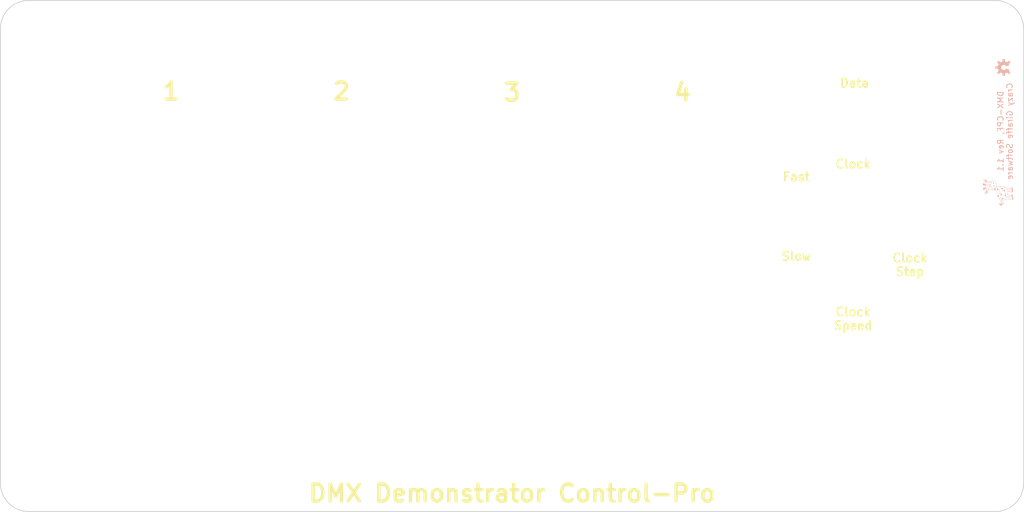
<source format=kicad_pcb>
(kicad_pcb (version 20171130) (host pcbnew "(5.0.0)")

  (general
    (thickness 1.6)
    (drawings 111)
    (tracks 0)
    (zones 0)
    (modules 19)
    (nets 2)
  )

  (page A4)
  (title_block
    (title "DMX Demonstrator - Control-Pro Faceplate (DMX-CPF)")
    (date 2020-09-15)
    (rev 1.1)
    (company "Crazy Giraffe Software")
    (comment 2 "Designed by: SparkyBobo")
    (comment 3 https://creativecommons.org/licenses/by-sa/4.0/)
    (comment 4 "Released under the Creative Commons Attribution Share-Alike 4.0m License")
  )

  (layers
    (0 F.Cu signal)
    (31 B.Cu signal)
    (32 B.Adhes user hide)
    (33 F.Adhes user hide)
    (34 B.Paste user hide)
    (35 F.Paste user hide)
    (36 B.SilkS user)
    (37 F.SilkS user)
    (38 B.Mask user hide)
    (39 F.Mask user hide)
    (40 Dwgs.User user)
    (41 Cmts.User user hide)
    (42 Eco1.User user hide)
    (43 Eco2.User user hide)
    (44 Edge.Cuts user)
    (45 Margin user hide)
    (46 B.CrtYd user hide)
    (47 F.CrtYd user hide)
    (48 B.Fab user hide)
    (49 F.Fab user hide)
  )

  (setup
    (last_trace_width 0.25)
    (trace_clearance 0.2)
    (zone_clearance 0.508)
    (zone_45_only no)
    (trace_min 0.2)
    (segment_width 0.1524)
    (edge_width 0.1524)
    (via_size 0.8)
    (via_drill 0.4)
    (via_min_size 0.4)
    (via_min_drill 0.3)
    (uvia_size 0.3)
    (uvia_drill 0.1)
    (uvias_allowed no)
    (uvia_min_size 0.2)
    (uvia_min_drill 0.1)
    (pcb_text_width 0.3)
    (pcb_text_size 1.5 1.5)
    (mod_edge_width 0.15)
    (mod_text_size 1 1)
    (mod_text_width 0.15)
    (pad_size 2.6 60)
    (pad_drill 2.6)
    (pad_to_mask_clearance 0.2)
    (aux_axis_origin 0 0)
    (visible_elements 7FFFFFFF)
    (pcbplotparams
      (layerselection 0x010fc_ffffffff)
      (usegerberextensions false)
      (usegerberattributes false)
      (usegerberadvancedattributes false)
      (creategerberjobfile false)
      (excludeedgelayer true)
      (linewidth 0.100000)
      (plotframeref false)
      (viasonmask false)
      (mode 1)
      (useauxorigin false)
      (hpglpennumber 1)
      (hpglpenspeed 20)
      (hpglpendiameter 15.000000)
      (psnegative false)
      (psa4output false)
      (plotreference true)
      (plotvalue true)
      (plotinvisibletext false)
      (padsonsilk false)
      (subtractmaskfromsilk false)
      (outputformat 1)
      (mirror false)
      (drillshape 1)
      (scaleselection 1)
      (outputdirectory ""))
  )

  (net 0 "")
  (net 1 GND)

  (net_class Default "This is the default net class."
    (clearance 0.2)
    (trace_width 0.25)
    (via_dia 0.8)
    (via_drill 0.4)
    (uvia_dia 0.3)
    (uvia_drill 0.1)
  )

  (module MountingHole:MountingHole_3.2mm_M3 (layer F.Cu) (tedit 5F6FAD90) (tstamp 5F71D723)
    (at 214 121.75)
    (descr "Mounting Hole 3.2mm, no annular, M3")
    (tags "mounting hole 3.2mm no annular m3")
    (path /5F63EEC5)
    (attr virtual)
    (fp_text reference MH17 (at 0 -4.2) (layer F.SilkS) hide
      (effects (font (size 1 1) (thickness 0.15)))
    )
    (fp_text value MountingHole (at 0 4.2) (layer F.Fab)
      (effects (font (size 1 1) (thickness 0.15)))
    )
    (fp_text user %R (at 0.3 0) (layer F.Fab)
      (effects (font (size 1 1) (thickness 0.15)))
    )
    (fp_circle (center 0 0) (end 3.2 0) (layer Cmts.User) (width 0.15))
    (fp_circle (center 0 0) (end 3.45 0) (layer F.CrtYd) (width 0.05))
    (pad "" np_thru_hole circle (at 0 0) (size 6.3 6.3) (drill 6.3) (layers *.Cu *.Mask))
  )

  (module MountingHole:MountingHole_3.2mm_M3 (layer F.Cu) (tedit 5F6FACF5) (tstamp 5F71D10D)
    (at 224 87.25)
    (descr "Mounting Hole 3.2mm, no annular, M3")
    (tags "mounting hole 3.2mm no annular m3")
    (path /5F39C9D2)
    (attr virtual)
    (fp_text reference MH16 (at 0 -4.2) (layer F.SilkS) hide
      (effects (font (size 1 1) (thickness 0.15)))
    )
    (fp_text value MountingHole (at 0 4.2) (layer F.Fab)
      (effects (font (size 1 1) (thickness 0.15)))
    )
    (fp_circle (center 0 0) (end 3.45 0) (layer F.CrtYd) (width 0.05))
    (fp_circle (center 0 0) (end 3.2 0) (layer Cmts.User) (width 0.15))
    (fp_text user %R (at 0.3 0) (layer F.Fab)
      (effects (font (size 1 1) (thickness 0.15)))
    )
    (pad "" np_thru_hole circle (at 0 0) (size 6.2 6.2) (drill 6.2) (layers *.Cu *.Mask))
  )

  (module MountingHole:MountingHole_3.2mm_M3 (layer F.Cu) (tedit 5F6FACEE) (tstamp 5F71D105)
    (at 204 87.25)
    (descr "Mounting Hole 3.2mm, no annular, M3")
    (tags "mounting hole 3.2mm no annular m3")
    (path /5F63A880)
    (attr virtual)
    (fp_text reference MH15 (at 0 -4.2) (layer F.SilkS) hide
      (effects (font (size 1 1) (thickness 0.15)))
    )
    (fp_text value MountingHole (at 0 4.2) (layer F.Fab)
      (effects (font (size 1 1) (thickness 0.15)))
    )
    (fp_text user %R (at 0.3 0) (layer F.Fab)
      (effects (font (size 1 1) (thickness 0.15)))
    )
    (fp_circle (center 0 0) (end 3.2 0) (layer Cmts.User) (width 0.15))
    (fp_circle (center 0 0) (end 3.45 0) (layer F.CrtYd) (width 0.05))
    (pad "" np_thru_hole circle (at 0 0) (size 6.2 6.2) (drill 6.2) (layers *.Cu *.Mask))
  )

  (module MountingHole:MountingHole_3.2mm_M3 (layer F.Cu) (tedit 5F70FC15) (tstamp 5F71D0FD)
    (at 184.25 100)
    (descr "Mounting Hole 3.2mm, no annular, M3")
    (tags "mounting hole 3.2mm no annular m3")
    (path /5F63A8E4)
    (attr virtual)
    (fp_text reference MH14 (at 0 -4.2) (layer F.SilkS) hide
      (effects (font (size 1 1) (thickness 0.15)))
    )
    (fp_text value MountingHole (at 0 4.2) (layer F.Fab)
      (effects (font (size 1 1) (thickness 0.15)))
    )
    (fp_circle (center 0 0) (end 3.45 0) (layer F.CrtYd) (width 0.05))
    (fp_circle (center 0 0) (end 3.2 0) (layer Cmts.User) (width 0.15))
    (fp_text user %R (at 0.3 0) (layer F.Fab)
      (effects (font (size 1 1) (thickness 0.15)))
    )
    (pad "" np_thru_hole oval (at 0 0.5) (size 2.6 60) (drill oval 2.6 60) (layers *.Cu *.Mask))
  )

  (module MountingHole:MountingHole_3.2mm_M3 (layer F.Cu) (tedit 5F70FC95) (tstamp 5F71D0F5)
    (at 154 94.25)
    (descr "Mounting Hole 3.2mm, no annular, M3")
    (tags "mounting hole 3.2mm no annular m3")
    (path /5F63A9E0)
    (attr virtual)
    (fp_text reference MH13 (at 0 -4.2) (layer F.SilkS) hide
      (effects (font (size 1 1) (thickness 0.15)))
    )
    (fp_text value MountingHole (at 0 4.2) (layer F.Fab)
      (effects (font (size 1 1) (thickness 0.15)))
    )
    (fp_text user %R (at 0.3 0) (layer F.Fab)
      (effects (font (size 1 1) (thickness 0.15)))
    )
    (fp_circle (center 0 0) (end 3.2 0) (layer Cmts.User) (width 0.15))
    (fp_circle (center 0 0) (end 3.45 0) (layer F.CrtYd) (width 0.05))
    (pad "" np_thru_hole oval (at 0 6.25) (size 2.6 60) (drill oval 2.6 60) (layers *.Cu *.Mask))
  )

  (module MountingHole:MountingHole_3.2mm_M3 (layer F.Cu) (tedit 5F70FBBC) (tstamp 5F71D203)
    (at 124 94.25)
    (descr "Mounting Hole 3.2mm, no annular, M3")
    (tags "mounting hole 3.2mm no annular m3")
    (path /5F39C9CC)
    (attr virtual)
    (fp_text reference MH12 (at 0 -4.2) (layer F.SilkS) hide
      (effects (font (size 1 1) (thickness 0.15)))
    )
    (fp_text value MountingHole (at 0 4.2) (layer F.Fab)
      (effects (font (size 1 1) (thickness 0.15)))
    )
    (fp_circle (center 0 0) (end 3.45 0) (layer F.CrtYd) (width 0.05))
    (fp_circle (center 0 0) (end 3.2 0) (layer Cmts.User) (width 0.15))
    (fp_text user %R (at 0.3 0) (layer F.Fab)
      (effects (font (size 1 1) (thickness 0.15)))
    )
    (pad "" np_thru_hole oval (at 0 6.25) (size 2.6 60) (drill oval 2.6 60) (layers *.Cu *.Mask))
  )

  (module MountingHole:MountingHole_3.2mm_M3 (layer F.Cu) (tedit 5F6FAF23) (tstamp 5F71D0E5)
    (at 94 94.25)
    (descr "Mounting Hole 3.2mm, no annular, M3")
    (tags "mounting hole 3.2mm no annular m3")
    (path /5F63A879)
    (attr virtual)
    (fp_text reference MH11 (at 0 -4.2) (layer F.SilkS) hide
      (effects (font (size 1 1) (thickness 0.15)))
    )
    (fp_text value MountingHole (at 0 4.2) (layer F.Fab)
      (effects (font (size 1 1) (thickness 0.15)))
    )
    (fp_text user %R (at 0.3 0) (layer F.Fab)
      (effects (font (size 1 1) (thickness 0.15)))
    )
    (fp_circle (center 0 0) (end 3.2 0) (layer Cmts.User) (width 0.15))
    (fp_circle (center 0 0) (end 3.45 0) (layer F.CrtYd) (width 0.05))
    (pad "" np_thru_hole oval (at 0 6.25) (size 2.6 60) (drill oval 2.6 60) (layers *.Cu *.Mask))
  )

  (module MountingHole:MountingHole_3.2mm_M3 (layer F.Cu) (tedit 5F63C260) (tstamp 5F71D0DD)
    (at 214 73.5)
    (descr "Mounting Hole 3.2mm, no annular, M3")
    (tags "mounting hole 3.2mm no annular m3")
    (path /5F63A8DD)
    (attr virtual)
    (fp_text reference MH10 (at 0 -4.2) (layer F.SilkS) hide
      (effects (font (size 1 1) (thickness 0.15)))
    )
    (fp_text value MountingHole (at 0 4.2) (layer F.Fab)
      (effects (font (size 1 1) (thickness 0.15)))
    )
    (fp_circle (center 0 0) (end 3.45 0) (layer F.CrtYd) (width 0.05))
    (fp_circle (center 0 0) (end 3.2 0) (layer Cmts.User) (width 0.15))
    (fp_text user %R (at 0.3 0) (layer F.Fab)
      (effects (font (size 1 1) (thickness 0.15)))
    )
    (pad "" np_thru_hole circle (at 0 0) (size 5.2 5.2) (drill 5.2) (layers *.Cu *.Mask))
  )

  (module MountingHole:MountingHole_3.2mm_M3 (layer F.Cu) (tedit 5F63C196) (tstamp 5F71D0D5)
    (at 214 59.25)
    (descr "Mounting Hole 3.2mm, no annular, M3")
    (tags "mounting hole 3.2mm no annular m3")
    (path /5F63A9D9)
    (attr virtual)
    (fp_text reference MH9 (at 0 -4.2) (layer F.SilkS) hide
      (effects (font (size 1 1) (thickness 0.15)))
    )
    (fp_text value MountingHole (at 0 4.2) (layer F.Fab)
      (effects (font (size 1 1) (thickness 0.15)))
    )
    (fp_text user %R (at 0.3 0) (layer F.Fab)
      (effects (font (size 1 1) (thickness 0.15)))
    )
    (fp_circle (center 0 0) (end 3.2 0) (layer Cmts.User) (width 0.15))
    (fp_circle (center 0 0) (end 3.45 0) (layer F.CrtYd) (width 0.05))
    (pad "" np_thru_hole circle (at 0 0) (size 5.2 5.2) (drill 5.2) (layers *.Cu *.Mask))
  )

  (module MountingHole:MountingHole_3.2mm_M3 (layer F.Cu) (tedit 5F63C199) (tstamp 5F71D0CD)
    (at 184 59.25)
    (descr "Mounting Hole 3.2mm, no annular, M3")
    (tags "mounting hole 3.2mm no annular m3")
    (path /5F39C9C6)
    (attr virtual)
    (fp_text reference MH8 (at 0 -4.2) (layer F.SilkS) hide
      (effects (font (size 1 1) (thickness 0.15)))
    )
    (fp_text value MountingHole (at 0 4.2) (layer F.Fab)
      (effects (font (size 1 1) (thickness 0.15)))
    )
    (fp_circle (center 0 0) (end 3.45 0) (layer F.CrtYd) (width 0.05))
    (fp_circle (center 0 0) (end 3.2 0) (layer Cmts.User) (width 0.15))
    (fp_text user %R (at 0.3 0) (layer F.Fab)
      (effects (font (size 1 1) (thickness 0.15)))
    )
    (pad "" np_thru_hole circle (at 0 0) (size 5.2 5.2) (drill 5.2) (layers *.Cu *.Mask))
  )

  (module MountingHole:MountingHole_3.2mm_M3 (layer F.Cu) (tedit 5F63C19E) (tstamp 5F71D0C5)
    (at 154 59.25)
    (descr "Mounting Hole 3.2mm, no annular, M3")
    (tags "mounting hole 3.2mm no annular m3")
    (path /5F63A872)
    (attr virtual)
    (fp_text reference MH7 (at 0 -4.2) (layer F.SilkS) hide
      (effects (font (size 1 1) (thickness 0.15)))
    )
    (fp_text value MountingHole (at 0 4.2) (layer F.Fab)
      (effects (font (size 1 1) (thickness 0.15)))
    )
    (fp_text user %R (at 0.3 0) (layer F.Fab)
      (effects (font (size 1 1) (thickness 0.15)))
    )
    (fp_circle (center 0 0) (end 3.2 0) (layer Cmts.User) (width 0.15))
    (fp_circle (center 0 0) (end 3.45 0) (layer F.CrtYd) (width 0.05))
    (pad "" np_thru_hole circle (at 0 0) (size 5.2 5.2) (drill 5.2) (layers *.Cu *.Mask))
  )

  (module MountingHole:MountingHole_3.2mm_M3 (layer F.Cu) (tedit 5F63C1C2) (tstamp 5F71D0BD)
    (at 124 59.25)
    (descr "Mounting Hole 3.2mm, no annular, M3")
    (tags "mounting hole 3.2mm no annular m3")
    (path /5F63A8D6)
    (attr virtual)
    (fp_text reference MH6 (at 0 -4.2) (layer F.SilkS) hide
      (effects (font (size 1 1) (thickness 0.15)))
    )
    (fp_text value MountingHole (at 0 4.2) (layer F.Fab)
      (effects (font (size 1 1) (thickness 0.15)))
    )
    (fp_circle (center 0 0) (end 3.45 0) (layer F.CrtYd) (width 0.05))
    (fp_circle (center 0 0) (end 3.2 0) (layer Cmts.User) (width 0.15))
    (fp_text user %R (at 0.3 0) (layer F.Fab)
      (effects (font (size 1 1) (thickness 0.15)))
    )
    (pad "" np_thru_hole circle (at 0 0) (size 5.2 5.2) (drill 5.2) (layers *.Cu *.Mask))
  )

  (module MountingHole:MountingHole_3.2mm_M3 (layer F.Cu) (tedit 5F6FACAA) (tstamp 5F71D0B5)
    (at 94 59.25)
    (descr "Mounting Hole 3.2mm, no annular, M3")
    (tags "mounting hole 3.2mm no annular m3")
    (path /5F63A9D2)
    (attr virtual)
    (fp_text reference MH5 (at 0 -4.2) (layer F.SilkS) hide
      (effects (font (size 1 1) (thickness 0.15)))
    )
    (fp_text value MountingHole (at 0 4.2) (layer F.Fab)
      (effects (font (size 1 1) (thickness 0.15)))
    )
    (fp_text user %R (at 0.3 0) (layer F.Fab)
      (effects (font (size 1 1) (thickness 0.15)))
    )
    (fp_circle (center 0 0) (end 3.2 0) (layer Cmts.User) (width 0.15))
    (fp_circle (center 0 0) (end 3.45 0) (layer F.CrtYd) (width 0.05))
    (pad "" np_thru_hole circle (at 0 0) (size 5.2 5.2) (drill 5.2) (layers *.Cu *.Mask))
  )

  (module MountingHole:MountingHole_3.2mm_M3 (layer F.Cu) (tedit 5F63C255) (tstamp 5F430363)
    (at 235.984 131.074)
    (descr "Mounting Hole 3.2mm, no annular, M3")
    (tags "mounting hole 3.2mm no annular m3")
    (path /5F39C9C0)
    (attr virtual)
    (fp_text reference MH4 (at 0 -4.2) (layer F.SilkS) hide
      (effects (font (size 1 1) (thickness 0.15)))
    )
    (fp_text value MountingHole (at 0 4.2) (layer F.Fab)
      (effects (font (size 1 1) (thickness 0.15)))
    )
    (fp_circle (center 0 0) (end 3.45 0) (layer F.CrtYd) (width 0.05))
    (fp_circle (center 0 0) (end 3.2 0) (layer Cmts.User) (width 0.15))
    (fp_text user %R (at 0.3 0) (layer F.Fab)
      (effects (font (size 1 1) (thickness 0.15)))
    )
    (pad 1 np_thru_hole circle (at 0 0) (size 3.2 3.2) (drill 3.2) (layers *.Cu *.Mask))
  )

  (module MountingHole:MountingHole_3.2mm_M3 (layer F.Cu) (tedit 5F63C250) (tstamp 5F4302CA)
    (at 235.984 57.364)
    (descr "Mounting Hole 3.2mm, no annular, M3")
    (tags "mounting hole 3.2mm no annular m3")
    (path /5F63A86B)
    (attr virtual)
    (fp_text reference MH3 (at 0 -4.2) (layer F.SilkS) hide
      (effects (font (size 1 1) (thickness 0.15)))
    )
    (fp_text value MountingHole (at 0 4.2) (layer F.Fab)
      (effects (font (size 1 1) (thickness 0.15)))
    )
    (fp_text user %R (at 0.3 0) (layer F.Fab)
      (effects (font (size 1 1) (thickness 0.15)))
    )
    (fp_circle (center 0 0) (end 3.2 0) (layer Cmts.User) (width 0.15))
    (fp_circle (center 0 0) (end 3.45 0) (layer F.CrtYd) (width 0.05))
    (pad 1 np_thru_hole circle (at 0 0) (size 3.2 3.2) (drill 3.2) (layers *.Cu *.Mask))
  )

  (module MountingHole:MountingHole_3.2mm_M3 (layer F.Cu) (tedit 5F63C1B0) (tstamp 5F4D5F6B)
    (at 72.014 131.074)
    (descr "Mounting Hole 3.2mm, no annular, M3")
    (tags "mounting hole 3.2mm no annular m3")
    (path /5F63A8CF)
    (attr virtual)
    (fp_text reference MH2 (at 0 -4.2) (layer F.SilkS) hide
      (effects (font (size 1 1) (thickness 0.15)))
    )
    (fp_text value MountingHole (at 0 4.2) (layer F.Fab)
      (effects (font (size 1 1) (thickness 0.15)))
    )
    (fp_circle (center 0 0) (end 3.45 0) (layer F.CrtYd) (width 0.05))
    (fp_circle (center 0 0) (end 3.2 0) (layer Cmts.User) (width 0.15))
    (fp_text user %R (at 0.3 0) (layer F.Fab)
      (effects (font (size 1 1) (thickness 0.15)))
    )
    (pad 1 np_thru_hole circle (at 0 0) (size 3.2 3.2) (drill 3.2) (layers *.Cu *.Mask))
  )

  (module MountingHole:MountingHole_3.2mm_M3 (layer F.Cu) (tedit 5F63C1AA) (tstamp 5F6258A6)
    (at 72.114 57.364)
    (descr "Mounting Hole 3.2mm, no annular, M3")
    (tags "mounting hole 3.2mm no annular m3")
    (path /5F63A9CB)
    (attr virtual)
    (fp_text reference MH1 (at 0 -4.2) (layer F.SilkS) hide
      (effects (font (size 1 1) (thickness 0.15)))
    )
    (fp_text value MountingHole (at 0 4.2) (layer F.Fab)
      (effects (font (size 1 1) (thickness 0.15)))
    )
    (fp_text user %R (at 0.3 0) (layer F.Fab)
      (effects (font (size 1 1) (thickness 0.15)))
    )
    (fp_circle (center 0 0) (end 3.2 0) (layer Cmts.User) (width 0.15))
    (fp_circle (center 0 0) (end 3.45 0) (layer F.CrtYd) (width 0.05))
    (pad "" np_thru_hole circle (at 0 0) (size 3.2 3.2) (drill 3.2) (layers *.Cu *.Mask))
  )

  (module footprints:logo_cr_5x5 (layer B.Cu) (tedit 0) (tstamp 5F778473)
    (at 239.5 83 270)
    (fp_text reference G*** (at 0 0 270) (layer B.SilkS) hide
      (effects (font (size 1.524 1.524) (thickness 0.3)) (justify mirror))
    )
    (fp_text value LOGO (at 0.75 0 270) (layer B.SilkS) hide
      (effects (font (size 1.524 1.524) (thickness 0.3)) (justify mirror))
    )
    (fp_poly (pts (xy -1.00174 1.539357) (xy -0.989414 1.537163) (xy -0.979007 1.533269) (xy -0.970707 1.528099)
      (xy -0.963328 1.521274) (xy -0.957047 1.513208) (xy -0.952043 1.504317) (xy -0.948493 1.495016)
      (xy -0.946575 1.485721) (xy -0.946466 1.476845) (xy -0.948343 1.468805) (xy -0.949974 1.465415)
      (xy -0.954322 1.458612) (xy -0.959282 1.451955) (xy -0.964312 1.446104) (xy -0.968868 1.44172)
      (xy -0.970367 1.440573) (xy -0.974356 1.438297) (xy -0.97962 1.435917) (xy -0.983808 1.434363)
      (xy -0.988679 1.432624) (xy -0.992874 1.430882) (xy -0.995213 1.429673) (xy -0.99774 1.428921)
      (xy -1.002232 1.42839) (xy -1.00799 1.428093) (xy -1.014313 1.428043) (xy -1.020501 1.428252)
      (xy -1.025855 1.428732) (xy -1.028031 1.429084) (xy -1.031464 1.430347) (xy -1.036535 1.432969)
      (xy -1.04277 1.436672) (xy -1.049693 1.441179) (xy -1.054614 1.444606) (xy -1.062953 1.452065)
      (xy -1.069053 1.460707) (xy -1.072895 1.470226) (xy -1.074463 1.480319) (xy -1.073739 1.490683)
      (xy -1.070706 1.501014) (xy -1.065348 1.511008) (xy -1.058808 1.519166) (xy -1.049541 1.527087)
      (xy -1.038739 1.533149) (xy -1.026864 1.537269) (xy -1.014377 1.539365) (xy -1.00174 1.539357)) (layer B.SilkS) (width 0.01))
    (fp_poly (pts (xy -1.323432 1.556563) (xy -1.312242 1.552681) (xy -1.302317 1.546749) (xy -1.295426 1.540485)
      (xy -1.28838 1.531464) (xy -1.283038 1.521874) (xy -1.279496 1.512112) (xy -1.277853 1.502572)
      (xy -1.278206 1.493651) (xy -1.280653 1.485744) (xy -1.28151 1.484131) (xy -1.285859 1.477328)
      (xy -1.290819 1.470671) (xy -1.295849 1.46482) (xy -1.300405 1.460435) (xy -1.301904 1.459288)
      (xy -1.305893 1.457013) (xy -1.311157 1.454633) (xy -1.315345 1.453079) (xy -1.320216 1.451339)
      (xy -1.324411 1.449598) (xy -1.32675 1.448389) (xy -1.329277 1.447636) (xy -1.333769 1.447106)
      (xy -1.339527 1.446809) (xy -1.34585 1.446759) (xy -1.352038 1.446967) (xy -1.357392 1.447448)
      (xy -1.359568 1.4478) (xy -1.363001 1.449063) (xy -1.368072 1.451685) (xy -1.374307 1.455388)
      (xy -1.38123 1.459895) (xy -1.386151 1.463322) (xy -1.394426 1.470672) (xy -1.400432 1.479033)
      (xy -1.404245 1.488128) (xy -1.405939 1.497678) (xy -1.40559 1.507408) (xy -1.403272 1.51704)
      (xy -1.39906 1.526299) (xy -1.39303 1.534905) (xy -1.385256 1.542584) (xy -1.375813 1.549057)
      (xy -1.364776 1.554048) (xy -1.361284 1.55518) (xy -1.348284 1.557887) (xy -1.335556 1.558324)
      (xy -1.323432 1.556563)) (layer B.SilkS) (width 0.01))
    (fp_poly (pts (xy -2.08694 2.377093) (xy -2.077414 2.374577) (xy -2.066844 2.369829) (xy -2.055084 2.362822)
      (xy -2.05185 2.360652) (xy -2.024284 2.340686) (xy -1.998163 2.319582) (xy -1.973699 2.29755)
      (xy -1.9511 2.274798) (xy -1.930575 2.251537) (xy -1.912333 2.227974) (xy -1.898676 2.2077)
      (xy -1.895862 2.203081) (xy -1.892099 2.196721) (xy -1.887734 2.189214) (xy -1.883114 2.181158)
      (xy -1.878898 2.173705) (xy -1.861644 2.143962) (xy -1.844613 2.116619) (xy -1.827635 2.091433)
      (xy -1.810541 2.068162) (xy -1.793161 2.04656) (xy -1.780025 2.031516) (xy -1.773758 2.024521)
      (xy -1.769104 2.01913) (xy -1.765835 2.015012) (xy -1.763719 2.011838) (xy -1.762525 2.009277)
      (xy -1.762023 2.006998) (xy -1.761958 2.00564) (xy -1.763077 1.999922) (xy -1.766112 1.993678)
      (xy -1.770581 1.987562) (xy -1.775999 1.982227) (xy -1.781885 1.978329) (xy -1.78227 1.978142)
      (xy -1.784443 1.977277) (xy -1.787016 1.976646) (xy -1.790272 1.976255) (xy -1.794492 1.976109)
      (xy -1.799958 1.976215) (xy -1.806952 1.976577) (xy -1.815755 1.977201) (xy -1.826649 1.978093)
      (xy -1.839917 1.979258) (xy -1.84014 1.979278) (xy -1.860896 1.981232) (xy -1.879298 1.983181)
      (xy -1.895663 1.985178) (xy -1.910311 1.987279) (xy -1.923559 1.989536) (xy -1.935726 1.992006)
      (xy -1.947131 1.994741) (xy -1.958092 1.997797) (xy -1.968927 2.001228) (xy -1.969168 2.001309)
      (xy -1.991576 2.009929) (xy -2.01333 2.020476) (xy -2.034069 2.032708) (xy -2.053436 2.046386)
      (xy -2.07107 2.061266) (xy -2.086612 2.07711) (xy -2.09237 2.083921) (xy -2.107427 2.104586)
      (xy -2.120586 2.126776) (xy -2.131656 2.150086) (xy -2.140447 2.174113) (xy -2.146767 2.198452)
      (xy -2.147035 2.199774) (xy -2.149137 2.2132) (xy -2.150414 2.227939) (xy -2.150899 2.243526)
      (xy -2.150627 2.259498) (xy -2.149633 2.275392) (xy -2.147949 2.290745) (xy -2.145611 2.305092)
      (xy -2.142652 2.317972) (xy -2.139107 2.328919) (xy -2.13719 2.333388) (xy -2.133402 2.340681)
      (xy -2.128892 2.348294) (xy -2.124031 2.355694) (xy -2.119189 2.362346) (xy -2.114737 2.367716)
      (xy -2.111045 2.371272) (xy -2.11072 2.371516) (xy -2.103446 2.375535) (xy -2.095568 2.377403)
      (xy -2.08694 2.377093)) (layer B.SilkS) (width 0.01))
    (fp_poly (pts (xy 0.087808 2.189746) (xy 0.090941 2.189084) (xy 0.093817 2.187832) (xy 0.09716 2.185874)
      (xy 0.102425 2.181765) (xy 0.107169 2.176516) (xy 0.110784 2.170919) (xy 0.112659 2.16577)
      (xy 0.112674 2.165684) (xy 0.113406 2.162265) (xy 0.113993 2.160337) (xy 0.118217 2.146225)
      (xy 0.120411 2.130975) (xy 0.120589 2.114384) (xy 0.118762 2.096247) (xy 0.118225 2.092827)
      (xy 0.117602 2.088662) (xy 0.116987 2.083997) (xy 0.116951 2.083702) (xy 0.11639 2.080116)
      (xy 0.115781 2.077741) (xy 0.115664 2.077496) (xy 0.115052 2.07553) (xy 0.114449 2.072167)
      (xy 0.114387 2.071699) (xy 0.113739 2.068626) (xy 0.112409 2.063619) (xy 0.110577 2.057264)
      (xy 0.108427 2.050145) (xy 0.106141 2.04285) (xy 0.103901 2.035961) (xy 0.10189 2.030066)
      (xy 0.100291 2.02575) (xy 0.099512 2.023979) (xy 0.098118 2.021196) (xy 0.095997 2.016835)
      (xy 0.093557 2.011738) (xy 0.093023 2.010611) (xy 0.089288 2.002948) (xy 0.086034 1.996719)
      (xy 0.08343 1.992229) (xy 0.081644 1.989778) (xy 0.081213 1.989444) (xy 0.080296 1.987905)
      (xy 0.080211 1.987105) (xy 0.079452 1.985398) (xy 0.078874 1.985211) (xy 0.077669 1.984136)
      (xy 0.077537 1.983317) (xy 0.076898 1.981319) (xy 0.076466 1.980977) (xy 0.075253 1.979748)
      (xy 0.072944 1.976857) (xy 0.069962 1.972841) (xy 0.068779 1.971187) (xy 0.065666 1.967213)
      (xy 0.061056 1.961867) (xy 0.055394 1.955614) (xy 0.049123 1.94892) (xy 0.042688 1.942251)
      (xy 0.036534 1.936075) (xy 0.031103 1.930857) (xy 0.026841 1.927063) (xy 0.026408 1.926708)
      (xy 0.009301 1.913831) (xy -0.007908 1.902878) (xy -0.02599 1.893416) (xy -0.045717 1.88501)
      (xy -0.051468 1.882849) (xy -0.055238 1.881581) (xy -0.059503 1.880449) (xy -0.059823 1.880371)
      (xy -0.061797 1.879798) (xy -0.062163 1.8796) (xy -0.06325 1.879164) (xy -0.064502 1.87883)
      (xy -0.067979 1.877988) (xy -0.069181 1.877697) (xy -0.071155 1.877125) (xy -0.071521 1.876927)
      (xy -0.072625 1.876549) (xy -0.074022 1.87625) (xy -0.076813 1.875663) (xy -0.080913 1.874736)
      (xy -0.082711 1.874315) (xy -0.088865 1.872882) (xy -0.093247 1.871932) (xy -0.096681 1.871297)
      (xy -0.099929 1.87082) (xy -0.104382 1.870194) (xy -0.109143 1.869478) (xy -0.109287 1.869455)
      (xy -0.11191 1.869218) (xy -0.116524 1.868976) (xy -0.122674 1.868739) (xy -0.129905 1.868515)
      (xy -0.13776 1.868315) (xy -0.145785 1.868147) (xy -0.153524 1.86802) (xy -0.16052 1.867945)
      (xy -0.16632 1.86793) (xy -0.170467 1.867985) (xy -0.172505 1.868118) (xy -0.17263 1.868163)
      (xy -0.174122 1.868548) (xy -0.177449 1.869053) (xy -0.180473 1.869412) (xy -0.188084 1.870239)
      (xy -0.193794 1.870904) (xy -0.198367 1.871505) (xy -0.202561 1.872144) (xy -0.20714 1.872921)
      (xy -0.207271 1.872944) (xy -0.212188 1.873798) (xy -0.216349 1.87451) (xy -0.218573 1.87488)
      (xy -0.221302 1.875365) (xy -0.22559 1.876179) (xy -0.229268 1.8769) (xy -0.234345 1.87785)
      (xy -0.238974 1.878615) (xy -0.2413 1.878931) (xy -0.245691 1.879782) (xy -0.249165 1.880855)
      (xy -0.253214 1.882053) (xy -0.257819 1.882945) (xy -0.25812 1.882984) (xy -0.26258 1.883793)
      (xy -0.266558 1.884897) (xy -0.266817 1.884992) (xy -0.26959 1.88579) (xy -0.271017 1.885755)
      (xy -0.272527 1.885786) (xy -0.275599 1.886581) (xy -0.276962 1.887036) (xy -0.281527 1.888408)
      (xy -0.28589 1.88936) (xy -0.286533 1.889453) (xy -0.292666 1.890531) (xy -0.300824 1.892441)
      (xy -0.31053 1.895067) (xy -0.313056 1.895797) (xy -0.319009 1.897897) (xy -0.323243 1.900389)
      (xy -0.326222 1.903237) (xy -0.330912 1.909851) (xy -0.334208 1.917125) (xy -0.335938 1.924416)
      (xy -0.335933 1.931084) (xy -0.33471 1.935245) (xy -0.333057 1.938176) (xy -0.331685 1.939698)
      (xy -0.33148 1.939758) (xy -0.329724 1.940601) (xy -0.328549 1.9416) (xy -0.326459 1.943166)
      (xy -0.322813 1.945444) (xy -0.318761 1.94774) (xy -0.312024 1.951456) (xy -0.305801 1.955019)
      (xy -0.300763 1.95804) (xy -0.298116 1.959749) (xy -0.295931 1.961207) (xy -0.292388 1.963529)
      (xy -0.289426 1.965452) (xy -0.285778 1.967929) (xy -0.283172 1.969917) (xy -0.282296 1.970809)
      (xy -0.280766 1.971827) (xy -0.280536 1.971842) (xy -0.278724 1.972593) (xy -0.275812 1.974466)
      (xy -0.27484 1.975184) (xy -0.271761 1.977292) (xy -0.269455 1.97845) (xy -0.269056 1.978527)
      (xy -0.267407 1.979595) (xy -0.266885 1.980532) (xy -0.26516 1.982309) (xy -0.264179 1.982537)
      (xy -0.262158 1.98313) (xy -0.261798 1.98355) (xy -0.260579 1.98487) (xy -0.258018 1.987095)
      (xy -0.254882 1.989615) (xy -0.251936 1.991823) (xy -0.249946 1.99311) (xy -0.2496 1.993232)
      (xy -0.248236 1.994046) (xy -0.245531 1.996142) (xy -0.242122 1.999) (xy -0.238642 2.0021)
      (xy -0.23776 2.002924) (xy -0.235433 2.00471) (xy -0.234059 2.005263) (xy -0.232448 2.00615)
      (xy -0.232388 2.006266) (xy -0.23118 2.007564) (xy -0.228472 2.009956) (xy -0.225258 2.012594)
      (xy -0.219024 2.017734) (xy -0.212588 2.023328) (xy -0.207051 2.028415) (xy -0.206451 2.028992)
      (xy -0.204617 2.030423) (xy -0.203988 2.030663) (xy -0.20267 2.031509) (xy -0.200171 2.033652)
      (xy -0.19872 2.035008) (xy -0.196002 2.037581) (xy -0.191862 2.041459) (xy -0.186841 2.046136)
      (xy -0.181484 2.051105) (xy -0.180982 2.051569) (xy -0.175228 2.056906) (xy -0.169381 2.062357)
      (xy -0.164131 2.067275) (xy -0.160236 2.070953) (xy -0.155628 2.075227) (xy -0.150855 2.079483)
      (xy -0.147033 2.08273) (xy -0.143565 2.085601) (xy -0.140833 2.08795) (xy -0.139865 2.088841)
      (xy -0.137822 2.090598) (xy -0.134266 2.093382) (xy -0.129659 2.096857) (xy -0.124462 2.100691)
      (xy -0.119136 2.104549) (xy -0.11414 2.108097) (xy -0.109937 2.111001) (xy -0.106987 2.112927)
      (xy -0.105781 2.113548) (xy -0.103899 2.114532) (xy -0.103337 2.115219) (xy -0.101951 2.116778)
      (xy -0.099424 2.118613) (xy -0.09527 2.121047) (xy -0.091573 2.123047) (xy -0.087822 2.125191)
      (xy -0.084857 2.127141) (xy -0.084221 2.127644) (xy -0.082261 2.128951) (xy -0.078494 2.131144)
      (xy -0.073496 2.133896) (xy -0.068847 2.136359) (xy -0.06191 2.139975) (xy -0.054392 2.143897)
      (xy -0.047461 2.147515) (xy -0.04445 2.149088) (xy -0.039679 2.151515) (xy -0.035947 2.153283)
      (xy -0.033769 2.154157) (xy -0.033421 2.154168) (xy -0.032384 2.154311) (xy -0.029773 2.155475)
      (xy -0.028408 2.156185) (xy -0.024512 2.158093) (xy -0.018897 2.160601) (xy -0.012224 2.163438)
      (xy -0.005152 2.166336) (xy 0.001656 2.169026) (xy 0.00754 2.171237) (xy 0.011839 2.1727)
      (xy 0.0127 2.172947) (xy 0.015099 2.173717) (xy 0.016042 2.17406) (xy 0.019882 2.17549)
      (xy 0.024198 2.177065) (xy 0.028201 2.1785) (xy 0.031099 2.179512) (xy 0.032084 2.179825)
      (xy 0.033757 2.180352) (xy 0.035092 2.180839) (xy 0.039291 2.182404) (xy 0.041933 2.183288)
      (xy 0.043949 2.183789) (xy 0.044784 2.183948) (xy 0.048073 2.184784) (xy 0.049463 2.185285)
      (xy 0.052506 2.186258) (xy 0.054142 2.186622) (xy 0.057431 2.187459) (xy 0.058821 2.18796)
      (xy 0.061115 2.188811) (xy 0.063637 2.189371) (xy 0.067026 2.189709) (xy 0.071922 2.189894)
      (xy 0.077551 2.18998) (xy 0.083613 2.189989) (xy 0.087808 2.189746)) (layer B.SilkS) (width 0.01))
    (fp_poly (pts (xy -1.300028 1.707702) (xy -1.278809 1.704363) (xy -1.259124 1.698848) (xy -1.240947 1.691144)
      (xy -1.224255 1.68124) (xy -1.209024 1.669126) (xy -1.195228 1.654791) (xy -1.19054 1.648995)
      (xy -1.179936 1.634488) (xy -1.171474 1.621141) (xy -1.165014 1.608716) (xy -1.160883 1.598382)
      (xy -1.158035 1.591144) (xy -1.155273 1.586492) (xy -1.152541 1.584339) (xy -1.151476 1.584158)
      (xy -1.149909 1.585034) (xy -1.146812 1.587445) (xy -1.142577 1.591063) (xy -1.137591 1.595562)
      (xy -1.135306 1.597694) (xy -1.117808 1.613388) (xy -1.101065 1.626749) (xy -1.084862 1.637934)
      (xy -1.06898 1.647099) (xy -1.062538 1.650297) (xy -1.041691 1.658973) (xy -1.021253 1.665055)
      (xy -1.00109 1.668564) (xy -0.981069 1.669524) (xy -0.961054 1.667957) (xy -0.95995 1.667798)
      (xy -0.939272 1.663579) (xy -0.920049 1.657262) (xy -0.902391 1.648899) (xy -0.886403 1.638542)
      (xy -0.872194 1.62624) (xy -0.871255 1.625295) (xy -0.866558 1.620334) (xy -0.862879 1.615902)
      (xy -0.859704 1.611245) (xy -0.856519 1.605611) (xy -0.8529 1.598434) (xy -0.844841 1.579084)
      (xy -0.839437 1.55942) (xy -0.836687 1.539442) (xy -0.836594 1.519153) (xy -0.839155 1.498554)
      (xy -0.841527 1.487761) (xy -0.847926 1.467355) (xy -0.856687 1.447137) (xy -0.867544 1.427482)
      (xy -0.880234 1.408766) (xy -0.894492 1.391367) (xy -0.910053 1.375659) (xy -0.926653 1.362019)
      (xy -0.933197 1.357443) (xy -0.946589 1.349313) (xy -0.961396 1.341704) (xy -0.977129 1.334784)
      (xy -0.993302 1.328717) (xy -1.009426 1.32367) (xy -1.025013 1.319809) (xy -1.039576 1.3173)
      (xy -1.052627 1.316309) (xy -1.0541 1.3163) (xy -1.066291 1.317123) (xy -1.079219 1.319407)
      (xy -1.092474 1.322966) (xy -1.105642 1.327615) (xy -1.118313 1.333167) (xy -1.130074 1.339439)
      (xy -1.140513 1.346243) (xy -1.14922 1.353394) (xy -1.155782 1.360707) (xy -1.157186 1.36277)
      (xy -1.161088 1.36873) (xy -1.165455 1.375033) (xy -1.169921 1.381189) (xy -1.174118 1.386705)
      (xy -1.177678 1.39109) (xy -1.180235 1.393852) (xy -1.180675 1.394231) (xy -1.185793 1.39716)
      (xy -1.190446 1.397495) (xy -1.19468 1.395218) (xy -1.198542 1.390311) (xy -1.200439 1.38667)
      (xy -1.204009 1.38082) (xy -1.209601 1.374028) (xy -1.216866 1.366584) (xy -1.225453 1.358779)
      (xy -1.235014 1.350904) (xy -1.245199 1.343249) (xy -1.255657 1.336107) (xy -1.26604 1.329769)
      (xy -1.273798 1.325601) (xy -1.288368 1.318853) (xy -1.302003 1.313812) (xy -1.315514 1.310279)
      (xy -1.32971 1.308055) (xy -1.345401 1.30694) (xy -1.35021 1.306799) (xy -1.357932 1.306672)
      (xy -1.364988 1.30663) (xy -1.370824 1.306672) (xy -1.374887 1.306794) (xy -1.376279 1.306911)
      (xy -1.397954 1.31111) (xy -1.417718 1.317082) (xy -1.435742 1.324923) (xy -1.452197 1.334729)
      (xy -1.467255 1.346594) (xy -1.481086 1.360614) (xy -1.488477 1.369595) (xy -1.499973 1.385866)
      (xy -1.50932 1.40231) (xy -1.516684 1.419371) (xy -1.522233 1.43749) (xy -1.526132 1.45711)
      (xy -1.528245 1.474954) (xy -1.52875 1.491137) (xy -1.510459 1.491137) (xy -1.510324 1.483818)
      (xy -1.509713 1.476804) (xy -1.508533 1.469583) (xy -1.506691 1.461647) (xy -1.504097 1.452485)
      (xy -1.500656 1.441586) (xy -1.498708 1.435679) (xy -1.493314 1.420091) (xy -1.488223 1.406774)
      (xy -1.483246 1.39537) (xy -1.478192 1.385521) (xy -1.472871 1.37687) (xy -1.467093 1.369059)
      (xy -1.460668 1.361731) (xy -1.45786 1.35884) (xy -1.445365 1.347696) (xy -1.431826 1.338381)
      (xy -1.416961 1.330767) (xy -1.400485 1.324723) (xy -1.382117 1.320121) (xy -1.367589 1.317632)
      (xy -1.361061 1.317099) (xy -1.352836 1.317017) (xy -1.343848 1.31736) (xy -1.335032 1.3181)
      (xy -1.330158 1.318731) (xy -1.318529 1.320862) (xy -1.307927 1.323684) (xy -1.297366 1.327515)
      (xy -1.285861 1.33267) (xy -1.284037 1.333555) (xy -1.265984 1.343822) (xy -1.248802 1.35641)
      (xy -1.23268 1.371054) (xy -1.21781 1.387489) (xy -1.204381 1.40545) (xy -1.193919 1.422496)
      (xy -1.170281 1.422496) (xy -1.169962 1.41596) (xy -1.168558 1.40957) (xy -1.166076 1.402756)
      (xy -1.165435 1.401253) (xy -1.160203 1.390156) (xy -1.154859 1.380882) (xy -1.148888 1.372609)
      (xy -1.143844 1.366738) (xy -1.130701 1.354251) (xy -1.116163 1.344043) (xy -1.100255 1.336129)
      (xy -1.083006 1.330525) (xy -1.078831 1.32956) (xy -1.071991 1.328538) (xy -1.06329 1.327895)
      (xy -1.053514 1.327629) (xy -1.043448 1.32774) (xy -1.033879 1.328229) (xy -1.025592 1.329094)
      (xy -1.022596 1.329586) (xy -1.000481 1.335131) (xy -0.979189 1.343212) (xy -0.958752 1.353811)
      (xy -0.939203 1.366908) (xy -0.920575 1.382486) (xy -0.909721 1.393155) (xy -0.894643 1.410566)
      (xy -0.881674 1.429111) (xy -0.870937 1.44855) (xy -0.862555 1.468643) (xy -0.856652 1.489149)
      (xy -0.854392 1.501274) (xy -0.853411 1.509676) (xy -0.852689 1.519502) (xy -0.852247 1.529963)
      (xy -0.852105 1.540269) (xy -0.852284 1.549629) (xy -0.852804 1.557254) (xy -0.852917 1.558232)
      (xy -0.856387 1.575729) (xy -0.862315 1.592205) (xy -0.87064 1.60754) (xy -0.881305 1.621611)
      (xy -0.885658 1.626296) (xy -0.89949 1.638691) (xy -0.914314 1.648618) (xy -0.930146 1.656081)
      (xy -0.947001 1.661084) (xy -0.964896 1.663632) (xy -0.983844 1.663729) (xy -1.003863 1.661379)
      (xy -1.009567 1.660303) (xy -1.030872 1.654607) (xy -1.051644 1.646307) (xy -1.071838 1.635431)
      (xy -1.091409 1.622003) (xy -1.11031 1.60605) (xy -1.117708 1.598932) (xy -1.126218 1.589937)
      (xy -1.133185 1.581288) (xy -1.138784 1.572555) (xy -1.143192 1.563303) (xy -1.146584 1.553101)
      (xy -1.149135 1.541514) (xy -1.151022 1.528111) (xy -1.152338 1.513577) (xy -1.154259 1.494679)
      (xy -1.157249 1.476968) (xy -1.161549 1.459171) (xy -1.164624 1.44868) (xy -1.167622 1.438286)
      (xy -1.169504 1.429748) (xy -1.170281 1.422496) (xy -1.193919 1.422496) (xy -1.192584 1.424671)
      (xy -1.18261 1.444889) (xy -1.174648 1.465838) (xy -1.168891 1.487252) (xy -1.167226 1.496019)
      (xy -1.165631 1.507458) (xy -1.16448 1.519621) (xy -1.163794 1.531871) (xy -1.163595 1.543565)
      (xy -1.163903 1.554066) (xy -1.164739 1.562732) (xy -1.164998 1.564341) (xy -1.168114 1.577394)
      (xy -1.172923 1.591546) (xy -1.179124 1.606213) (xy -1.186414 1.620813) (xy -1.194493 1.634762)
      (xy -1.203058 1.647477) (xy -1.21181 1.658374) (xy -1.215709 1.66251) (xy -1.229467 1.674395)
      (xy -1.244822 1.684204) (xy -1.261626 1.691884) (xy -1.279728 1.69738) (xy -1.298978 1.700641)
      (xy -1.319226 1.701613) (xy -1.325465 1.701451) (xy -1.346842 1.699313) (xy -1.367154 1.694754)
      (xy -1.386466 1.687745) (xy -1.404845 1.678257) (xy -1.422354 1.666259) (xy -1.439058 1.651723)
      (xy -1.441784 1.649036) (xy -1.451676 1.638597) (xy -1.460223 1.62834) (xy -1.46781 1.617684)
      (xy -1.474821 1.606051) (xy -1.481642 1.59286) (xy -1.487498 1.580168) (xy -1.494169 1.564525)
      (xy -1.499499 1.550669) (xy -1.503613 1.538153) (xy -1.506636 1.52653) (xy -1.508694 1.515352)
      (xy -1.509912 1.504172) (xy -1.510209 1.499269) (xy -1.510459 1.491137) (xy -1.52875 1.491137)
      (xy -1.528966 1.498031) (xy -1.527051 1.520696) (xy -1.522497 1.542953) (xy -1.515305 1.564806)
      (xy -1.505472 1.58626) (xy -1.492997 1.607317) (xy -1.477879 1.627982) (xy -1.469381 1.638108)
      (xy -1.452998 1.655255) (xy -1.436017 1.669884) (xy -1.41823 1.68212) (xy -1.399426 1.69209)
      (xy -1.379396 1.699919) (xy -1.35793 1.705735) (xy -1.356895 1.705959) (xy -1.349897 1.707299)
      (xy -1.343263 1.708181) (xy -1.336121 1.70868) (xy -1.327599 1.70887) (xy -1.322805 1.708874)
      (xy -1.300028 1.707702)) (layer B.SilkS) (width 0.01))
    (fp_poly (pts (xy -1.569432 0.894624) (xy -1.561093 0.893887) (xy -1.554333 0.892559) (xy -1.554079 0.892484)
      (xy -1.540331 0.887064) (xy -1.527229 0.879326) (xy -1.51519 0.86962) (xy -1.504626 0.85829)
      (xy -1.495953 0.845685) (xy -1.494053 0.842231) (xy -1.489045 0.831338) (xy -1.485676 0.82065)
      (xy -1.483689 0.809182) (xy -1.482951 0.799432) (xy -1.483106 0.785025) (xy -1.484968 0.772584)
      (xy -1.488614 0.761961) (xy -1.494116 0.753006) (xy -1.501549 0.745569) (xy -1.510989 0.7395)
      (xy -1.513379 0.738316) (xy -1.530005 0.731798) (xy -1.547634 0.727351) (xy -1.565684 0.725055)
      (xy -1.583576 0.724989) (xy -1.597987 0.726703) (xy -1.61367 0.730581) (xy -1.62977 0.736484)
      (xy -1.645483 0.744061) (xy -1.660004 0.752958) (xy -1.663229 0.755256) (xy -1.670435 0.761699)
      (xy -1.675921 0.769293) (xy -1.679758 0.778267) (xy -1.682018 0.788851) (xy -1.682771 0.801274)
      (xy -1.682089 0.815765) (xy -1.682076 0.815913) (xy -1.680475 0.828263) (xy -1.677926 0.838513)
      (xy -1.674191 0.84714) (xy -1.669035 0.85462) (xy -1.662222 0.861429) (xy -1.657754 0.865007)
      (xy -1.651747 0.868948) (xy -1.64378 0.873342) (xy -1.634465 0.877919) (xy -1.624418 0.882408)
      (xy -1.61425 0.886537) (xy -1.604575 0.890038) (xy -1.596008 0.892638) (xy -1.594033 0.893134)
      (xy -1.58689 0.894264) (xy -1.57836 0.894755) (xy -1.569432 0.894624)) (layer B.SilkS) (width 0.01))
    (fp_poly (pts (xy -1.119396 0.825578) (xy -1.109855 0.824982) (xy -1.101195 0.8239) (xy -1.094474 0.822443)
      (xy -1.078448 0.816602) (xy -1.06405 0.808691) (xy -1.051169 0.798627) (xy -1.039693 0.786326)
      (xy -1.031804 0.775369) (xy -1.024785 0.763009) (xy -1.019881 0.751016) (xy -1.017166 0.739644)
      (xy -1.016711 0.729143) (xy -1.017301 0.724569) (xy -1.020595 0.714093) (xy -1.02628 0.70375)
      (xy -1.03408 0.693798) (xy -1.043714 0.684496) (xy -1.054905 0.676104) (xy -1.067374 0.668881)
      (xy -1.080842 0.663086) (xy -1.084847 0.661724) (xy -1.091355 0.660217) (xy -1.099914 0.659095)
      (xy -1.109925 0.658385) (xy -1.120787 0.658113) (xy -1.131903 0.658307) (xy -1.142674 0.658995)
      (xy -1.143487 0.65907) (xy -1.157876 0.660962) (xy -1.170259 0.663814) (xy -1.181199 0.667844)
      (xy -1.191261 0.673273) (xy -1.201007 0.680319) (xy -1.203557 0.682442) (xy -1.213383 0.691638)
      (xy -1.220741 0.700512) (xy -1.225677 0.709338) (xy -1.228234 0.718392) (xy -1.228458 0.727949)
      (xy -1.226394 0.738284) (xy -1.222085 0.749674) (xy -1.216324 0.761055) (xy -1.206474 0.77735)
      (xy -1.196242 0.791407) (xy -1.185748 0.803075) (xy -1.176421 0.811226) (xy -1.171586 0.814332)
      (xy -1.165078 0.817714) (xy -1.157799 0.82093) (xy -1.152358 0.822976) (xy -1.1463 0.824388)
      (xy -1.13832 0.825288) (xy -1.129118 0.825682) (xy -1.119396 0.825578)) (layer B.SilkS) (width 0.01))
    (fp_poly (pts (xy -1.36631 2.655905) (xy -1.345626 2.654439) (xy -1.324978 2.651765) (xy -1.305126 2.647964)
      (xy -1.286833 2.643115) (xy -1.284003 2.642215) (xy -1.271018 2.636707) (xy -1.259838 2.629334)
      (xy -1.250589 2.620269) (xy -1.243399 2.609686) (xy -1.238396 2.597758) (xy -1.235707 2.584656)
      (xy -1.235258 2.576187) (xy -1.236275 2.562853) (xy -1.239409 2.550648) (xy -1.244841 2.539058)
      (xy -1.252102 2.528395) (xy -1.263119 2.512659) (xy -1.271546 2.496991) (xy -1.277455 2.481204)
      (xy -1.280918 2.465104) (xy -1.282008 2.448817) (xy -1.281818 2.442219) (xy -1.281216 2.435597)
      (xy -1.280117 2.428618) (xy -1.278437 2.420946) (xy -1.276091 2.41225) (xy -1.272994 2.402195)
      (xy -1.269062 2.390448) (xy -1.264209 2.376676) (xy -1.262439 2.371761) (xy -1.255755 2.354328)
      (xy -1.247856 2.335489) (xy -1.239094 2.316007) (xy -1.229823 2.296642) (xy -1.220394 2.278156)
      (xy -1.211901 2.262612) (xy -1.20839 2.256179) (xy -1.204995 2.249537) (xy -1.202188 2.243624)
      (xy -1.200875 2.240554) (xy -1.196564 2.230388) (xy -1.192557 2.222398) (xy -1.188939 2.216741)
      (xy -1.186316 2.213947) (xy -1.182247 2.212017) (xy -1.176246 2.211187) (xy -1.168164 2.211455)
      (xy -1.157856 2.212821) (xy -1.152754 2.213735) (xy -1.124249 2.218296) (xy -1.095332 2.22115)
      (xy -1.065563 2.222317) (xy -1.034501 2.221816) (xy -1.005973 2.220028) (xy -0.987035 2.218358)
      (xy -0.970364 2.216637) (xy -0.955553 2.214801) (xy -0.942196 2.212785) (xy -0.929885 2.210526)
      (xy -0.918216 2.20796) (xy -0.90678 2.205023) (xy -0.902077 2.203701) (xy -0.893491 2.201346)
      (xy -0.886985 2.199889) (xy -0.882131 2.199307) (xy -0.878498 2.199575) (xy -0.875658 2.20067)
      (xy -0.873682 2.202113) (xy -0.87229 2.203971) (xy -0.869803 2.207983) (xy -0.866345 2.213924)
      (xy -0.862037 2.221567) (xy -0.857 2.230686) (xy -0.851357 2.241054) (xy -0.845229 2.252445)
      (xy -0.838738 2.264634) (xy -0.832007 2.277392) (xy -0.825157 2.290495) (xy -0.818309 2.303716)
      (xy -0.811587 2.316828) (xy -0.806201 2.327442) (xy -0.798699 2.342412) (xy -0.792377 2.355328)
      (xy -0.787135 2.366485) (xy -0.782876 2.376176) (xy -0.779501 2.384698) (xy -0.776912 2.392343)
      (xy -0.775011 2.399408) (xy -0.7737 2.406187) (xy -0.77288 2.412974) (xy -0.772453 2.420064)
      (xy -0.772321 2.427752) (xy -0.77232 2.429042) (xy -0.772407 2.437544) (xy -0.772695 2.444169)
      (xy -0.773268 2.44971) (xy -0.774209 2.454962) (xy -0.775602 2.460718) (xy -0.77571 2.461127)
      (xy -0.779962 2.475381) (xy -0.785018 2.488654) (xy -0.791318 2.502023) (xy -0.795955 2.510677)
      (xy -0.801129 2.520446) (xy -0.80485 2.528728) (xy -0.807314 2.536139) (xy -0.808715 2.543296)
      (xy -0.80925 2.550818) (xy -0.809271 2.5527) (xy -0.80813 2.565114) (xy -0.804817 2.577162)
      (xy -0.799566 2.588308) (xy -0.792611 2.598015) (xy -0.787282 2.603302) (xy -0.780208 2.608314)
      (xy -0.770926 2.613247) (xy -0.759897 2.617912) (xy -0.747585 2.622118) (xy -0.734451 2.625674)
      (xy -0.731198 2.626416) (xy -0.724459 2.627487) (xy -0.715603 2.628285) (xy -0.705174 2.628809)
      (xy -0.693714 2.62906) (xy -0.681767 2.629038) (xy -0.669875 2.628743) (xy -0.658582 2.628174)
      (xy -0.64843 2.627333) (xy -0.641016 2.62639) (xy -0.613661 2.621078) (xy -0.587188 2.613889)
      (xy -0.561828 2.60493) (xy -0.537808 2.59431) (xy -0.515357 2.582139) (xy -0.494703 2.568525)
      (xy -0.476076 2.553576) (xy -0.464457 2.542472) (xy -0.454938 2.532132) (xy -0.447116 2.522342)
      (xy -0.440393 2.512277) (xy -0.434171 2.501113) (xy -0.433443 2.499686) (xy -0.430623 2.494031)
      (xy -0.428798 2.489869) (xy -0.427751 2.48631) (xy -0.427267 2.482466) (xy -0.427128 2.477445)
      (xy -0.427121 2.473724) (xy -0.427168 2.467491) (xy -0.427457 2.46299) (xy -0.428203 2.459283)
      (xy -0.429626 2.455429) (xy -0.431942 2.450489) (xy -0.433007 2.448324) (xy -0.436543 2.441704)
      (xy -0.440261 2.436115) (xy -0.444851 2.430616) (xy -0.449717 2.425547) (xy -0.455478 2.420175)
      (xy -0.461485 2.415488) (xy -0.468127 2.411291) (xy -0.475791 2.407388) (xy -0.484866 2.403585)
      (xy -0.495739 2.399687) (xy -0.508799 2.395498) (xy -0.510673 2.394924) (xy -0.526253 2.389893)
      (xy -0.539591 2.384927) (xy -0.551104 2.379799) (xy -0.561209 2.374278) (xy -0.570322 2.368138)
      (xy -0.578858 2.361149) (xy -0.587235 2.353082) (xy -0.587646 2.352657) (xy -0.592435 2.347573)
      (xy -0.596643 2.342754) (xy -0.600494 2.337845) (xy -0.604213 2.332492) (xy -0.608026 2.326339)
      (xy -0.612158 2.319033) (xy -0.616832 2.310217) (xy -0.622274 2.299538) (xy -0.6259 2.292292)
      (xy -0.636493 2.270859) (xy -0.646305 2.250661) (xy -0.655266 2.231848) (xy -0.663308 2.214575)
      (xy -0.67036 2.198991) (xy -0.676353 2.18525) (xy -0.681218 2.173503) (xy -0.684885 2.163903)
      (xy -0.685726 2.161508) (xy -0.690264 2.150394) (xy -0.695463 2.141528) (xy -0.695986 2.140813)
      (xy -0.699427 2.135783) (xy -0.701406 2.131506) (xy -0.701785 2.127654) (xy -0.700422 2.123902)
      (xy -0.697179 2.119924) (xy -0.691915 2.115394) (xy -0.68449 2.109985) (xy -0.68203 2.108286)
      (xy -0.675095 2.103265) (xy -0.666596 2.096679) (xy -0.656881 2.08883) (xy -0.646302 2.08002)
      (xy -0.635207 2.070551) (xy -0.623946 2.060724) (xy -0.612869 2.050841) (xy -0.602326 2.041204)
      (xy -0.592665 2.032116) (xy -0.584238 2.023878) (xy -0.584102 2.023741) (xy -0.577854 2.017543)
      (xy -0.572903 2.013071) (xy -0.568658 2.010157) (xy -0.564531 2.008632) (xy -0.55993 2.00833)
      (xy -0.554265 2.00908) (xy -0.546947 2.010716) (xy -0.542347 2.011847) (xy -0.514073 2.019667)
      (xy -0.486989 2.028803) (xy -0.461417 2.039123) (xy -0.437677 2.050493) (xy -0.416092 2.062781)
      (xy -0.410464 2.066377) (xy -0.404923 2.070041) (xy -0.400032 2.073371) (xy -0.395487 2.076612)
      (xy -0.390988 2.08001) (xy -0.386229 2.083811) (xy -0.38091 2.088261) (xy -0.374728 2.093606)
      (xy -0.367379 2.100093) (xy -0.35856 2.107966) (xy -0.351589 2.11422) (xy -0.324927 2.137789)
      (xy -0.297978 2.160875) (xy -0.270992 2.183285) (xy -0.244217 2.204826) (xy -0.217901 2.225305)
      (xy -0.192293 2.244529) (xy -0.167642 2.262304) (xy -0.144196 2.278438) (xy -0.122203 2.292737)
      (xy -0.120408 2.293863) (xy -0.089259 2.312347) (xy -0.058763 2.328477) (xy -0.028966 2.342239)
      (xy 0.000087 2.353617) (xy 0.028349 2.362597) (xy 0.055774 2.369165) (xy 0.082317 2.373305)
      (xy 0.10793 2.375003) (xy 0.132348 2.374263) (xy 0.156245 2.371303) (xy 0.178294 2.366449)
      (xy 0.198574 2.35966) (xy 0.217163 2.350894) (xy 0.234141 2.34011) (xy 0.249587 2.327267)
      (xy 0.26358 2.312323) (xy 0.271907 2.301501) (xy 0.277678 2.292971) (xy 0.282679 2.284512)
      (xy 0.287124 2.275629) (xy 0.29123 2.265832) (xy 0.295211 2.254626) (xy 0.299284 2.241521)
      (xy 0.301444 2.234027) (xy 0.307196 2.212058) (xy 0.31154 2.191581) (xy 0.31448 2.172118)
      (xy 0.316021 2.153194) (xy 0.316169 2.13433) (xy 0.314927 2.115049) (xy 0.312301 2.094875)
      (xy 0.308295 2.07333) (xy 0.303286 2.051439) (xy 0.296255 2.024662) (xy 0.288833 2.000184)
      (xy 0.280841 1.97764) (xy 0.272102 1.956663) (xy 0.262437 1.936888) (xy 0.251668 1.917948)
      (xy 0.239616 1.899479) (xy 0.226104 1.881113) (xy 0.21164 1.863296) (xy 0.189839 1.8395)
      (xy 0.165901 1.81703) (xy 0.140121 1.796095) (xy 0.11279 1.776907) (xy 0.084201 1.759675)
      (xy 0.05465 1.744609) (xy 0.032753 1.735146) (xy 0.012036 1.727399) (xy -0.00991 1.720175)
      (xy -0.03248 1.71363) (xy -0.05507 1.707918) (xy -0.077075 1.703195) (xy -0.097893 1.699616)
      (xy -0.112963 1.697714) (xy -0.124587 1.696893) (xy -0.138525 1.696546) (xy -0.154465 1.696658)
      (xy -0.172093 1.697213) (xy -0.191094 1.698198) (xy -0.211156 1.699595) (xy -0.231965 1.701391)
      (xy -0.253207 1.70357) (xy -0.266702 1.705137) (xy -0.280168 1.706802) (xy -0.294422 1.708618)
      (xy -0.309152 1.710542) (xy -0.324047 1.712529) (xy -0.338794 1.714536) (xy -0.35308 1.716519)
      (xy -0.366594 1.718434) (xy -0.379024 1.720238) (xy -0.390057 1.721887) (xy -0.399382 1.723336)
      (xy -0.406685 1.724543) (xy -0.411656 1.725462) (xy -0.411747 1.725481) (xy -0.421057 1.727399)
      (xy -0.428098 1.728721) (xy -0.433225 1.729373) (xy -0.436791 1.729279) (xy -0.439152 1.728364)
      (xy -0.440662 1.726553) (xy -0.441673 1.723771) (xy -0.442541 1.719943) (xy -0.442758 1.718908)
      (xy -0.44334 1.715635) (xy -0.443528 1.712609) (xy -0.44325 1.709199) (xy -0.442436 1.704775)
      (xy -0.441018 1.698706) (xy -0.440103 1.695029) (xy -0.434495 1.667916) (xy -0.430854 1.639117)
      (xy -0.429178 1.608755) (xy -0.429467 1.576957) (xy -0.43172 1.543847) (xy -0.435938 1.50955)
      (xy -0.440589 1.482069) (xy -0.442401 1.470911) (xy -0.443659 1.45926) (xy -0.444454 1.446198)
      (xy -0.444639 1.441116) (xy -0.4451 1.431344) (xy -0.44588 1.420064) (xy -0.446885 1.408408)
      (xy -0.448024 1.397509) (xy -0.448576 1.39299) (xy -0.450354 1.379082) (xy -0.451782 1.367402)
      (xy -0.452899 1.357532) (xy -0.45374 1.349053) (xy -0.454343 1.341548) (xy -0.454744 1.334599)
      (xy -0.45498 1.327787) (xy -0.455087 1.320695) (xy -0.455099 1.318795) (xy -0.455015 1.310226)
      (xy -0.454623 1.302415) (xy -0.45383 1.294894) (xy -0.452545 1.287191) (xy -0.450676 1.278837)
      (xy -0.448132 1.269362) (xy -0.444822 1.258295) (xy -0.440946 1.246073) (xy -0.437454 1.235045)
      (xy -0.434309 1.224615) (xy -0.431415 1.214392) (xy -0.42868 1.203984) (xy -0.426009 1.193002)
      (xy -0.423307 1.181052) (xy -0.420482 1.167746) (xy -0.417438 1.152692) (xy -0.414082 1.135498)
      (xy -0.413084 1.1303) (xy -0.411397 1.12213) (xy -0.409161 1.112223) (xy -0.406573 1.101411)
      (xy -0.403833 1.090523) (xy -0.401139 1.080391) (xy -0.401078 1.080169) (xy -0.398952 1.07239)
      (xy -0.397112 1.065484) (xy -0.395484 1.059094) (xy -0.393996 1.052865) (xy -0.392575 1.046443)
      (xy -0.391146 1.039471) (xy -0.389638 1.031594) (xy -0.387977 1.022457) (xy -0.386089 1.011705)
      (xy -0.383903 0.998982) (xy -0.381681 0.985921) (xy -0.378763 0.968858) (xy -0.376177 0.954057)
      (xy -0.373853 0.941137) (xy -0.371716 0.929716) (xy -0.369695 0.919414) (xy -0.367717 0.90985)
      (xy -0.36571 0.900642) (xy -0.364282 0.894348) (xy -0.361487 0.881926) (xy -0.358941 0.86996)
      (xy -0.356583 0.858084) (xy -0.354354 0.845936) (xy -0.352194 0.833152) (xy -0.350041 0.819366)
      (xy -0.347837 0.804217) (xy -0.345522 0.787339) (xy -0.343034 0.768369) (xy -0.341538 0.756653)
      (xy -0.339107 0.737834) (xy -0.336819 0.720953) (xy -0.334564 0.705288) (xy -0.332234 0.690115)
      (xy -0.329718 0.674711) (xy -0.326908 0.658354) (xy -0.325498 0.650374) (xy -0.322159 0.630944)
      (xy -0.319276 0.612586) (xy -0.316788 0.594767) (xy -0.314636 0.576953) (xy -0.312761 0.558609)
      (xy -0.311103 0.539203) (xy -0.309604 0.5182) (xy -0.308203 0.495068) (xy -0.308178 0.494632)
      (xy -0.307126 0.476772) (xy -0.306081 0.461253) (xy -0.304989 0.447742) (xy -0.303798 0.435909)
      (xy -0.302452 0.42542) (xy -0.300898 0.415943) (xy -0.299082 0.407147) (xy -0.29695 0.398699)
      (xy -0.294448 0.390268) (xy -0.291523 0.381521) (xy -0.288437 0.372979) (xy -0.279508 0.350313)
      (xy -0.270311 0.329931) (xy -0.260603 0.311443) (xy -0.250141 0.294461) (xy -0.238683 0.278594)
      (xy -0.225987 0.263454) (xy -0.211809 0.24865) (xy -0.209698 0.246588) (xy -0.188253 0.227601)
      (xy -0.165411 0.210873) (xy -0.141139 0.196388) (xy -0.115403 0.184125) (xy -0.088169 0.174068)
      (xy -0.063823 0.167241) (xy -0.057623 0.165745) (xy -0.052109 0.164463) (xy -0.047021 0.16338)
      (xy -0.042103 0.162479) (xy -0.037096 0.161746) (xy -0.031743 0.161166) (xy -0.025787 0.160723)
      (xy -0.018968 0.160402) (xy -0.01103 0.160188) (xy -0.001715 0.160064) (xy 0.009235 0.160017)
      (xy 0.022077 0.16003) (xy 0.03707 0.160089) (xy 0.054471 0.160177) (xy 0.055037 0.16018)
      (xy 0.111228 0.160043) (xy 0.165109 0.159012) (xy 0.216896 0.157064) (xy 0.266805 0.154176)
      (xy 0.315053 0.150325) (xy 0.361857 0.145489) (xy 0.407434 0.139645) (xy 0.452 0.13277)
      (xy 0.495772 0.124842) (xy 0.538966 0.115837) (xy 0.5818 0.105733) (xy 0.587542 0.10429)
      (xy 0.63526 0.091569) (xy 0.68067 0.078123) (xy 0.724066 0.063836) (xy 0.765743 0.048593)
      (xy 0.805996 0.032278) (xy 0.84512 0.014775) (xy 0.88341 -0.00403) (xy 0.92116 -0.024254)
      (xy 0.934077 -0.031562) (xy 0.952127 -0.042067) (xy 0.969131 -0.052313) (xy 0.98554 -0.0626)
      (xy 1.001806 -0.073228) (xy 1.01838 -0.084495) (xy 1.035715 -0.096702) (xy 1.054261 -0.110147)
      (xy 1.069474 -0.121401) (xy 1.085042 -0.133062) (xy 1.098764 -0.143495) (xy 1.110987 -0.152998)
      (xy 1.122061 -0.161869) (xy 1.132334 -0.170405) (xy 1.142155 -0.178905) (xy 1.151872 -0.187666)
      (xy 1.161834 -0.196986) (xy 1.17239 -0.207164) (xy 1.183888 -0.218497) (xy 1.188581 -0.223172)
      (xy 1.212313 -0.247333) (xy 1.234373 -0.270808) (xy 1.255293 -0.29421) (xy 1.275606 -0.31815)
      (xy 1.295845 -0.343244) (xy 1.31654 -0.370103) (xy 1.31921 -0.373647) (xy 1.329054 -0.386802)
      (xy 1.337457 -0.39819) (xy 1.34463 -0.40815) (xy 1.350783 -0.417019) (xy 1.356124 -0.425135)
      (xy 1.360865 -0.432837) (xy 1.365213 -0.440461) (xy 1.36938 -0.448345) (xy 1.373575 -0.456827)
      (xy 1.378007 -0.466246) (xy 1.381655 -0.474218) (xy 1.384197 -0.479126) (xy 1.387013 -0.483529)
      (xy 1.389141 -0.486097) (xy 1.39174 -0.488013) (xy 1.394804 -0.488966) (xy 1.398683 -0.488894)
      (xy 1.403724 -0.487737) (xy 1.410276 -0.485432) (xy 1.418687 -0.481919) (xy 1.422468 -0.480244)
      (xy 1.445492 -0.470646) (xy 1.467409 -0.463062) (xy 1.488727 -0.457374) (xy 1.509957 -0.453469)
      (xy 1.531611 -0.451229) (xy 1.553813 -0.45054) (xy 1.57017 -0.450876) (xy 1.585117 -0.451931)
      (xy 1.599311 -0.453829) (xy 1.613409 -0.456694) (xy 1.628068 -0.460651) (xy 1.643944 -0.465824)
      (xy 1.654342 -0.469568) (xy 1.675451 -0.478447) (xy 1.694573 -0.488767) (xy 1.71185 -0.500673)
      (xy 1.727424 -0.514309) (xy 1.741434 -0.529819) (xy 1.754022 -0.547349) (xy 1.76533 -0.567041)
      (xy 1.775499 -0.589042) (xy 1.778517 -0.596544) (xy 1.781748 -0.605131) (xy 1.784613 -0.613445)
      (xy 1.787194 -0.621842) (xy 1.789573 -0.630673) (xy 1.791832 -0.640296) (xy 1.794051 -0.651062)
      (xy 1.796313 -0.663328) (xy 1.7987 -0.677447) (xy 1.801293 -0.693774) (xy 1.802023 -0.6985)
      (xy 1.804855 -0.71642) (xy 1.807518 -0.731979) (xy 1.810106 -0.745475) (xy 1.812715 -0.757209)
      (xy 1.815442 -0.767479) (xy 1.81838 -0.776584) (xy 1.821627 -0.784824) (xy 1.825278 -0.792497)
      (xy 1.829429 -0.799903) (xy 1.834175 -0.807341) (xy 1.839101 -0.814404) (xy 1.843377 -0.81981)
      (xy 1.849116 -0.826327) (xy 1.855733 -0.833348) (xy 1.862641 -0.840269) (xy 1.869251 -0.846485)
      (xy 1.874967 -0.851381) (xy 1.885724 -0.859039) (xy 1.898172 -0.86641) (xy 1.911422 -0.873044)
      (xy 1.924586 -0.878492) (xy 1.935236 -0.881906) (xy 1.940666 -0.88328) (xy 1.945469 -0.884254)
      (xy 1.950326 -0.884898) (xy 1.955916 -0.885281) (xy 1.962921 -0.885475) (xy 1.970505 -0.885542)
      (xy 1.979352 -0.88553) (xy 1.986154 -0.885366) (xy 1.991537 -0.884997) (xy 1.996128 -0.884368)
      (xy 2.000554 -0.883424) (xy 2.003374 -0.882689) (xy 2.020804 -0.876811) (xy 2.037119 -0.869085)
      (xy 2.052023 -0.859719) (xy 2.065217 -0.848918) (xy 2.076402 -0.83689) (xy 2.083267 -0.827229)
      (xy 2.088339 -0.81786) (xy 2.09305 -0.80689) (xy 2.096999 -0.795391) (xy 2.099782 -0.784434)
      (xy 2.100224 -0.782052) (xy 2.10093 -0.776505) (xy 2.10151 -0.769314) (xy 2.101894 -0.761507)
      (xy 2.102013 -0.75569) (xy 2.102003 -0.74864) (xy 2.101837 -0.74371) (xy 2.101442 -0.740347)
      (xy 2.100743 -0.737998) (xy 2.099666 -0.73611) (xy 2.099331 -0.735648) (xy 2.096249 -0.732761)
      (xy 2.092707 -0.731005) (xy 2.09269 -0.731001) (xy 2.089695 -0.730295) (xy 2.084903 -0.729188)
      (xy 2.079125 -0.727867) (xy 2.076116 -0.727184) (xy 2.058948 -0.722301) (xy 2.042139 -0.715619)
      (xy 2.026313 -0.707443) (xy 2.012098 -0.698077) (xy 2.005263 -0.692592) (xy 2.001158 -0.689177)
      (xy 1.997433 -0.686316) (xy 1.994887 -0.684622) (xy 1.994868 -0.684612) (xy 1.992314 -0.682615)
      (xy 1.989183 -0.679323) (xy 1.987516 -0.677249) (xy 1.984581 -0.673482) (xy 1.980633 -0.668602)
      (xy 1.976408 -0.663518) (xy 1.975356 -0.662275) (xy 1.969271 -0.654609) (xy 1.962525 -0.645245)
      (xy 1.955595 -0.634905) (xy 1.948961 -0.624312) (xy 1.943099 -0.614186) (xy 1.941345 -0.610937)
      (xy 1.932211 -0.591763) (xy 1.923721 -0.57009) (xy 1.91591 -0.546024) (xy 1.908812 -0.519667)
      (xy 1.90246 -0.491125) (xy 1.902359 -0.490621) (xy 1.90053 -0.481638) (xy 1.898659 -0.472653)
      (xy 1.896887 -0.464336) (xy 1.895359 -0.457359) (xy 1.894297 -0.452732) (xy 1.892718 -0.445032)
      (xy 1.892249 -0.43938) (xy 1.892942 -0.435368) (xy 1.89485 -0.432587) (xy 1.897079 -0.43108)
      (xy 1.900527 -0.42985) (xy 1.903929 -0.430029) (xy 1.907732 -0.431806) (xy 1.912382 -0.435369)
      (xy 1.91675 -0.439381) (xy 1.922258 -0.444354) (xy 1.928582 -0.449603) (xy 1.934483 -0.454106)
      (xy 1.935292 -0.45468) (xy 1.943385 -0.461302) (xy 1.952152 -0.470333) (xy 1.956552 -0.475461)
      (xy 1.96354 -0.483507) (xy 1.969973 -0.490185) (xy 1.975623 -0.495289) (xy 1.980261 -0.498616)
      (xy 1.983657 -0.49996) (xy 1.983994 -0.499979) (xy 1.985689 -0.498746) (xy 1.986599 -0.495224)
      (xy 1.986738 -0.489671) (xy 1.986121 -0.48235) (xy 1.984761 -0.47352) (xy 1.982673 -0.463444)
      (xy 1.981828 -0.459895) (xy 1.976163 -0.433633) (xy 1.972471 -0.408826) (xy 1.970744 -0.385134)
      (xy 1.970972 -0.362218) (xy 1.973147 -0.339738) (xy 1.977259 -0.317355) (xy 1.977959 -0.314336)
      (xy 1.979566 -0.307387) (xy 1.981471 -0.298879) (xy 1.983438 -0.289874) (xy 1.985234 -0.281434)
      (xy 1.985288 -0.281177) (xy 1.990472 -0.259439) (xy 1.996481 -0.24003) (xy 2.003389 -0.222717)
      (xy 2.005644 -0.217905) (xy 2.008018 -0.213482) (xy 2.011531 -0.207516) (xy 2.015781 -0.200647)
      (xy 2.020365 -0.193517) (xy 2.024881 -0.186767) (xy 2.027783 -0.182616) (xy 2.033945 -0.174427)
      (xy 2.04096 -0.165808) (xy 2.048513 -0.157083) (xy 2.056292 -0.148578) (xy 2.063982 -0.14062)
      (xy 2.07127 -0.133534) (xy 2.077842 -0.127646) (xy 2.083385 -0.123282) (xy 2.08711 -0.120986)
      (xy 2.093425 -0.117917) (xy 2.092457 -0.126135) (xy 2.092222 -0.129497) (xy 2.092011 -0.135134)
      (xy 2.091834 -0.142649) (xy 2.091695 -0.151642) (xy 2.091603 -0.161717) (xy 2.091564 -0.172475)
      (xy 2.091566 -0.1778) (xy 2.0916 -0.189994) (xy 2.091667 -0.199886) (xy 2.091789 -0.207846)
      (xy 2.091985 -0.214245) (xy 2.092274 -0.219454) (xy 2.092678 -0.223844) (xy 2.093214 -0.227786)
      (xy 2.093905 -0.23165) (xy 2.094656 -0.235284) (xy 2.096598 -0.242944) (xy 2.099198 -0.251353)
      (xy 2.102004 -0.259096) (xy 2.103078 -0.26168) (xy 2.105669 -0.267111) (xy 2.10883 -0.273002)
      (xy 2.112262 -0.278879) (xy 2.115666 -0.284269) (xy 2.118742 -0.288696) (xy 2.121191 -0.291687)
      (xy 2.1227 -0.292768) (xy 2.124432 -0.293854) (xy 2.127201 -0.296819) (xy 2.130706 -0.301231)
      (xy 2.134649 -0.306653) (xy 2.138728 -0.31265) (xy 2.142645 -0.318788) (xy 2.146098 -0.324631)
      (xy 2.14879 -0.329745) (xy 2.149883 -0.332205) (xy 2.154059 -0.342371) (xy 2.158144 -0.351827)
      (xy 2.161997 -0.360282) (xy 2.165477 -0.367447) (xy 2.168442 -0.373031) (xy 2.17075 -0.376745)
      (xy 2.172259 -0.378297) (xy 2.172409 -0.378326) (xy 2.172986 -0.377758) (xy 2.173713 -0.375907)
      (xy 2.174641 -0.372554) (xy 2.175819 -0.36748) (xy 2.177299 -0.360467) (xy 2.179131 -0.351295)
      (xy 2.181364 -0.339745) (xy 2.181783 -0.337552) (xy 2.18426 -0.324973) (xy 2.18651 -0.314608)
      (xy 2.188678 -0.306023) (xy 2.19091 -0.298783) (xy 2.193352 -0.292455) (xy 2.196147 -0.286605)
      (xy 2.199443 -0.280799) (xy 2.202331 -0.276211) (xy 2.205599 -0.270845) (xy 2.208795 -0.26506)
      (xy 2.210712 -0.261197) (xy 2.213014 -0.2565) (xy 2.214864 -0.253868) (xy 2.216751 -0.252865)
      (xy 2.219162 -0.253051) (xy 2.219654 -0.253169) (xy 2.221982 -0.254748) (xy 2.225251 -0.258344)
      (xy 2.229216 -0.263576) (xy 2.233629 -0.270066) (xy 2.238245 -0.277434) (xy 2.242817 -0.285301)
      (xy 2.247098 -0.293288) (xy 2.250842 -0.301015) (xy 2.251042 -0.301458) (xy 2.262224 -0.327495)
      (xy 2.271576 -0.351922) (xy 2.27918 -0.374995) (xy 2.285117 -0.396971) (xy 2.289469 -0.418109)
      (xy 2.290794 -0.426452) (xy 2.29183 -0.434718) (xy 2.292347 -0.442234) (xy 2.292386 -0.450117)
      (xy 2.291984 -0.459486) (xy 2.291961 -0.459873) (xy 2.291518 -0.468756) (xy 2.291143 -0.478782)
      (xy 2.290883 -0.488585) (xy 2.290788 -0.495279) (xy 2.290788 -0.502531) (xy 2.290924 -0.50752)
      (xy 2.29124 -0.510655) (xy 2.291782 -0.512346) (xy 2.292594 -0.513003) (xy 2.292727 -0.513034)
      (xy 2.294484 -0.512459) (xy 2.298027 -0.510615) (xy 2.302936 -0.507744) (xy 2.308791 -0.504088)
      (xy 2.312978 -0.501357) (xy 2.321195 -0.496061) (xy 2.327557 -0.492348) (xy 2.332295 -0.49013)
      (xy 2.335643 -0.489319) (xy 2.337834 -0.489829) (xy 2.339088 -0.491543) (xy 2.339424 -0.494332)
      (xy 2.339281 -0.499299) (xy 2.338722 -0.506003) (xy 2.337806 -0.514003) (xy 2.336596 -0.522858)
      (xy 2.335154 -0.532127) (xy 2.33354 -0.54137) (xy 2.331817 -0.550145) (xy 2.330046 -0.558012)
      (xy 2.329513 -0.560137) (xy 2.327239 -0.567649) (xy 2.323949 -0.576804) (xy 2.319932 -0.586912)
      (xy 2.315477 -0.597282) (xy 2.310872 -0.607223) (xy 2.306408 -0.616045) (xy 2.305184 -0.618289)
      (xy 2.298012 -0.62974) (xy 2.289051 -0.641776) (xy 2.278819 -0.653837) (xy 2.267835 -0.665359)
      (xy 2.256617 -0.67578) (xy 2.245685 -0.684538) (xy 2.241173 -0.687671) (xy 2.235631 -0.691319)
      (xy 2.230386 -0.694775) (xy 2.226173 -0.697553) (xy 2.224374 -0.698741) (xy 2.220101 -0.701194)
      (xy 2.214984 -0.703635) (xy 2.213011 -0.704444) (xy 2.202741 -0.708535) (xy 2.194762 -0.712076)
      (xy 2.188796 -0.715251) (xy 2.184561 -0.718243) (xy 2.18178 -0.721236) (xy 2.180172 -0.724414)
      (xy 2.179686 -0.726307) (xy 2.179468 -0.728722) (xy 2.179246 -0.733428) (xy 2.179032 -0.740041)
      (xy 2.178836 -0.748179) (xy 2.178667 -0.757458) (xy 2.178537 -0.767496) (xy 2.178518 -0.769352)
      (xy 2.178398 -0.780736) (xy 2.178258 -0.789849) (xy 2.178069 -0.797093) (xy 2.177802 -0.802872)
      (xy 2.177429 -0.807588) (xy 2.176919 -0.811644) (xy 2.176245 -0.815443) (xy 2.175377 -0.819387)
      (xy 2.17471 -0.822158) (xy 2.168132 -0.84448) (xy 2.159777 -0.864857) (xy 2.149559 -0.883415)
      (xy 2.137393 -0.900279) (xy 2.123193 -0.915574) (xy 2.106875 -0.929425) (xy 2.096837 -0.93656)
      (xy 2.08684 -0.943037) (xy 2.077989 -0.94826) (xy 2.069386 -0.952698) (xy 2.060134 -0.956818)
      (xy 2.051384 -0.960309) (xy 2.024407 -0.969398) (xy 1.997686 -0.975825) (xy 1.971218 -0.979591)
      (xy 1.945003 -0.980696) (xy 1.919041 -0.979139) (xy 1.893329 -0.974921) (xy 1.867868 -0.968041)
      (xy 1.844071 -0.959109) (xy 1.838426 -0.956737) (xy 1.833681 -0.954814) (xy 1.830375 -0.953556)
      (xy 1.829084 -0.953168) (xy 1.827302 -0.952422) (xy 1.825396 -0.951123) (xy 1.823086 -0.949555)
      (xy 1.819141 -0.947109) (xy 1.814258 -0.944214) (xy 1.81209 -0.942964) (xy 1.800294 -0.935972)
      (xy 1.789469 -0.928972) (xy 1.778804 -0.9214) (xy 1.767486 -0.912696) (xy 1.76195 -0.908248)
      (xy 1.743613 -0.891682) (xy 1.726599 -0.87289) (xy 1.711018 -0.852027) (xy 1.696977 -0.829247)
      (xy 1.684584 -0.804707) (xy 1.676926 -0.786506) (xy 1.674121 -0.779056) (xy 1.671534 -0.771651)
      (xy 1.669036 -0.763851) (xy 1.666499 -0.755216) (xy 1.663794 -0.745306) (xy 1.660791 -0.733682)
      (xy 1.657362 -0.719904) (xy 1.657194 -0.719221) (xy 1.653739 -0.705596) (xy 1.650516 -0.693976)
      (xy 1.647313 -0.683729) (xy 1.643919 -0.674222) (xy 1.640121 -0.664822) (xy 1.635707 -0.6549)
      (xy 1.635469 -0.654384) (xy 1.632311 -0.647539) (xy 1.629202 -0.64078) (xy 1.626502 -0.634887)
      (xy 1.624578 -0.63066) (xy 1.620431 -0.62315) (xy 1.61536 -0.617238) (xy 1.609084 -0.612802)
      (xy 1.601325 -0.60972) (xy 1.591803 -0.60787) (xy 1.580239 -0.607131) (xy 1.57079 -0.60721)
      (xy 1.562923 -0.607515) (xy 1.556946 -0.60796) (xy 1.552072 -0.608668) (xy 1.547516 -0.60976)
      (xy 1.542495 -0.611359) (xy 1.54112 -0.611837) (xy 1.529007 -0.617011) (xy 1.516931 -0.623844)
      (xy 1.506015 -0.631673) (xy 1.502698 -0.634507) (xy 1.499368 -0.637809) (xy 1.494915 -0.64266)
      (xy 1.489844 -0.648488) (xy 1.48466 -0.654722) (xy 1.482921 -0.656883) (xy 1.477252 -0.663809)
      (xy 1.470971 -0.671184) (xy 1.464785 -0.678192) (xy 1.459402 -0.684021) (xy 1.458661 -0.684792)
      (xy 1.454536 -0.689055) (xy 1.451441 -0.692512) (xy 1.449276 -0.695626) (xy 1.447945 -0.698858)
      (xy 1.447348 -0.70267) (xy 1.447386 -0.707524) (xy 1.447963 -0.713881) (xy 1.448978 -0.722203)
      (xy 1.449619 -0.727242) (xy 1.450887 -0.739568) (xy 1.451859 -0.753833) (xy 1.452519 -0.769318)
      (xy 1.45285 -0.785303) (xy 1.452836 -0.801069) (xy 1.45246 -0.815896) (xy 1.451916 -0.826168)
      (xy 1.4483 -0.864181) (xy 1.442662 -0.902162) (xy 1.43509 -0.939838) (xy 1.425673 -0.976937)
      (xy 1.414499 -1.013187) (xy 1.401654 -1.048315) (xy 1.387228 -1.082048) (xy 1.371308 -1.114113)
      (xy 1.353982 -1.144239) (xy 1.344671 -1.15871) (xy 1.333864 -1.174187) (xy 1.321866 -1.190156)
      (xy 1.309002 -1.206247) (xy 1.2956 -1.222091) (xy 1.281986 -1.23732) (xy 1.268486 -1.251565)
      (xy 1.255427 -1.264458) (xy 1.243135 -1.275629) (xy 1.235644 -1.281846) (xy 1.230162 -1.28628)
      (xy 1.225906 -1.290109) (xy 1.222701 -1.293766) (xy 1.220373 -1.297688) (xy 1.218751 -1.302306)
      (xy 1.217661 -1.308056) (xy 1.216929 -1.315371) (xy 1.216383 -1.324685) (xy 1.216098 -1.330826)
      (xy 1.215551 -1.345939) (xy 1.215167 -1.362875) (xy 1.214939 -1.381279) (xy 1.214861 -1.400796)
      (xy 1.214927 -1.421071) (xy 1.215129 -1.441748) (xy 1.215463 -1.462471) (xy 1.21592 -1.482886)
      (xy 1.216495 -1.502636) (xy 1.217181 -1.521368) (xy 1.217972 -1.538724) (xy 1.218861 -1.55435)
      (xy 1.219842 -1.56789) (xy 1.220527 -1.575415) (xy 1.221329 -1.58428) (xy 1.222159 -1.595043)
      (xy 1.222964 -1.606928) (xy 1.223695 -1.61916) (xy 1.224301 -1.630964) (xy 1.224534 -1.636295)
      (xy 1.22524 -1.651792) (xy 1.226046 -1.665305) (xy 1.227024 -1.677522) (xy 1.228244 -1.689133)
      (xy 1.229778 -1.700825) (xy 1.231698 -1.713289) (xy 1.233837 -1.725863) (xy 1.235864 -1.7375)
      (xy 1.237466 -1.747051) (xy 1.238715 -1.755055) (xy 1.239677 -1.762053) (xy 1.240423 -1.768586)
      (xy 1.241019 -1.775196) (xy 1.241536 -1.782423) (xy 1.242011 -1.79029) (xy 1.242669 -1.799858)
      (xy 1.243576 -1.81049) (xy 1.244625 -1.821039) (xy 1.245708 -1.830357) (xy 1.245977 -1.8324)
      (xy 1.247305 -1.843231) (xy 1.248442 -1.854843) (xy 1.249397 -1.867478) (xy 1.25018 -1.881375)
      (xy 1.250801 -1.896777) (xy 1.25127 -1.913922) (xy 1.251598 -1.933052) (xy 1.251793 -1.954408)
      (xy 1.251863 -1.974516) (xy 1.251863 -1.991997) (xy 1.251809 -2.007137) (xy 1.251692 -2.020265)
      (xy 1.251505 -2.031713) (xy 1.25124 -2.041812) (xy 1.250891 -2.050892) (xy 1.250448 -2.059285)
      (xy 1.249904 -2.067321) (xy 1.249636 -2.070768) (xy 1.248943 -2.079954) (xy 1.248177 -2.091113)
      (xy 1.24738 -2.103545) (xy 1.246598 -2.116552) (xy 1.245872 -2.129435) (xy 1.245274 -2.140952)
      (xy 1.244334 -2.159594) (xy 1.243461 -2.175965) (xy 1.24263 -2.190466) (xy 1.241815 -2.203497)
      (xy 1.240989 -2.215459) (xy 1.240127 -2.226754) (xy 1.239202 -2.237783) (xy 1.23836 -2.247106)
      (xy 1.237563 -2.256241) (xy 1.237103 -2.263047) (xy 1.236973 -2.267847) (xy 1.237163 -2.270965)
      (xy 1.237666 -2.272722) (xy 1.237725 -2.272822) (xy 1.238152 -2.274512) (xy 1.238507 -2.278177)
      (xy 1.238795 -2.283934) (xy 1.239018 -2.291898) (xy 1.239179 -2.302188) (xy 1.239282 -2.31492)
      (xy 1.23933 -2.329763) (xy 1.239362 -2.343679) (xy 1.239423 -2.355201) (xy 1.239523 -2.364609)
      (xy 1.239672 -2.372184) (xy 1.239881 -2.378206) (xy 1.240161 -2.382955) (xy 1.240522 -2.386711)
      (xy 1.240974 -2.389753) (xy 1.241528 -2.392363) (xy 1.241704 -2.393056) (xy 1.244979 -2.402431)
      (xy 1.249881 -2.411196) (xy 1.25673 -2.419834) (xy 1.264767 -2.427848) (xy 1.270682 -2.433633)
      (xy 1.275731 -2.439267) (xy 1.279368 -2.444122) (xy 1.280141 -2.445405) (xy 1.281955 -2.448906)
      (xy 1.2831 -2.451997) (xy 1.283728 -2.455475) (xy 1.283989 -2.460134) (xy 1.284037 -2.465805)
      (xy 1.283871 -2.472803) (xy 1.28321 -2.478649) (xy 1.281813 -2.483759) (xy 1.279439 -2.488551)
      (xy 1.275845 -2.493442) (xy 1.270791 -2.498849) (xy 1.264033 -2.50519) (xy 1.258232 -2.510344)
      (xy 1.253684 -2.514441) (xy 1.250833 -2.517386) (xy 1.249296 -2.519705) (xy 1.248689 -2.521923)
      (xy 1.248611 -2.523533) (xy 1.249193 -2.527069) (xy 1.251064 -2.531124) (xy 1.254411 -2.535957)
      (xy 1.259422 -2.541826) (xy 1.266284 -2.548987) (xy 1.269307 -2.551994) (xy 1.27745 -2.560676)
      (xy 1.283382 -2.568636) (xy 1.287317 -2.576278) (xy 1.289467 -2.584008) (xy 1.290053 -2.591385)
      (xy 1.289276 -2.59997) (xy 1.286762 -2.607543) (xy 1.282234 -2.614675) (xy 1.275416 -2.621936)
      (xy 1.275131 -2.622201) (xy 1.267526 -2.628361) (xy 1.258801 -2.633683) (xy 1.248627 -2.638302)
      (xy 1.236672 -2.642354) (xy 1.222608 -2.645973) (xy 1.211574 -2.648275) (xy 1.20417 -2.64967)
      (xy 1.197286 -2.65087) (xy 1.190654 -2.651891) (xy 1.184003 -2.652749) (xy 1.177063 -2.653458)
      (xy 1.169563 -2.654035) (xy 1.161234 -2.654494) (xy 1.151805 -2.654852) (xy 1.141007 -2.655122)
      (xy 1.128569 -2.655321) (xy 1.114221 -2.655464) (xy 1.097693 -2.655567) (xy 1.082174 -2.655632)
      (xy 1.067513 -2.655676) (xy 1.05345 -2.655703) (xy 1.040247 -2.655712) (xy 1.028166 -2.655705)
      (xy 1.017471 -2.655682) (xy 1.008425 -2.655643) (xy 1.00129 -2.655589) (xy 0.99633 -2.65552)
      (xy 0.993942 -2.655447) (xy 0.983461 -2.654744) (xy 0.971597 -2.65381) (xy 0.959047 -2.65271)
      (xy 0.946509 -2.651511) (xy 0.934679 -2.650279) (xy 0.924254 -2.649079) (xy 0.91729 -2.648173)
      (xy 0.905345 -2.646253) (xy 0.895458 -2.644025) (xy 0.887017 -2.641239) (xy 0.879406 -2.637647)
      (xy 0.872013 -2.633) (xy 0.864222 -2.627049) (xy 0.863299 -2.626292) (xy 0.857377 -2.621044)
      (xy 0.853423 -2.616465) (xy 0.851081 -2.6119) (xy 0.849996 -2.606696) (xy 0.849793 -2.601495)
      (xy 0.85098 -2.589755) (xy 0.85446 -2.577958) (xy 0.860316 -2.565909) (xy 0.868631 -2.55341)
      (xy 0.872493 -2.548453) (xy 0.885806 -2.533502) (xy 0.899409 -2.521209) (xy 0.913305 -2.511571)
      (xy 0.927495 -2.504588) (xy 0.927656 -2.504525) (xy 0.932108 -2.502675) (xy 0.935243 -2.500871)
      (xy 0.937362 -2.498594) (xy 0.938766 -2.495327) (xy 0.939756 -2.490553) (xy 0.940633 -2.483754)
      (xy 0.940851 -2.481847) (xy 0.942441 -2.471838) (xy 0.944985 -2.462422) (xy 0.948696 -2.453153)
      (xy 0.953786 -2.44359) (xy 0.960469 -2.433287) (xy 0.968956 -2.421802) (xy 0.970738 -2.419516)
      (xy 0.976365 -2.412156) (xy 0.981032 -2.405497) (xy 0.984885 -2.399137) (xy 0.98807 -2.392674)
      (xy 0.990733 -2.385705) (xy 0.99302 -2.377829) (xy 0.995079 -2.368642) (xy 0.997055 -2.357744)
      (xy 0.999096 -2.344731) (xy 0.999871 -2.339473) (xy 1.002477 -2.320881) (xy 1.00465 -2.303634)
      (xy 1.006398 -2.287366) (xy 1.007727 -2.271708) (xy 1.008647 -2.256293) (xy 1.009166 -2.240752)
      (xy 1.009292 -2.224719) (xy 1.009033 -2.207826) (xy 1.008397 -2.189704) (xy 1.007392 -2.169986)
      (xy 1.006026 -2.148304) (xy 1.004553 -2.127584) (xy 1.002102 -2.097506) (xy 0.999325 -2.069517)
      (xy 0.996132 -2.043045) (xy 0.992435 -2.017515) (xy 0.988143 -1.992356) (xy 0.983169 -1.966992)
      (xy 0.977422 -1.940851) (xy 0.971908 -1.917771) (xy 0.969214 -1.906957) (xy 0.966738 -1.897329)
      (xy 0.964353 -1.888469) (xy 0.961928 -1.87996) (xy 0.959335 -1.871382) (xy 0.956444 -1.862319)
      (xy 0.953125 -1.852352) (xy 0.949249 -1.841063) (xy 0.944687 -1.828035) (xy 0.940226 -1.815431)
      (xy 0.934432 -1.799233) (xy 0.929282 -1.785161) (xy 0.924593 -1.772801) (xy 0.92018 -1.761735)
      (xy 0.915859 -1.751549) (xy 0.911446 -1.741828) (xy 0.906758 -1.732154) (xy 0.901609 -1.722113)
      (xy 0.895817 -1.71129) (xy 0.889197 -1.699267) (xy 0.887256 -1.695784) (xy 0.880158 -1.682744)
      (xy 0.872516 -1.668136) (xy 0.864681 -1.652666) (xy 0.857002 -1.637038) (xy 0.849829 -1.621958)
      (xy 0.84351 -1.608134) (xy 0.840907 -1.602205) (xy 0.836849 -1.593261) (xy 0.833298 -1.586631)
      (xy 0.829996 -1.58207) (xy 0.826682 -1.579331) (xy 0.823097 -1.578168) (xy 0.81898 -1.578335)
      (xy 0.816346 -1.578918) (xy 0.813122 -1.579974) (xy 0.808058 -1.581865) (xy 0.801763 -1.584356)
      (xy 0.794845 -1.587208) (xy 0.792322 -1.588277) (xy 0.784621 -1.591461) (xy 0.776626 -1.594595)
      (xy 0.769195 -1.597351) (xy 0.763183 -1.599406) (xy 0.762259 -1.599694) (xy 0.756677 -1.601515)
      (xy 0.75177 -1.603326) (xy 0.748334 -1.604827) (xy 0.747576 -1.605255) (xy 0.743535 -1.609444)
      (xy 0.741162 -1.615393) (xy 0.740611 -1.620664) (xy 0.740814 -1.624362) (xy 0.741386 -1.63031)
      (xy 0.742275 -1.63812) (xy 0.743427 -1.647401) (xy 0.744788 -1.657765) (xy 0.746305 -1.668822)
      (xy 0.747923 -1.680183) (xy 0.749589 -1.691458) (xy 0.75125 -1.702258) (xy 0.752852 -1.712194)
      (xy 0.754342 -1.720876) (xy 0.754638 -1.722521) (xy 0.756233 -1.731643) (xy 0.757751 -1.741)
      (xy 0.759079 -1.749835) (xy 0.760102 -1.757395) (xy 0.760618 -1.761958) (xy 0.761598 -1.774079)
      (xy 0.76245 -1.788715) (xy 0.763169 -1.805708) (xy 0.763751 -1.824903) (xy 0.764192 -1.846141)
      (xy 0.764488 -1.869268) (xy 0.764633 -1.894126) (xy 0.764648 -1.906337) (xy 0.764611 -1.928113)
      (xy 0.764491 -1.947656) (xy 0.764268 -1.965406) (xy 0.763923 -1.981801) (xy 0.763433 -1.997282)
      (xy 0.762779 -2.012289) (xy 0.76194 -2.02726) (xy 0.760896 -2.042636) (xy 0.759626 -2.058856)
      (xy 0.758109 -2.07636) (xy 0.756325 -2.095588) (xy 0.755306 -2.106195) (xy 0.753529 -2.124971)
      (xy 0.752063 -2.141588) (xy 0.750879 -2.156539) (xy 0.749953 -2.170315) (xy 0.749257 -2.183411)
      (xy 0.748764 -2.196318) (xy 0.748448 -2.209529) (xy 0.748283 -2.223538) (xy 0.748241 -2.237205)
      (xy 0.748252 -2.249782) (xy 0.748293 -2.259995) (xy 0.748377 -2.268155) (xy 0.748521 -2.274571)
      (xy 0.74874 -2.279555) (xy 0.749048 -2.283416) (xy 0.74946 -2.286465) (xy 0.749992 -2.289012)
      (xy 0.750659 -2.291366) (xy 0.750912 -2.292155) (xy 0.753156 -2.297966) (xy 0.756182 -2.303757)
      (xy 0.760265 -2.309924) (xy 0.765681 -2.316864) (xy 0.772704 -2.324975) (xy 0.77673 -2.329404)
      (xy 0.784885 -2.338727) (xy 0.791037 -2.346886) (xy 0.79538 -2.354242) (xy 0.798108 -2.361155)
      (xy 0.799415 -2.367985) (xy 0.799599 -2.371936) (xy 0.798723 -2.381213) (xy 0.796961 -2.386785)
      (xy 0.792328 -2.394464) (xy 0.785353 -2.402142) (xy 0.776351 -2.409536) (xy 0.76564 -2.416367)
      (xy 0.760737 -2.418985) (xy 0.753457 -2.422667) (xy 0.758551 -2.425145) (xy 0.766606 -2.429976)
      (xy 0.773537 -2.436285) (xy 0.778302 -2.442159) (xy 0.78163 -2.446671) (xy 0.785873 -2.452378)
      (xy 0.79033 -2.458341) (xy 0.792352 -2.461033) (xy 0.798549 -2.470201) (xy 0.802498 -2.478496)
      (xy 0.804267 -2.48638) (xy 0.803926 -2.494315) (xy 0.801542 -2.502762) (xy 0.799324 -2.507924)
      (xy 0.793426 -2.517358) (xy 0.78525 -2.525779) (xy 0.775065 -2.532992) (xy 0.763141 -2.5388)
      (xy 0.751974 -2.54245) (xy 0.74296 -2.544574) (xy 0.732145 -2.546745) (xy 0.720394 -2.548812)
      (xy 0.708573 -2.550621) (xy 0.697832 -2.551989) (xy 0.68832 -2.552884) (xy 0.67657 -2.553718)
      (xy 0.662976 -2.554483) (xy 0.647933 -2.55517) (xy 0.631836 -2.55577) (xy 0.615079 -2.556275)
      (xy 0.598056 -2.556675) (xy 0.581161 -2.556963) (xy 0.56479 -2.557129) (xy 0.549337 -2.557164)
      (xy 0.535196 -2.557061) (xy 0.522762 -2.55681) (xy 0.512429 -2.556402) (xy 0.508669 -2.556172)
      (xy 0.493877 -2.555003) (xy 0.478905 -2.553576) (xy 0.4641 -2.551939) (xy 0.449807 -2.550143)
      (xy 0.436371 -2.548237) (xy 0.424138 -2.546272) (xy 0.413455 -2.544296) (xy 0.404665 -2.54236)
      (xy 0.398115 -2.540513) (xy 0.396902 -2.540083) (xy 0.386193 -2.534941) (xy 0.37736 -2.528358)
      (xy 0.370539 -2.52058) (xy 0.365868 -2.511849) (xy 0.363484 -2.50241) (xy 0.363524 -2.492506)
      (xy 0.365456 -2.484229) (xy 0.367586 -2.479379) (xy 0.371089 -2.473015) (xy 0.375611 -2.465665)
      (xy 0.380799 -2.457858) (xy 0.386301 -2.450121) (xy 0.391762 -2.442983) (xy 0.39683 -2.436972)
      (xy 0.397607 -2.436124) (xy 0.406872 -2.426919) (xy 0.416331 -2.419288) (xy 0.426833 -2.412613)
      (xy 0.437972 -2.40687) (xy 0.44377 -2.403977) (xy 0.448655 -2.401276) (xy 0.452122 -2.399063)
      (xy 0.453668 -2.397636) (xy 0.45368 -2.397609) (xy 0.454086 -2.395263) (xy 0.454386 -2.391077)
      (xy 0.454523 -2.385885) (xy 0.454527 -2.384958) (xy 0.455768 -2.372115) (xy 0.459525 -2.359656)
      (xy 0.465849 -2.347456) (xy 0.474792 -2.335395) (xy 0.475639 -2.334413) (xy 0.483009 -2.325684)
      (xy 0.488824 -2.318108) (xy 0.493519 -2.311053) (xy 0.497531 -2.303889) (xy 0.499433 -2.300037)
      (xy 0.502929 -2.292177) (xy 0.50585 -2.284349) (xy 0.508365 -2.275953) (xy 0.510644 -2.266389)
      (xy 0.512857 -2.255057) (xy 0.513986 -2.248568) (xy 0.517001 -2.229982) (xy 0.519438 -2.213095)
      (xy 0.521318 -2.197416) (xy 0.522662 -2.182456) (xy 0.523489 -2.167723) (xy 0.523819 -2.152729)
      (xy 0.523674 -2.136981) (xy 0.523073 -2.119991) (xy 0.522037 -2.101267) (xy 0.520818 -2.083468)
      (xy 0.518921 -2.058158) (xy 0.517076 -2.035191) (xy 0.515228 -2.014242) (xy 0.513322 -1.994983)
      (xy 0.511302 -1.977087) (xy 0.509113 -1.960226) (xy 0.506699 -1.944074) (xy 0.504005 -1.928304)
      (xy 0.500975 -1.912587) (xy 0.497555 -1.896598) (xy 0.493688 -1.880009) (xy 0.489319 -1.862492)
      (xy 0.484393 -1.843721) (xy 0.478854 -1.823368) (xy 0.473452 -1.803971) (xy 0.469187 -1.789033)
      (xy 0.465413 -1.776379) (xy 0.462024 -1.765689) (xy 0.458916 -1.756639) (xy 0.455982 -1.748908)
      (xy 0.453848 -1.743813) (xy 0.45118 -1.737676) (xy 0.448163 -1.730664) (xy 0.444971 -1.723188)
      (xy 0.441775 -1.715658) (xy 0.43875 -1.708485) (xy 0.436068 -1.702077) (xy 0.433902 -1.696845)
      (xy 0.432424 -1.6932) (xy 0.431808 -1.691551) (xy 0.4318 -1.691506) (xy 0.430751 -1.690738)
      (xy 0.428191 -1.689308) (xy 0.427856 -1.689134) (xy 0.422788 -1.687598) (xy 0.41569 -1.687226)
      (xy 0.406432 -1.688021) (xy 0.396374 -1.689691) (xy 0.37886 -1.692816) (xy 0.361056 -1.695434)
      (xy 0.342491 -1.697593) (xy 0.3227 -1.69934) (xy 0.301212 -1.700722) (xy 0.277561 -1.701788)
      (xy 0.276058 -1.701843) (xy 0.264339 -1.702303) (xy 0.251706 -1.702864) (xy 0.238935 -1.703484)
      (xy 0.226804 -1.704127) (xy 0.21609 -1.704753) (xy 0.210553 -1.705112) (xy 0.193217 -1.70624)
      (xy 0.177995 -1.707095) (xy 0.164341 -1.707685) (xy 0.151709 -1.708016) (xy 0.139555 -1.708095)
      (xy 0.127332 -1.70793) (xy 0.114496 -1.707527) (xy 0.1005 -1.706894) (xy 0.094916 -1.706602)
      (xy 0.066523 -1.705) (xy 0.040583 -1.703367) (xy 0.016876 -1.701682) (xy -0.004819 -1.699924)
      (xy -0.024723 -1.698071) (xy -0.043055 -1.6961) (xy -0.060036 -1.693991) (xy -0.075886 -1.691721)
      (xy -0.090827 -1.689268) (xy -0.10265 -1.687087) (xy -0.110314 -1.685662) (xy -0.11584 -1.68483)
      (xy -0.119695 -1.684588) (xy -0.122348 -1.684933) (xy -0.124265 -1.685859) (xy -0.125463 -1.686894)
      (xy -0.125896 -1.687426) (xy -0.126278 -1.688212) (xy -0.126615 -1.689422) (xy -0.12691 -1.691225)
      (xy -0.127168 -1.693788) (xy -0.127395 -1.697281) (xy -0.127595 -1.701872) (xy -0.127774 -1.70773)
      (xy -0.127935 -1.715024) (xy -0.128084 -1.723923) (xy -0.128226 -1.734594) (xy -0.128365 -1.747208)
      (xy -0.128507 -1.761932) (xy -0.128656 -1.778935) (xy -0.128817 -1.798386) (xy -0.128875 -1.805539)
      (xy -0.129052 -1.828567) (xy -0.129184 -1.849193) (xy -0.12926 -1.867688) (xy -0.12927 -1.884325)
      (xy -0.129202 -1.899373) (xy -0.129047 -1.913106) (xy -0.128794 -1.925794) (xy -0.128432 -1.937709)
      (xy -0.127951 -1.949123) (xy -0.12734 -1.960306) (xy -0.126589 -1.971531) (xy -0.125686 -1.983068)
      (xy -0.124623 -1.99519) (xy -0.123387 -2.008167) (xy -0.121969 -2.022272) (xy -0.120358 -2.037775)
      (xy -0.119558 -2.045368) (xy -0.116972 -2.068452) (xy -0.11421 -2.090152) (xy -0.111152 -2.111254)
      (xy -0.107677 -2.132546) (xy -0.103663 -2.154814) (xy -0.098988 -2.178846) (xy -0.098947 -2.179052)
      (xy -0.095342 -2.197312) (xy -0.092244 -2.213677) (xy -0.089539 -2.228856) (xy -0.08711 -2.243554)
      (xy -0.084843 -2.258479) (xy -0.082622 -2.274336) (xy -0.080332 -2.291832) (xy -0.079632 -2.297363)
      (xy -0.077723 -2.311459) (xy -0.075785 -2.323353) (xy -0.073712 -2.333517) (xy -0.071398 -2.342419)
      (xy -0.068737 -2.350532) (xy -0.066218 -2.356935) (xy -0.059259 -2.370818) (xy -0.050578 -2.383312)
      (xy -0.039864 -2.394801) (xy -0.026804 -2.405669) (xy -0.026465 -2.405921) (xy -0.01774 -2.413023)
      (xy -0.011348 -2.419806) (xy -0.007046 -2.426675) (xy -0.004593 -2.434035) (xy -0.003748 -2.44229)
      (xy -0.003749 -2.443965) (xy -0.005191 -2.453721) (xy -0.009112 -2.462944) (xy -0.015325 -2.471299)
      (xy -0.022555 -2.477678) (xy -0.026206 -2.480147) (xy -0.031469 -2.483463) (xy -0.037617 -2.487177)
      (xy -0.043447 -2.49057) (xy -0.049053 -2.493778) (xy -0.053769 -2.4965) (xy -0.057134 -2.498467)
      (xy -0.058688 -2.499413) (xy -0.058729 -2.499444) (xy -0.058259 -2.500608) (xy -0.0564 -2.50298)
      (xy -0.055244 -2.504259) (xy -0.050982 -2.509283) (xy -0.046174 -2.515748) (xy -0.041101 -2.52319)
      (xy -0.036043 -2.531141) (xy -0.031281 -2.539135) (xy -0.027096 -2.546707) (xy -0.023769 -2.55339)
      (xy -0.02158 -2.558717) (xy -0.020889 -2.561309) (xy -0.020809 -2.57013) (xy -0.0233 -2.579019)
      (xy -0.028272 -2.587773) (xy -0.035634 -2.596191) (xy -0.036909 -2.597385) (xy -0.042774 -2.602217)
      (xy -0.04923 -2.60641) (xy -0.056634 -2.610103) (xy -0.065342 -2.613435) (xy -0.075708 -2.616544)
      (xy -0.088088 -2.61957) (xy -0.100263 -2.622142) (xy -0.113773 -2.62468) (xy -0.127274 -2.626857)
      (xy -0.141029 -2.628688) (xy -0.1553 -2.630185) (xy -0.170353 -2.631363) (xy -0.186449 -2.632235)
      (xy -0.203852 -2.632815) (xy -0.222826 -2.633117) (xy -0.243634 -2.633154) (xy -0.266538 -2.632942)
      (xy -0.291803 -2.632492) (xy -0.295949 -2.632402) (xy -0.310167 -2.632066) (xy -0.32392 -2.631701)
      (xy -0.336912 -2.631319) (xy -0.348847 -2.630928) (xy -0.35943 -2.630541) (xy -0.368366 -2.630166)
      (xy -0.37536 -2.629816) (xy -0.380114 -2.6295) (xy -0.381495 -2.629365) (xy -0.396333 -2.626628)
      (xy -0.409408 -2.622061) (xy -0.421034 -2.615519) (xy -0.431526 -2.606857) (xy -0.432874 -2.605516)
      (xy -0.439542 -2.597701) (xy -0.444083 -2.589794) (xy -0.446511 -2.581518) (xy -0.446838 -2.572596)
      (xy -0.44508 -2.562751) (xy -0.44125 -2.551708) (xy -0.436111 -2.540651) (xy -0.427825 -2.526729)
      (xy -0.417517 -2.513268) (xy -0.405682 -2.50077) (xy -0.392815 -2.489737) (xy -0.37941 -2.480672)
      (xy -0.374029 -2.477719) (xy -0.370176 -2.475431) (xy -0.367297 -2.473145) (xy -0.36644 -2.472093)
      (xy -0.365869 -2.469926) (xy -0.365197 -2.465655) (xy -0.364497 -2.459842) (xy -0.363844 -2.453051)
      (xy -0.363678 -2.451036) (xy -0.362637 -2.439287) (xy -0.36137 -2.42783) (xy -0.359817 -2.416373)
      (xy -0.357916 -2.404623) (xy -0.355608 -2.392289) (xy -0.352833 -2.379079) (xy -0.349529 -2.364701)
      (xy -0.345636 -2.348863) (xy -0.341094 -2.331273) (xy -0.335842 -2.311639) (xy -0.331574 -2.296026)
      (xy -0.325771 -2.274033) (xy -0.320993 -2.253752) (xy -0.317127 -2.234479) (xy -0.314056 -2.21551)
      (xy -0.311666 -2.196139) (xy -0.309841 -2.175661) (xy -0.308566 -2.155321) (xy -0.307873 -2.133964)
      (xy -0.307897 -2.110394) (xy -0.308628 -2.084969) (xy -0.310055 -2.058049) (xy -0.312055 -2.031331)
      (xy -0.312854 -2.021625) (xy -0.313703 -2.010774) (xy -0.314514 -1.999938) (xy -0.3152 -1.990274)
      (xy -0.31536 -1.987884) (xy -0.316088 -1.979546) (xy -0.317304 -1.968905) (xy -0.318967 -1.956279)
      (xy -0.321033 -1.941985) (xy -0.323459 -1.926342) (xy -0.324752 -1.918368) (xy -0.329758 -1.88734)
      (xy -0.334357 -1.857655) (xy -0.338511 -1.829589) (xy -0.342177 -1.803418) (xy -0.345318 -1.779419)
      (xy -0.346878 -1.766637) (xy -0.348724 -1.75175) (xy -0.350533 -1.738826) (xy -0.352431 -1.727155)
      (xy -0.354544 -1.716032) (xy -0.356996 -1.704749) (xy -0.359914 -1.692598) (xy -0.360287 -1.691105)
      (xy -0.363728 -1.677136) (xy -0.366507 -1.665266) (xy -0.368722 -1.655034) (xy -0.370472 -1.645976)
      (xy -0.371854 -1.637629) (xy -0.372308 -1.634512) (xy -0.373305 -1.628528) (xy -0.374462 -1.623268)
      (xy -0.375602 -1.619487) (xy -0.376164 -1.618299) (xy -0.378822 -1.615978) (xy -0.38376 -1.613418)
      (xy -0.38861 -1.611505) (xy -0.424586 -1.597711) (xy -0.460432 -1.582041) (xy -0.496635 -1.564277)
      (xy -0.516321 -1.553835) (xy -0.523726 -1.549942) (xy -0.529925 -1.54695) (xy -0.534579 -1.545012)
      (xy -0.537351 -1.544279) (xy -0.537643 -1.544289) (xy -0.539791 -1.545085) (xy -0.541658 -1.546987)
      (xy -0.543341 -1.550272) (xy -0.544939 -1.555222) (xy -0.54655 -1.562115) (xy -0.548273 -1.571231)
      (xy -0.549334 -1.577473) (xy -0.552271 -1.596682) (xy -0.554698 -1.61583) (xy -0.556633 -1.635264)
      (xy -0.558092 -1.655329) (xy -0.559092 -1.676368) (xy -0.559651 -1.698728) (xy -0.559785 -1.722753)
      (xy -0.559512 -1.748788) (xy -0.558974 -1.772652) (xy -0.55831 -1.795266) (xy -0.5576 -1.815543)
      (xy -0.556815 -1.833818) (xy -0.555928 -1.850428) (xy -0.554912 -1.865709) (xy -0.553739 -1.879998)
      (xy -0.552382 -1.89363) (xy -0.550814 -1.906941) (xy -0.549006 -1.920268) (xy -0.546932 -1.933947)
      (xy -0.544654 -1.947779) (xy -0.542502 -1.960523) (xy -0.540717 -1.97135) (xy -0.539218 -1.980852)
      (xy -0.537924 -1.989619) (xy -0.536753 -1.998241) (xy -0.535624 -2.00731) (xy -0.534457 -2.017416)
      (xy -0.533171 -2.029151) (xy -0.532081 -2.039352) (xy -0.530577 -2.052858) (xy -0.528851 -2.06725)
      (xy -0.526959 -2.082117) (xy -0.524962 -2.097048) (xy -0.522916 -2.111632) (xy -0.520881 -2.125459)
      (xy -0.518915 -2.138118) (xy -0.517077 -2.149197) (xy -0.515425 -2.158286) (xy -0.514508 -2.162795)
      (xy -0.512941 -2.16953) (xy -0.510891 -2.177607) (xy -0.508674 -2.185816) (xy -0.507313 -2.190573)
      (xy -0.504941 -2.198903) (xy -0.502958 -2.206576) (xy -0.501255 -2.214162) (xy -0.499722 -2.222229)
      (xy -0.49825 -2.231349) (xy -0.496727 -2.24209) (xy -0.495356 -2.252579) (xy -0.493649 -2.265303)
      (xy -0.491969 -2.275754) (xy -0.490118 -2.28432) (xy -0.4879 -2.291393) (xy -0.485119 -2.297362)
      (xy -0.481579 -2.302618) (xy -0.477083 -2.30755) (xy -0.471436 -2.31255) (xy -0.464441 -2.318007)
      (xy -0.461253 -2.320381) (xy -0.45608 -2.324772) (xy -0.449817 -2.331014) (xy -0.442822 -2.338713)
      (xy -0.435454 -2.347473) (xy -0.428071 -2.356898) (xy -0.427702 -2.357387) (xy -0.424537 -2.363708)
      (xy -0.423758 -2.370735) (xy -0.425415 -2.377874) (xy -0.425898 -2.378962) (xy -0.427884 -2.381919)
      (xy -0.431431 -2.386084) (xy -0.436034 -2.390966) (xy -0.441192 -2.396071) (xy -0.4464 -2.400908)
      (xy -0.451157 -2.404984) (xy -0.454958 -2.407808) (xy -0.45602 -2.408436) (xy -0.459612 -2.410124)
      (xy -0.464617 -2.412237) (xy -0.469757 -2.414243) (xy -0.475631 -2.416834) (xy -0.479947 -2.419554)
      (xy -0.48156 -2.421146) (xy -0.483185 -2.423744) (xy -0.483344 -2.426029) (xy -0.482242 -2.429167)
      (xy -0.480245 -2.432358) (xy -0.476862 -2.4363) (xy -0.472941 -2.440036) (xy -0.466408 -2.446433)
      (xy -0.461043 -2.453661) (xy -0.45646 -2.462337) (xy -0.45232 -2.472938) (xy -0.448952 -2.48513)
      (xy -0.4478 -2.495886) (xy -0.448902 -2.505319) (xy -0.452294 -2.513542) (xy -0.458014 -2.520667)
      (xy -0.466099 -2.526807) (xy -0.470888 -2.529467) (xy -0.478197 -2.532733) (xy -0.487387 -2.536196)
      (xy -0.497702 -2.539612) (xy -0.508385 -2.542741) (xy -0.518679 -2.54534) (xy -0.524042 -2.546483)
      (xy -0.53347 -2.548245) (xy -0.542591 -2.549753) (xy -0.551762 -2.551039) (xy -0.561337 -2.552133)
      (xy -0.57167 -2.553066) (xy -0.583119 -2.553867) (xy -0.596036 -2.554568) (xy -0.610778 -2.555199)
      (xy -0.627699 -2.555791) (xy -0.635 -2.556018) (xy -0.645985 -2.556366) (xy -0.656374 -2.556725)
      (xy -0.665797 -2.557078) (xy -0.673884 -2.557411) (xy -0.680267 -2.557709) (xy -0.684576 -2.557958)
      (xy -0.686045 -2.55808) (xy -0.688475 -2.558237) (xy -0.692164 -2.558287) (xy -0.697271 -2.558225)
      (xy -0.703951 -2.558043) (xy -0.712361 -2.557736) (xy -0.72266 -2.557297) (xy -0.735002 -2.556721)
      (xy -0.749547 -2.556) (xy -0.76645 -2.555129) (xy -0.785395 -2.554126) (xy -0.797258 -2.553458)
      (xy -0.806874 -2.552802) (xy -0.814666 -2.552077) (xy -0.821059 -2.551199) (xy -0.826478 -2.550088)
      (xy -0.831345 -2.54866) (xy -0.836087 -2.546835) (xy -0.841126 -2.544529) (xy -0.845048 -2.542591)
      (xy -0.853383 -2.537723) (xy -0.85961 -2.532358) (xy -0.863964 -2.526075) (xy -0.866682 -2.518451)
      (xy -0.868002 -2.509063) (xy -0.86822 -2.501231) (xy -0.867733 -2.490439) (xy -0.866211 -2.481033)
      (xy -0.8634 -2.471843) (xy -0.860122 -2.464013) (xy -0.852126 -2.44961) (xy -0.841811 -2.436373)
      (xy -0.829135 -2.424261) (xy -0.814058 -2.413236) (xy -0.800934 -2.405539) (xy -0.796838 -2.403233)
      (xy -0.793885 -2.401052) (xy -0.791895 -2.398521) (xy -0.790688 -2.395164) (xy -0.790083 -2.390506)
      (xy -0.7899 -2.38407) (xy -0.789945 -2.37654) (xy -0.789768 -2.362328) (xy -0.788838 -2.348614)
      (xy -0.787065 -2.33488) (xy -0.784358 -2.320606) (xy -0.780625 -2.305273) (xy -0.775777 -2.288362)
      (xy -0.772861 -2.279013) (xy -0.770659 -2.271695) (xy -0.768072 -2.262416) (xy -0.765269 -2.251834)
      (xy -0.762422 -2.240601) (xy -0.759701 -2.229374) (xy -0.758038 -2.222197) (xy -0.755711 -2.212077)
      (xy -0.753377 -2.20218) (xy -0.751157 -2.192996) (xy -0.749169 -2.185018) (xy -0.747535 -2.178734)
      (xy -0.746499 -2.175042) (xy -0.745245 -2.170479) (xy -0.744231 -2.165727) (xy -0.743392 -2.16029)
      (xy -0.742663 -2.153669) (xy -0.741981 -2.145369) (xy -0.741282 -2.134937) (xy -0.740545 -2.124337)
      (xy -0.739607 -2.112684) (xy -0.738555 -2.100941) (xy -0.737474 -2.090073) (xy -0.736584 -2.082131)
      (xy -0.735134 -2.067277) (xy -0.734389 -2.052926) (xy -0.734345 -2.039548) (xy -0.734998 -2.027611)
      (xy -0.736344 -2.017585) (xy -0.737142 -2.013952) (xy -0.738254 -2.007495) (xy -0.738946 -1.998518)
      (xy -0.739221 -1.986962) (xy -0.739226 -1.98578) (xy -0.739466 -1.9709) (xy -0.740098 -1.953896)
      (xy -0.741085 -1.935286) (xy -0.742388 -1.915584) (xy -0.743972 -1.895308) (xy -0.745797 -1.874972)
      (xy -0.747829 -1.855094) (xy -0.750028 -1.836188) (xy -0.750032 -1.836152) (xy -0.752878 -1.81431)
      (xy -0.756239 -1.790271) (xy -0.760047 -1.764447) (xy -0.764233 -1.73725) (xy -0.768729 -1.709092)
      (xy -0.773466 -1.680387) (xy -0.778375 -1.651544) (xy -0.783389 -1.622978) (xy -0.788437 -1.5951)
      (xy -0.793453 -1.568322) (xy -0.798366 -1.543056) (xy -0.800987 -1.530016) (xy -0.803587 -1.517249)
      (xy -0.806599 -1.502461) (xy -0.809901 -1.486249) (xy -0.813372 -1.469212) (xy -0.816889 -1.451947)
      (xy -0.820331 -1.435054) (xy -0.823575 -1.419129) (xy -0.824921 -1.412523) (xy -0.827608 -1.39947)
      (xy -0.830217 -1.387053) (xy -0.832686 -1.37555) (xy -0.834952 -1.36524) (xy -0.836953 -1.356403)
      (xy -0.838626 -1.349317) (xy -0.83991 -1.344262) (xy -0.840743 -1.341516) (xy -0.84081 -1.341353)
      (xy -0.843511 -1.335915) (xy -0.84694 -1.330332) (xy -0.851345 -1.324289) (xy -0.856974 -1.317469)
      (xy -0.864076 -1.309558) (xy -0.8729 -1.300239) (xy -0.874314 -1.298777) (xy -0.881727 -1.290936)
      (xy -0.890485 -1.281359) (xy -0.900271 -1.270407) (xy -0.910771 -1.25844) (xy -0.921671 -1.245821)
      (xy -0.932654 -1.232909) (xy -0.943408 -1.220067) (xy -0.951285 -1.21051) (xy -0.961432 -1.197252)
      (xy -0.972071 -1.181772) (xy -0.983006 -1.16443) (xy -0.994044 -1.145589) (xy -1.004991 -1.125611)
      (xy -1.015654 -1.104856) (xy -1.025838 -1.083688) (xy -1.035351 -1.062468) (xy -1.043997 -1.041557)
      (xy -1.049437 -1.02728) (xy -1.054585 -1.012739) (xy -1.059254 -0.998431) (xy -1.063502 -0.984069)
      (xy -1.067385 -0.969371) (xy -1.070963 -0.954049) (xy -1.074292 -0.93782) (xy -1.077431 -0.920397)
      (xy -1.080437 -0.901497) (xy -1.083368 -0.880833) (xy -1.086282 -0.85812) (xy -1.089237 -0.833074)
      (xy -1.089791 -0.828173) (xy -1.091397 -0.810062) (xy -1.092418 -0.789713) (xy -1.092857 -0.767498)
      (xy -1.092747 -0.749441) (xy -1.059722 -0.749441) (xy -1.05951 -0.786127) (xy -1.058211 -0.820846)
      (xy -1.055779 -0.853854) (xy -1.052171 -0.885409) (xy -1.047342 -0.915765) (xy -1.041247 -0.945181)
      (xy -1.033844 -0.973912) (xy -1.025086 -1.002215) (xy -1.01493 -1.030346) (xy -1.003332 -1.058562)
      (xy -0.995881 -1.075165) (xy -0.978636 -1.110103) (xy -0.96005 -1.143071) (xy -0.939817 -1.174563)
      (xy -0.917634 -1.205073) (xy -0.909425 -1.215522) (xy -0.904637 -1.221358) (xy -0.900052 -1.226696)
      (xy -0.896094 -1.231055) (xy -0.89319 -1.233959) (xy -0.892463 -1.234572) (xy -0.888336 -1.236978)
      (xy -0.884144 -1.23773) (xy -0.879605 -1.236713) (xy -0.874434 -1.233813) (xy -0.868348 -1.228915)
      (xy -0.861072 -1.221914) (xy -0.856975 -1.218135) (xy -0.851341 -1.213455) (xy -0.844873 -1.208436)
      (xy -0.838272 -1.203638) (xy -0.837403 -1.203033) (xy -0.830192 -1.19801) (xy -0.823478 -1.19324)
      (xy -0.816879 -1.188437) (xy -0.810013 -1.183312) (xy -0.8025 -1.17758) (xy -0.79396 -1.170953)
      (xy -0.78401 -1.163144) (xy -0.775368 -1.15632) (xy -0.759544 -1.143884) (xy -0.745497 -1.133027)
      (xy -0.732988 -1.123573) (xy -0.721782 -1.115343) (xy -0.711639 -1.10816) (xy -0.704234 -1.103116)
      (xy -0.698214 -1.099025) (xy -0.694066 -1.095977) (xy -0.691394 -1.093601) (xy -0.689802 -1.091526)
      (xy -0.688893 -1.089381) (xy -0.688658 -1.088529) (xy -0.688303 -1.086088) (xy -0.687833 -1.081303)
      (xy -0.687275 -1.074501) (xy -0.68665 -1.066008) (xy -0.685983 -1.056152) (xy -0.685299 -1.045257)
      (xy -0.68462 -1.033652) (xy -0.68453 -1.032042) (xy -0.683716 -1.017718) (xy -0.682774 -1.001535)
      (xy -0.68175 -0.984301) (xy -0.680694 -0.966824) (xy -0.679654 -0.949912) (xy -0.678679 -0.934374)
      (xy -0.678257 -0.927768) (xy -0.677478 -0.915326) (xy -0.676751 -0.903017) (xy -0.676098 -0.89126)
      (xy -0.675539 -0.880473) (xy -0.675096 -0.871078) (xy -0.674792 -0.863493) (xy -0.674648 -0.858137)
      (xy -0.674646 -0.857957) (xy -0.674437 -0.840951) (xy -0.678521 -0.836853) (xy -0.682396 -0.833976)
      (xy -0.68837 -0.830849) (xy -0.694993 -0.828094) (xy -0.714744 -0.819538) (xy -0.732219 -0.809589)
      (xy -0.747433 -0.798236) (xy -0.760398 -0.785466) (xy -0.771127 -0.771268) (xy -0.779595 -0.755722)
      (xy -0.784384 -0.742466) (xy -0.787457 -0.728016) (xy -0.788722 -0.713191) (xy -0.788088 -0.698807)
      (xy -0.786841 -0.691114) (xy -0.782404 -0.675942) (xy -0.775689 -0.660793) (xy -0.767045 -0.646191)
      (xy -0.756821 -0.632658) (xy -0.745365 -0.620716) (xy -0.733579 -0.611268) (xy -0.720416 -0.603085)
      (xy -0.707255 -0.596817) (xy -0.693576 -0.592312) (xy -0.678859 -0.589422) (xy -0.662585 -0.587994)
      (xy -0.652379 -0.587777) (xy -0.630273 -0.588773) (xy -0.609639 -0.59179) (xy -0.590552 -0.596793)
      (xy -0.573092 -0.603747) (xy -0.557336 -0.612617) (xy -0.54336 -0.623368) (xy -0.531244 -0.635967)
      (xy -0.524471 -0.645026) (xy -0.517603 -0.656326) (xy -0.511537 -0.668502) (xy -0.50653 -0.680902)
      (xy -0.50284 -0.69287) (xy -0.500722 -0.703753) (xy -0.500482 -0.706071) (xy -0.50062 -0.719605)
      (xy -0.503131 -0.733667) (xy -0.50786 -0.74791) (xy -0.514653 -0.761986) (xy -0.523357 -0.775547)
      (xy -0.533819 -0.788246) (xy -0.5393 -0.793819) (xy -0.554658 -0.806857) (xy -0.571037 -0.817436)
      (xy -0.588529 -0.825601) (xy -0.607226 -0.8314) (xy -0.616967 -0.833411) (xy -0.624527 -0.834891)
      (xy -0.629947 -0.836575) (xy -0.633617 -0.838917) (xy -0.635927 -0.842372) (xy -0.637265 -0.847394)
      (xy -0.638022 -0.854437) (xy -0.638268 -0.858252) (xy -0.640053 -0.88913) (xy -0.641616 -0.917347)
      (xy -0.642956 -0.942908) (xy -0.644075 -0.965816) (xy -0.644971 -0.986076) (xy -0.645647 -1.00369)
      (xy -0.645687 -1.004872) (xy -0.646112 -1.015717) (xy -0.646635 -1.026544) (xy -0.647225 -1.036819)
      (xy -0.647848 -1.046004) (xy -0.648471 -1.053564) (xy -0.649035 -1.058779) (xy -0.649986 -1.06686)
      (xy -0.650857 -1.075838) (xy -0.651518 -1.084318) (xy -0.651743 -1.088189) (xy -0.652087 -1.094243)
      (xy -0.652481 -1.099439) (xy -0.652868 -1.103107) (xy -0.653105 -1.104405) (xy -0.653933 -1.105493)
      (xy -0.656064 -1.107521) (xy -0.659581 -1.110551) (xy -0.664564 -1.114647) (xy -0.671093 -1.119873)
      (xy -0.67925 -1.126292) (xy -0.689114 -1.133968) (xy -0.700768 -1.142963) (xy -0.714292 -1.153341)
      (xy -0.729766 -1.165166) (xy -0.747271 -1.178501) (xy -0.754647 -1.18411) (xy -0.765173 -1.192143)
      (xy -0.77541 -1.200018) (xy -0.785083 -1.207518) (xy -0.793918 -1.214428) (xy -0.801639 -1.220531)
      (xy -0.807971 -1.225612) (xy -0.812639 -1.229455) (xy -0.814805 -1.231325) (xy -0.823606 -1.239031)
      (xy -0.831163 -1.245145) (xy -0.838016 -1.250064) (xy -0.844708 -1.254186) (xy -0.849255 -1.25664)
      (xy -0.854185 -1.259447) (xy -0.858442 -1.262352) (xy -0.861212 -1.264792) (xy -0.861462 -1.2651)
      (xy -0.863123 -1.267673) (xy -0.863312 -1.269792) (xy -0.862117 -1.27281) (xy -0.861992 -1.273073)
      (xy -0.85932 -1.276659) (xy -0.854546 -1.280908) (xy -0.850292 -1.283996) (xy -0.839424 -1.292524)
      (xy -0.830364 -1.30232) (xy -0.822659 -1.313912) (xy -0.819255 -1.320381) (xy -0.817118 -1.324924)
      (xy -0.815206 -1.329462) (xy -0.813392 -1.334402) (xy -0.811548 -1.340153) (xy -0.809546 -1.347126)
      (xy -0.807259 -1.355727) (xy -0.804557 -1.366367) (xy -0.803358 -1.371181) (xy -0.798403 -1.391467)
      (xy -0.794099 -1.409844) (xy -0.790307 -1.426959) (xy -0.78689 -1.443458) (xy -0.78371 -1.459987)
      (xy -0.78063 -1.477194) (xy -0.779996 -1.480876) (xy -0.778206 -1.49071) (xy -0.775928 -1.502265)
      (xy -0.773346 -1.514673) (xy -0.770639 -1.527065) (xy -0.767991 -1.538576) (xy -0.767304 -1.541444)
      (xy -0.764811 -1.551939) (xy -0.762728 -1.561254) (xy -0.760947 -1.569991) (xy -0.759362 -1.578753)
      (xy -0.757867 -1.588141) (xy -0.756356 -1.598759) (xy -0.754721 -1.611207) (xy -0.754052 -1.616494)
      (xy -0.752013 -1.632499) (xy -0.750183 -1.646308) (xy -0.748486 -1.658382) (xy -0.746846 -1.669182)
      (xy -0.745185 -1.679171) (xy -0.743429 -1.688809) (xy -0.7415 -1.698559) (xy -0.739323 -1.708883)
      (xy -0.737208 -1.71851) (xy -0.733911 -1.733741) (xy -0.731083 -1.747838) (xy -0.728619 -1.76145)
      (xy -0.726416 -1.775223) (xy -0.724369 -1.789806) (xy -0.722373 -1.805846) (xy -0.720592 -1.821536)
      (xy -0.719292 -1.833385) (xy -0.717877 -1.846307) (xy -0.716433 -1.859489) (xy -0.715051 -1.872114)
      (xy -0.71382 -1.88337) (xy -0.713209 -1.888958) (xy -0.711995 -1.90144) (xy -0.71089 -1.915394)
      (xy -0.709972 -1.929647) (xy -0.709322 -1.943024) (xy -0.70912 -1.949116) (xy -0.708745 -1.959436)
      (xy -0.708178 -1.970352) (xy -0.70747 -1.981063) (xy -0.706676 -1.99077) (xy -0.705848 -1.998672)
      (xy -0.705777 -1.999247) (xy -0.704323 -2.011712) (xy -0.703242 -2.02352) (xy -0.702542 -2.035033)
      (xy -0.702232 -2.046614) (xy -0.702321 -2.058624) (xy -0.702819 -2.071426) (xy -0.703735 -2.085382)
      (xy -0.705077 -2.100854) (xy -0.706855 -2.118206) (xy -0.709078 -2.137798) (xy -0.709292 -2.139614)
      (xy -0.711178 -2.15519) (xy -0.712957 -2.168828) (xy -0.71473 -2.18103) (xy -0.716601 -2.192297)
      (xy -0.718671 -2.203133) (xy -0.721043 -2.21404) (xy -0.723818 -2.22552) (xy -0.727099 -2.238075)
      (xy -0.730987 -2.252207) (xy -0.735261 -2.267284) (xy -0.740313 -2.285216) (xy -0.744568 -2.300939)
      (xy -0.7481 -2.314774) (xy -0.750985 -2.32704) (xy -0.753296 -2.338057) (xy -0.755107 -2.348144)
      (xy -0.756495 -2.35762) (xy -0.756674 -2.359031) (xy -0.757431 -2.368653) (xy -0.756934 -2.376239)
      (xy -0.75501 -2.381924) (xy -0.751489 -2.385838) (xy -0.746197 -2.388115) (xy -0.738965 -2.388888)
      (xy -0.729619 -2.388288) (xy -0.720558 -2.386918) (xy -0.703917 -2.384627) (xy -0.685572 -2.383283)
      (xy -0.666332 -2.382921) (xy -0.647099 -2.383574) (xy -0.633245 -2.384536) (xy -0.618926 -2.385727)
      (xy -0.604573 -2.387099) (xy -0.590615 -2.388602) (xy -0.577484 -2.390185) (xy -0.565611 -2.391798)
      (xy -0.555425 -2.393393) (xy -0.547356 -2.394919) (xy -0.545517 -2.395331) (xy -0.537641 -2.39704)
      (xy -0.530802 -2.398132) (xy -0.523889 -2.398727) (xy -0.515793 -2.39895) (xy -0.512609 -2.398963)
      (xy -0.495161 -2.398963) (xy -0.484963 -2.393923) (xy -0.4786 -2.390302) (xy -0.47239 -2.385934)
      (xy -0.466837 -2.381258) (xy -0.462444 -2.376718) (xy -0.459715 -2.372754) (xy -0.459179 -2.371337)
      (xy -0.45901 -2.367584) (xy -0.460427 -2.363508) (xy -0.463609 -2.358854) (xy -0.468732 -2.353362)
      (xy -0.475974 -2.346776) (xy -0.476258 -2.346531) (xy -0.48836 -2.335741) (xy -0.498339 -2.325933)
      (xy -0.506402 -2.316777) (xy -0.512755 -2.307942) (xy -0.517605 -2.299098) (xy -0.521159 -2.289913)
      (xy -0.523622 -2.280058) (xy -0.525202 -2.269202) (xy -0.525329 -2.267952) (xy -0.526126 -2.260093)
      (xy -0.526956 -2.252623) (xy -0.527867 -2.245266) (xy -0.528906 -2.237743) (xy -0.530121 -2.229778)
      (xy -0.531557 -2.221092) (xy -0.533264 -2.211407) (xy -0.535287 -2.200447) (xy -0.537675 -2.187934)
      (xy -0.540474 -2.17359) (xy -0.543732 -2.157137) (xy -0.546831 -2.141621) (xy -0.549734 -2.126819)
      (xy -0.552456 -2.112274) (xy -0.555023 -2.097773) (xy -0.557463 -2.083102) (xy -0.559803 -2.068049)
      (xy -0.562069 -2.052399) (xy -0.564289 -2.035939) (xy -0.566491 -2.018457) (xy -0.5687 -1.999738)
      (xy -0.570945 -1.97957) (xy -0.573252 -1.957739) (xy -0.575649 -1.934032) (xy -0.578163 -1.908235)
      (xy -0.58082 -1.880135) (xy -0.5828 -1.858764) (xy -0.584674 -1.837702) (xy -0.586201 -1.818856)
      (xy -0.587403 -1.801792) (xy -0.588298 -1.786077) (xy -0.588907 -1.771278) (xy -0.58925 -1.756961)
      (xy -0.589346 -1.742693) (xy -0.589214 -1.728042) (xy -0.589086 -1.721184) (xy -0.588345 -1.695911)
      (xy -0.587201 -1.672076) (xy -0.585589 -1.648841) (xy -0.583444 -1.625367) (xy -0.580701 -1.600817)
      (xy -0.578072 -1.580147) (xy -0.576563 -1.56912) (xy -0.574898 -1.5575) (xy -0.573157 -1.545803)
      (xy -0.571421 -1.534544) (xy -0.569768 -1.524242) (xy -0.568279 -1.515412) (xy -0.567035 -1.508571)
      (xy -0.566739 -1.507073) (xy -0.565343 -1.500173) (xy -0.553987 -1.504631) (xy -0.549388 -1.506621)
      (xy -0.542989 -1.509647) (xy -0.535324 -1.513445) (xy -0.52693 -1.517746) (xy -0.518339 -1.522286)
      (xy -0.515623 -1.523752) (xy -0.492481 -1.536083) (xy -0.470909 -1.547063) (xy -0.45034 -1.556948)
      (xy -0.430208 -1.565995) (xy -0.409947 -1.574458) (xy -0.388991 -1.582596) (xy -0.371642 -1.588938)
      (xy -0.363237 -1.592112) (xy -0.356578 -1.59499) (xy -0.351978 -1.59743) (xy -0.350158 -1.598791)
      (xy -0.348866 -1.600413) (xy -0.347628 -1.602774) (xy -0.346392 -1.60611) (xy -0.345103 -1.610654)
      (xy -0.343707 -1.616639) (xy -0.342151 -1.624301) (xy -0.340381 -1.633873) (xy -0.338342 -1.64559)
      (xy -0.335981 -1.659685) (xy -0.335613 -1.661913) (xy -0.333797 -1.672373) (xy -0.331722 -1.683395)
      (xy -0.329542 -1.694227) (xy -0.32741 -1.704115) (xy -0.325479 -1.712305) (xy -0.325032 -1.71405)
      (xy -0.322955 -1.722277) (xy -0.320949 -1.730739) (xy -0.319206 -1.738588) (xy -0.317919 -1.744978)
      (xy -0.317634 -1.746584) (xy -0.316529 -1.753621) (xy -0.3152 -1.762897) (xy -0.313699 -1.773991)
      (xy -0.312079 -1.786481) (xy -0.31039 -1.799946) (xy -0.308686 -1.813966) (xy -0.307018 -1.82812)
      (xy -0.305438 -1.841986) (xy -0.303998 -1.855143) (xy -0.302777 -1.8669) (xy -0.301563 -1.878716)
      (xy -0.300436 -1.88891) (xy -0.299308 -1.898103) (xy -0.298086 -1.906914) (xy -0.296681 -1.915963)
      (xy -0.295003 -1.925871) (xy -0.292961 -1.937257) (xy -0.290893 -1.948447) (xy -0.288327 -1.96393)
      (xy -0.285947 -1.981779) (xy -0.283789 -2.00169) (xy -0.282106 -2.020637) (xy -0.281551 -2.027341)
      (xy -0.280809 -2.035997) (xy -0.279945 -2.045897) (xy -0.279019 -2.056329) (xy -0.278093 -2.066583)
      (xy -0.277894 -2.068763) (xy -0.276891 -2.08044) (xy -0.276185 -2.090652) (xy -0.275748 -2.100234)
      (xy -0.275553 -2.110019) (xy -0.275571 -2.120841) (xy -0.275762 -2.132931) (xy -0.276047 -2.143888)
      (xy -0.276468 -2.154341) (xy -0.277061 -2.1645) (xy -0.277864 -2.174571) (xy -0.278914 -2.184765)
      (xy -0.280248 -2.195289) (xy -0.281904 -2.206353) (xy -0.283917 -2.218164) (xy -0.286327 -2.230931)
      (xy -0.289169 -2.244862) (xy -0.292481 -2.260167) (xy -0.296301 -2.277054) (xy -0.300664 -2.295731)
      (xy -0.305609 -2.316406) (xy -0.311172 -2.339289) (xy -0.316143 -2.359526) (xy -0.320554 -2.377431)
      (xy -0.32436 -2.392926) (xy -0.327601 -2.406198) (xy -0.330315 -2.417433) (xy -0.33254 -2.426817)
      (xy -0.334315 -2.434536) (xy -0.335678 -2.440777) (xy -0.336669 -2.445725) (xy -0.337325 -2.449566)
      (xy -0.337684 -2.452486) (xy -0.337787 -2.454673) (xy -0.33767 -2.45631) (xy -0.337372 -2.457586)
      (xy -0.336932 -2.458686) (xy -0.336737 -2.459093) (xy -0.335436 -2.461491) (xy -0.333978 -2.463188)
      (xy -0.331965 -2.464229) (xy -0.329 -2.46466) (xy -0.324688 -2.464526) (xy -0.31863 -2.463872)
      (xy -0.310431 -2.462744) (xy -0.307924 -2.462383) (xy -0.300699 -2.461379) (xy -0.294215 -2.460601)
      (xy -0.287956 -2.460022) (xy -0.281406 -2.459613) (xy -0.274047 -2.459346) (xy -0.265363 -2.459195)
      (xy -0.254836 -2.45913) (xy -0.247316 -2.459121) (xy -0.232659 -2.459192) (xy -0.220181 -2.459421)
      (xy -0.209392 -2.459825) (xy -0.199801 -2.460426) (xy -0.190917 -2.461244) (xy -0.188495 -2.461513)
      (xy -0.179232 -2.46257) (xy -0.168905 -2.463726) (xy -0.158712 -2.464848) (xy -0.149853 -2.465805)
      (xy -0.149058 -2.465889) (xy -0.140227 -2.467025) (xy -0.130423 -2.468607) (xy -0.1209 -2.470418)
      (xy -0.113631 -2.472056) (xy -0.101963 -2.474635) (xy -0.09203 -2.475943) (xy -0.083185 -2.47592)
      (xy -0.074779 -2.474506) (xy -0.066163 -2.471641) (xy -0.05669 -2.467263) (xy -0.055483 -2.466643)
      (xy -0.046492 -2.461312) (xy -0.04016 -2.455953) (xy -0.036472 -2.450464) (xy -0.035415 -2.444742)
      (xy -0.036975 -2.438685) (xy -0.041137 -2.432189) (xy -0.047887 -2.425154) (xy -0.049605 -2.423622)
      (xy -0.059781 -2.414443) (xy -0.068752 -2.405737) (xy -0.07628 -2.397757) (xy -0.082127 -2.390759)
      (xy -0.086053 -2.384997) (xy -0.086469 -2.384243) (xy -0.088889 -2.378823) (xy -0.091663 -2.371177)
      (xy -0.094679 -2.361712) (xy -0.097827 -2.350836) (xy -0.100997 -2.338956) (xy -0.104078 -2.326479)
      (xy -0.106959 -2.313813) (xy -0.109531 -2.301364) (xy -0.110858 -2.294286) (xy -0.111709 -2.289044)
      (xy -0.112782 -2.281635) (xy -0.114013 -2.27255) (xy -0.115338 -2.262278) (xy -0.116693 -2.251311)
      (xy -0.118012 -2.24014) (xy -0.118318 -2.23747) (xy -0.12045 -2.21922) (xy -0.122453 -2.203205)
      (xy -0.124394 -2.188994) (xy -0.126344 -2.176154) (xy -0.128372 -2.164255) (xy -0.130547 -2.152865)
      (xy -0.132939 -2.141553) (xy -0.135603 -2.129949) (xy -0.138788 -2.116127) (xy -0.141633 -2.102861)
      (xy -0.144171 -2.089865) (xy -0.146436 -2.076852) (xy -0.148463 -2.063535) (xy -0.150284 -2.049627)
      (xy -0.151935 -2.034842) (xy -0.153449 -2.018894) (xy -0.154859 -2.001494) (xy -0.156201 -1.982358)
      (xy -0.157507 -1.961197) (xy -0.158813 -1.937727) (xy -0.159164 -1.931068) (xy -0.159622 -1.920742)
      (xy -0.160035 -1.908384) (xy -0.160402 -1.894349) (xy -0.160719 -1.878991) (xy -0.160984 -1.862665)
      (xy -0.161196 -1.845724) (xy -0.16135 -1.828523) (xy -0.161446 -1.811417) (xy -0.16148 -1.79476)
      (xy -0.161451 -1.778906) (xy -0.161355 -1.764209) (xy -0.16119 -1.751025) (xy -0.160954 -1.739706)
      (xy -0.160645 -1.730608) (xy -0.160547 -1.728537) (xy -0.159639 -1.712042) (xy -0.15872 -1.697561)
      (xy -0.157801 -1.68522) (xy -0.156892 -1.675144) (xy -0.156004 -1.667459) (xy -0.155147 -1.66229)
      (xy -0.15494 -1.661409) (xy -0.153182 -1.657077) (xy -0.150333 -1.654207) (xy -0.146089 -1.652721)
      (xy -0.140149 -1.65254) (xy -0.13221 -1.653584) (xy -0.128117 -1.654388) (xy -0.097107 -1.660317)
      (xy -0.064189 -1.6655) (xy -0.030049 -1.669853) (xy 0.004631 -1.673293) (xy 0.039168 -1.675736)
      (xy 0.052805 -1.676417) (xy 0.060826 -1.676695) (xy 0.070638 -1.676917) (xy 0.082009 -1.677084)
      (xy 0.094707 -1.677199) (xy 0.108501 -1.677265) (xy 0.123158 -1.677283) (xy 0.138446 -1.677257)
      (xy 0.154133 -1.677189) (xy 0.169987 -1.677082) (xy 0.185776 -1.676937) (xy 0.201267 -1.676757)
      (xy 0.21623 -1.676546) (xy 0.230431 -1.676304) (xy 0.243639 -1.676036) (xy 0.255622 -1.675742)
      (xy 0.266147 -1.675426) (xy 0.274983 -1.675091) (xy 0.281897 -1.674738) (xy 0.286658 -1.67437)
      (xy 0.289033 -1.67399) (xy 0.289222 -1.673897) (xy 0.290802 -1.671601) (xy 0.291309 -1.668098)
      (xy 0.290692 -1.663228) (xy 0.288901 -1.656832) (xy 0.285885 -1.648752) (xy 0.281594 -1.638829)
      (xy 0.275978 -1.626905) (xy 0.271231 -1.617283) (xy 0.266969 -1.60864) (xy 0.262829 -1.600016)
      (xy 0.259069 -1.591963) (xy 0.255944 -1.585034) (xy 0.253713 -1.579779) (xy 0.253291 -1.578704)
      (xy 0.249871 -1.569962) (xy 0.246024 -1.560573) (xy 0.241634 -1.550276) (xy 0.236587 -1.538811)
      (xy 0.230766 -1.525919) (xy 0.224056 -1.51134) (xy 0.216343 -1.494814) (xy 0.210255 -1.481889)
      (xy 0.205132 -1.470995) (xy 0.19911 -1.458109) (xy 0.192395 -1.443672) (xy 0.185191 -1.428128)
      (xy 0.177702 -1.41192) (xy 0.170134 -1.39549) (xy 0.162691 -1.379281) (xy 0.155578 -1.363736)
      (xy 0.153067 -1.358231) (xy 0.143871 -1.338061) (xy 0.135715 -1.32018) (xy 0.128529 -1.304447)
      (xy 0.122243 -1.290719) (xy 0.116789 -1.278852) (xy 0.112097 -1.268705) (xy 0.108097 -1.260135)
      (xy 0.104719 -1.252999) (xy 0.101895 -1.247155) (xy 0.099554 -1.242459) (xy 0.097628 -1.23877)
      (xy 0.096046 -1.235944) (xy 0.09474 -1.233838) (xy 0.09364 -1.232311) (xy 0.092675 -1.231219)
      (xy 0.091778 -1.230421) (xy 0.090878 -1.229772) (xy 0.090312 -1.229398) (xy 0.08845 -1.228613)
      (xy 0.084278 -1.227128) (xy 0.078042 -1.225025) (xy 0.069991 -1.222382) (xy 0.060371 -1.21928)
      (xy 0.049429 -1.215799) (xy 0.037413 -1.212019) (xy 0.02457 -1.20802) (xy 0.017812 -1.205932)
      (xy 0.00255 -1.201223) (xy -0.011069 -1.197012) (xy -0.023422 -1.193178) (xy -0.034889 -1.189602)
      (xy -0.045849 -1.186162) (xy -0.056681 -1.182739) (xy -0.067765 -1.179212) (xy -0.079478 -1.175461)
      (xy -0.0922 -1.171366) (xy -0.106311 -1.166807) (xy -0.122189 -1.161664) (xy -0.140214 -1.155816)
      (xy -0.141037 -1.155548) (xy -0.153195 -1.151631) (xy -0.163181 -1.148499) (xy -0.171352 -1.146065)
      (xy -0.178064 -1.144242) (xy -0.183673 -1.142945) (xy -0.188536 -1.142088) (xy -0.193008 -1.141584)
      (xy -0.197447 -1.141346) (xy -0.199858 -1.141299) (xy -0.211128 -1.142119) (xy -0.220775 -1.144943)
      (xy -0.229106 -1.149928) (xy -0.236428 -1.157229) (xy -0.23949 -1.161331) (xy -0.242154 -1.164588)
      (xy -0.245583 -1.167489) (xy -0.250155 -1.170237) (xy -0.256249 -1.173032) (xy -0.264246 -1.176076)
      (xy -0.272716 -1.178975) (xy -0.293734 -1.184866) (xy -0.313843 -1.188277) (xy -0.333163 -1.189194)
      (xy -0.351813 -1.187603) (xy -0.369913 -1.183491) (xy -0.387584 -1.176845) (xy -0.404946 -1.167652)
      (xy -0.411409 -1.163539) (xy -0.425859 -1.152728) (xy -0.437862 -1.141069) (xy -0.447574 -1.128339)
      (xy -0.455149 -1.114314) (xy -0.460741 -1.098771) (xy -0.46328 -1.088266) (xy -0.464391 -1.081637)
      (xy -0.464967 -1.0749) (xy -0.465061 -1.067128) (xy -0.464852 -1.060214) (xy -0.463088 -1.042465)
      (xy -0.459292 -1.026315) (xy -0.45336 -1.011507) (xy -0.445185 -0.997786) (xy -0.434664 -0.984895)
      (xy -0.433274 -0.983428) (xy -0.422485 -0.973566) (xy -0.410265 -0.965032) (xy -0.39626 -0.95762)
      (xy -0.38012 -0.951125) (xy -0.374825 -0.94933) (xy -0.355371 -0.94416) (xy -0.336409 -0.941563)
      (xy -0.317695 -0.941538) (xy -0.298986 -0.944089) (xy -0.280039 -0.949216) (xy -0.27805 -0.949895)
      (xy -0.259045 -0.957547) (xy -0.242324 -0.966515) (xy -0.227799 -0.976887) (xy -0.215378 -0.988751)
      (xy -0.204971 -1.002196) (xy -0.19649 -1.017308) (xy -0.189843 -1.034177) (xy -0.188956 -1.037004)
      (xy -0.186651 -1.047117) (xy -0.185366 -1.058365) (xy -0.18512 -1.069844) (xy -0.185935 -1.080653)
      (xy -0.187726 -1.089526) (xy -0.189893 -1.097878) (xy -0.190873 -1.104021) (xy -0.190678 -1.108137)
      (xy -0.189318 -1.110409) (xy -0.188954 -1.110634) (xy -0.187104 -1.111307) (xy -0.183053 -1.112598)
      (xy -0.177143 -1.114407) (xy -0.16972 -1.116636) (xy -0.161126 -1.119184) (xy -0.151705 -1.121952)
      (xy -0.141802 -1.12484) (xy -0.131759 -1.127749) (xy -0.121922 -1.130579) (xy -0.112632 -1.13323)
      (xy -0.104235 -1.135602) (xy -0.097074 -1.137597) (xy -0.091493 -1.139115) (xy -0.087835 -1.140055)
      (xy -0.086489 -1.140326) (xy -0.084808 -1.140697) (xy -0.080815 -1.14176) (xy -0.07476 -1.143442)
      (xy -0.066894 -1.145671) (xy -0.057467 -1.148374) (xy -0.046728 -1.151477) (xy -0.034929 -1.154909)
      (xy -0.022319 -1.158595) (xy -0.009148 -1.162463) (xy 0.004334 -1.166441) (xy 0.017876 -1.170454)
      (xy 0.031229 -1.174431) (xy 0.044142 -1.178298) (xy 0.055479 -1.181714) (xy 0.065345 -1.184683)
      (xy 0.074987 -1.187557) (xy 0.083922 -1.190194) (xy 0.091669 -1.192453) (xy 0.097746 -1.194192)
      (xy 0.101212 -1.19515) (xy 0.11165 -1.198665) (xy 0.119617 -1.20298) (xy 0.125074 -1.208071)
      (xy 0.126785 -1.210776) (xy 0.128062 -1.213475) (xy 0.130196 -1.2182) (xy 0.132998 -1.22452)
      (xy 0.136274 -1.232) (xy 0.139835 -1.240209) (xy 0.141439 -1.243931) (xy 0.144983 -1.252031)
      (xy 0.149448 -1.262009) (xy 0.154591 -1.273336) (xy 0.16017 -1.285482) (xy 0.165941 -1.297917)
      (xy 0.171663 -1.310114) (xy 0.175143 -1.317458) (xy 0.184018 -1.336149) (xy 0.191895 -1.352848)
      (xy 0.198962 -1.367961) (xy 0.205405 -1.381894) (xy 0.211408 -1.395054) (xy 0.217159 -1.407845)
      (xy 0.222844 -1.420674) (xy 0.228647 -1.433946) (xy 0.230778 -1.438856) (xy 0.235105 -1.448836)
      (xy 0.238922 -1.457606) (xy 0.242392 -1.465526) (xy 0.245677 -1.472958) (xy 0.248941 -1.480261)
      (xy 0.252347 -1.487797) (xy 0.256057 -1.495925) (xy 0.260234 -1.505007) (xy 0.265043 -1.515403)
      (xy 0.270645 -1.527473) (xy 0.277204 -1.541579) (xy 0.277733 -1.542716) (xy 0.28511 -1.558602)
      (xy 0.291482 -1.572394) (xy 0.29699 -1.584412) (xy 0.301775 -1.594975) (xy 0.305979 -1.604404)
      (xy 0.309745 -1.61302) (xy 0.313213 -1.621141) (xy 0.316525 -1.629089) (xy 0.319824 -1.637184)
      (xy 0.322416 -1.643647) (xy 0.32611 -1.652691) (xy 0.329185 -1.659515) (xy 0.331892 -1.664424)
      (xy 0.334484 -1.667725) (xy 0.337213 -1.669724) (xy 0.340332 -1.670729) (xy 0.344092 -1.671045)
      (xy 0.344993 -1.671052) (xy 0.348238 -1.670834) (xy 0.353714 -1.670215) (xy 0.361016 -1.669254)
      (xy 0.36974 -1.668005) (xy 0.379481 -1.666526) (xy 0.389836 -1.664873) (xy 0.392899 -1.664368)
      (xy 0.403238 -1.662684) (xy 0.412971 -1.661156) (xy 0.421719 -1.659839) (xy 0.4291 -1.658789)
      (xy 0.434732 -1.658062) (xy 0.438234 -1.657712) (xy 0.438849 -1.657689) (xy 0.445483 -1.658886)
      (xy 0.451403 -1.662151) (xy 0.45529 -1.666332) (xy 0.456597 -1.668883) (xy 0.458674 -1.673632)
      (xy 0.4614 -1.680258) (xy 0.464656 -1.688437) (xy 0.46832 -1.697847) (xy 0.472271 -1.708166)
      (xy 0.47639 -1.71907) (xy 0.480555 -1.730239) (xy 0.484645 -1.741349) (xy 0.488541 -1.752078)
      (xy 0.492121 -1.762103) (xy 0.495264 -1.771102) (xy 0.497851 -1.778753) (xy 0.49976 -1.784733)
      (xy 0.500336 -1.786689) (xy 0.501773 -1.792034) (xy 0.50361 -1.79928) (xy 0.505674 -1.807721)
      (xy 0.507791 -1.816646) (xy 0.509359 -1.823452) (xy 0.511605 -1.832919) (xy 0.514176 -1.843062)
      (xy 0.516832 -1.852973) (xy 0.519331 -1.861742) (xy 0.520703 -1.866231) (xy 0.524541 -1.878577)
      (xy 0.52796 -1.890222) (xy 0.531005 -1.901447) (xy 0.533724 -1.912533) (xy 0.53616 -1.923761)
      (xy 0.53836 -1.93541) (xy 0.540369 -1.947761) (xy 0.542232 -1.961096) (xy 0.543996 -1.975694)
      (xy 0.545706 -1.991835) (xy 0.547407 -2.009801) (xy 0.549145 -2.029872) (xy 0.550966 -2.052328)
      (xy 0.550997 -2.052721) (xy 0.552078 -2.068372) (xy 0.55294 -2.084957) (xy 0.553582 -2.102078)
      (xy 0.554001 -2.119336) (xy 0.554197 -2.136335) (xy 0.554167 -2.152675) (xy 0.553908 -2.167958)
      (xy 0.55342 -2.181786) (xy 0.552701 -2.193762) (xy 0.551748 -2.203486) (xy 0.55171 -2.203784)
      (xy 0.548156 -2.228479) (xy 0.544129 -2.250766) (xy 0.539538 -2.270882) (xy 0.534296 -2.289065)
      (xy 0.528313 -2.305553) (xy 0.521499 -2.320584) (xy 0.513765 -2.334395) (xy 0.505021 -2.347224)
      (xy 0.495179 -2.359308) (xy 0.49192 -2.362909) (xy 0.486382 -2.369175) (xy 0.482731 -2.374121)
      (xy 0.480801 -2.378141) (xy 0.480428 -2.381628) (xy 0.481446 -2.384976) (xy 0.482109 -2.386204)
      (xy 0.484155 -2.389051) (xy 0.486712 -2.391224) (xy 0.490069 -2.39275) (xy 0.494515 -2.393657)
      (xy 0.50034 -2.393972) (xy 0.507832 -2.393723) (xy 0.517282 -2.392937) (xy 0.528979 -2.391643)
      (xy 0.5334 -2.391106) (xy 0.561463 -2.388172) (xy 0.587569 -2.386567) (xy 0.612091 -2.386305)
      (xy 0.635399 -2.387399) (xy 0.657864 -2.389863) (xy 0.679858 -2.393709) (xy 0.693821 -2.396893)
      (xy 0.70259 -2.399021) (xy 0.709318 -2.4005) (xy 0.714543 -2.401395) (xy 0.718801 -2.40177)
      (xy 0.722628 -2.401692) (xy 0.726561 -2.401224) (xy 0.727827 -2.40102) (xy 0.735081 -2.399157)
      (xy 0.743123 -2.396064) (xy 0.750951 -2.392203) (xy 0.757566 -2.388036) (xy 0.759809 -2.386247)
      (xy 0.765358 -2.380138) (xy 0.768727 -2.37363) (xy 0.769717 -2.367141) (xy 0.769596 -2.365761)
      (xy 0.768675 -2.361696) (xy 0.766852 -2.358027) (xy 0.763755 -2.354282) (xy 0.759012 -2.349988)
      (xy 0.754198 -2.346158) (xy 0.745141 -2.338347) (xy 0.737915 -2.33011) (xy 0.732303 -2.321013)
      (xy 0.728084 -2.310627) (xy 0.725039 -2.298519) (xy 0.72301 -2.284808) (xy 0.72222 -2.278279)
      (xy 0.721491 -2.273925) (xy 0.720688 -2.271256) (xy 0.719676 -2.269781) (xy 0.718707 -2.269167)
      (xy 0.717202 -2.268135) (xy 0.716022 -2.266364) (xy 0.71514 -2.263581) (xy 0.714528 -2.259509)
      (xy 0.71416 -2.253872) (xy 0.714006 -2.246397) (xy 0.71404 -2.236808) (xy 0.714234 -2.224828)
      (xy 0.71424 -2.224559) (xy 0.714924 -2.190524) (xy 0.718266 -2.18765) (xy 0.719704 -2.186231)
      (xy 0.720705 -2.184539) (xy 0.721391 -2.182036) (xy 0.721882 -2.178189) (xy 0.722301 -2.172462)
      (xy 0.722511 -2.16888) (xy 0.722791 -2.164142) (xy 0.723221 -2.157105) (xy 0.723778 -2.148136)
      (xy 0.72444 -2.137604) (xy 0.725182 -2.125876) (xy 0.725981 -2.113321) (xy 0.726815 -2.100307)
      (xy 0.727297 -2.092826) (xy 0.72914 -2.06374) (xy 0.730752 -2.037098) (xy 0.73214 -2.012682)
      (xy 0.73331 -1.990274) (xy 0.734271 -1.969654) (xy 0.735029 -1.950605) (xy 0.735591 -1.932907)
      (xy 0.735964 -1.916342) (xy 0.736157 -1.900692) (xy 0.736174 -1.885738) (xy 0.736025 -1.871261)
      (xy 0.735715 -1.857043) (xy 0.735344 -1.845339) (xy 0.734727 -1.829158) (xy 0.734108 -1.815161)
      (xy 0.73345 -1.802859) (xy 0.732714 -1.791764) (xy 0.731864 -1.781387) (xy 0.730862 -1.771238)
      (xy 0.729671 -1.760828) (xy 0.728253 -1.749669) (xy 0.727753 -1.745916) (xy 0.72591 -1.732149)
      (xy 0.724393 -1.720664) (xy 0.723157 -1.711093) (xy 0.722161 -1.703069) (xy 0.72136 -1.696226)
      (xy 0.720711 -1.690197) (xy 0.720171 -1.684615) (xy 0.719696 -1.679113) (xy 0.71937 -1.674986)
      (xy 0.717994 -1.662738) (xy 0.715769 -1.649618) (xy 0.713716 -1.640228) (xy 0.711675 -1.630579)
      (xy 0.710203 -1.621015) (xy 0.709329 -1.612016) (xy 0.709081 -1.604061) (xy 0.709488 -1.597631)
      (xy 0.710579 -1.593205) (xy 0.710866 -1.592631) (xy 0.712951 -1.590727) (xy 0.717404 -1.588265)
      (xy 0.724311 -1.585201) (xy 0.729566 -1.583096) (xy 0.740165 -1.578855) (xy 0.750516 -1.574504)
      (xy 0.760309 -1.570191) (xy 0.769236 -1.566063) (xy 0.776989 -1.562268) (xy 0.783258 -1.558954)
      (xy 0.787736 -1.556269) (xy 0.790113 -1.55436) (xy 0.790357 -1.553992) (xy 0.790912 -1.551428)
      (xy 0.790464 -1.547805) (xy 0.78895 -1.542515) (xy 0.787382 -1.537496) (xy 0.785784 -1.531911)
      (xy 0.78407 -1.525413) (xy 0.782155 -1.517656) (xy 0.779953 -1.508292) (xy 0.777378 -1.496975)
      (xy 0.774601 -1.484517) (xy 0.771878 -1.472064) (xy 0.76966 -1.461529) (xy 0.767817 -1.452233)
      (xy 0.766219 -1.443499) (xy 0.764736 -1.434648) (xy 0.763463 -1.426494) (xy 0.762365 -1.420878)
      (xy 0.760743 -1.416265) (xy 0.758259 -1.412294) (xy 0.754572 -1.408605) (xy 0.749345 -1.404838)
      (xy 0.742238 -1.400633) (xy 0.735891 -1.397197) (xy 0.729684 -1.393968) (xy 0.721592 -1.389848)
      (xy 0.712139 -1.385098) (xy 0.701851 -1.379982) (xy 0.691253 -1.374762) (xy 0.680871 -1.3697)
      (xy 0.680305 -1.369426) (xy 0.66886 -1.363918) (xy 0.659526 -1.359537) (xy 0.652031 -1.356199)
      (xy 0.646102 -1.353822) (xy 0.641466 -1.352321) (xy 0.637851 -1.351614) (xy 0.634984 -1.351616)
      (xy 0.632593 -1.352244) (xy 0.630404 -1.353416) (xy 0.629653 -1.353926) (xy 0.627376 -1.355796)
      (xy 0.623736 -1.359075) (xy 0.619257 -1.363283) (xy 0.615019 -1.367388) (xy 0.600316 -1.380208)
      (xy 0.584326 -1.391149) (xy 0.56736 -1.400095) (xy 0.549725 -1.406931) (xy 0.531733 -1.411541)
      (xy 0.513692 -1.413809) (xy 0.495913 -1.41362) (xy 0.492268 -1.413261) (xy 0.47353 -1.410109)
      (xy 0.456133 -1.405011) (xy 0.439664 -1.397786) (xy 0.42371 -1.388256) (xy 0.408591 -1.37685)
      (xy 0.394453 -1.363756) (xy 0.382768 -1.349983) (xy 0.373564 -1.335626) (xy 0.366871 -1.320779)
      (xy 0.362718 -1.305537) (xy 0.361134 -1.289994) (xy 0.362147 -1.274245) (xy 0.365787 -1.258385)
      (xy 0.369315 -1.248683) (xy 0.37473 -1.237787) (xy 0.382024 -1.226269) (xy 0.390699 -1.214735)
      (xy 0.400259 -1.203788) (xy 0.410206 -1.194034) (xy 0.420042 -1.186077) (xy 0.421774 -1.184875)
      (xy 0.438174 -1.175364) (xy 0.455442 -1.168365) (xy 0.473519 -1.163882) (xy 0.492348 -1.161918)
      (xy 0.511872 -1.162476) (xy 0.532034 -1.16556) (xy 0.552775 -1.171173) (xy 0.56687 -1.176311)
      (xy 0.584298 -1.184305) (xy 0.599421 -1.193438) (xy 0.612326 -1.203837) (xy 0.6231 -1.21563)
      (xy 0.631832 -1.228943) (xy 0.638608 -1.243905) (xy 0.643518 -1.260641) (xy 0.646649 -1.279281)
      (xy 0.647837 -1.293696) (xy 0.648295 -1.30136) (xy 0.648803 -1.306876) (xy 0.649449 -1.310769)
      (xy 0.650322 -1.313563) (xy 0.651511 -1.315786) (xy 0.651576 -1.315885) (xy 0.652704 -1.317304)
      (xy 0.654374 -1.318828) (xy 0.656798 -1.320571) (xy 0.660191 -1.322647) (xy 0.664765 -1.325171)
      (xy 0.670735 -1.328256) (xy 0.678313 -1.332017) (xy 0.687714 -1.336567) (xy 0.699151 -1.342022)
      (xy 0.710585 -1.347432) (xy 0.724332 -1.353923) (xy 0.735885 -1.359391) (xy 0.745466 -1.363953)
      (xy 0.753298 -1.367727) (xy 0.759606 -1.37083) (xy 0.764612 -1.373381) (xy 0.768539 -1.375497)
      (xy 0.771611 -1.377296) (xy 0.774051 -1.378896) (xy 0.776082 -1.380414) (xy 0.777927 -1.381968)
      (xy 0.779809 -1.383676) (xy 0.780484 -1.384299) (xy 0.786935 -1.39089) (xy 0.791861 -1.397528)
      (xy 0.795514 -1.404783) (xy 0.798147 -1.413224) (xy 0.800011 -1.423422) (xy 0.800819 -1.430153)
      (xy 0.802435 -1.442968) (xy 0.804527 -1.455276) (xy 0.806966 -1.466433) (xy 0.809621 -1.475797)
      (xy 0.810633 -1.478681) (xy 0.812425 -1.484674) (xy 0.814042 -1.492336) (xy 0.815277 -1.500664)
      (xy 0.815415 -1.501898) (xy 0.817168 -1.513331) (xy 0.819796 -1.522421) (xy 0.823434 -1.529394)
      (xy 0.828213 -1.534474) (xy 0.834266 -1.537886) (xy 0.837175 -1.538863) (xy 0.84103 -1.540176)
      (xy 0.843853 -1.541528) (xy 0.844397 -1.541932) (xy 0.845521 -1.543712) (xy 0.847371 -1.547384)
      (xy 0.849662 -1.552363) (xy 0.851494 -1.556591) (xy 0.856037 -1.56683) (xy 0.861948 -1.579279)
      (xy 0.869233 -1.593951) (xy 0.877899 -1.610859) (xy 0.887952 -1.630015) (xy 0.899399 -1.651432)
      (xy 0.901743 -1.655778) (xy 0.910661 -1.672361) (xy 0.918421 -1.686969) (xy 0.925187 -1.69995)
      (xy 0.931122 -1.711655) (xy 0.936389 -1.722432) (xy 0.941153 -1.73263) (xy 0.945577 -1.742598)
      (xy 0.949825 -1.752685) (xy 0.95406 -1.76324) (xy 0.958446 -1.774612) (xy 0.962478 -1.785352)
      (xy 0.968929 -1.802918) (xy 0.97444 -1.818454) (xy 0.979137 -1.832385) (xy 0.983148 -1.845131)
      (xy 0.986598 -1.857116) (xy 0.989615 -1.868763) (xy 0.992324 -1.880495) (xy 0.994853 -1.892733)
      (xy 0.995248 -1.894758) (xy 0.998093 -1.908674) (xy 1.001044 -1.921665) (xy 1.003971 -1.933189)
      (xy 1.006742 -1.942703) (xy 1.007235 -1.944221) (xy 1.010655 -1.954789) (xy 1.013714 -1.964812)
      (xy 1.016452 -1.974541) (xy 1.018909 -1.984228) (xy 1.021123 -1.994124) (xy 1.023135 -2.004481)
      (xy 1.024984 -2.015551) (xy 1.02671 -2.027584) (xy 1.028352 -2.040832) (xy 1.02995 -2.055546)
      (xy 1.031543 -2.071979) (xy 1.033171 -2.090381) (xy 1.034873 -2.111004) (xy 1.036287 -2.128921)
      (xy 1.037139 -2.141552) (xy 1.037865 -2.15572) (xy 1.038464 -2.171036) (xy 1.038931 -2.187113)
      (xy 1.039263 -2.203562) (xy 1.039458 -2.219995) (xy 1.039512 -2.236024) (xy 1.039421 -2.251261)
      (xy 1.039183 -2.265318) (xy 1.038794 -2.277807) (xy 1.038251 -2.288339) (xy 1.037677 -2.295358)
      (xy 1.034251 -2.322481) (xy 1.029734 -2.347389) (xy 1.02403 -2.370349) (xy 1.017044 -2.391626)
      (xy 1.008681 -2.411487) (xy 0.998845 -2.430197) (xy 0.987441 -2.448023) (xy 0.979003 -2.459443)
      (xy 0.973786 -2.46639) (xy 0.970221 -2.471844) (xy 0.968116 -2.476248) (xy 0.967279 -2.480044)
      (xy 0.967518 -2.483675) (xy 0.967848 -2.485092) (xy 0.970276 -2.490258) (xy 0.974268 -2.493304)
      (xy 0.97993 -2.494297) (xy 0.982381 -2.494167) (xy 0.98596 -2.49384) (xy 0.991534 -2.493364)
      (xy 0.998432 -2.492796) (xy 1.005984 -2.492191) (xy 1.008648 -2.491982) (xy 1.017229 -2.49119)
      (xy 1.026311 -2.490146) (xy 1.034884 -2.488978) (xy 1.041937 -2.487815) (xy 1.042737 -2.487662)
      (xy 1.057394 -2.485365) (xy 1.072677 -2.484155) (xy 1.088894 -2.484047) (xy 1.106352 -2.485057)
      (xy 1.125359 -2.487201) (xy 1.146223 -2.490495) (xy 1.163721 -2.493819) (xy 1.175247 -2.496135)
      (xy 1.184505 -2.497953) (xy 1.191848 -2.499312) (xy 1.197628 -2.500254) (xy 1.202197 -2.500818)
      (xy 1.205906 -2.501045) (xy 1.209107 -2.500976) (xy 1.212153 -2.500649) (xy 1.215394 -2.500107)
      (xy 1.216603 -2.49988) (xy 1.227213 -2.496985) (xy 1.23633 -2.492753) (xy 1.24381 -2.487425)
      (xy 1.249506 -2.481245) (xy 1.253273 -2.474456) (xy 1.254968 -2.467301) (xy 1.254443 -2.460023)
      (xy 1.251554 -2.452864) (xy 1.247767 -2.447739) (xy 1.243674 -2.443843) (xy 1.238976 -2.440231)
      (xy 1.237383 -2.439218) (xy 1.230707 -2.434464) (xy 1.225056 -2.428483) (xy 1.220217 -2.420928)
      (xy 1.215975 -2.411454) (xy 1.212117 -2.399716) (xy 1.211462 -2.397395) (xy 1.207837 -2.384258)
      (xy 1.207928 -2.321426) (xy 1.207953 -2.309624) (xy 1.207996 -2.298798) (xy 1.208068 -2.288712)
      (xy 1.208177 -2.279134) (xy 1.208335 -2.269828) (xy 1.208549 -2.260563) (xy 1.20883 -2.251103)
      (xy 1.209188 -2.241216) (xy 1.209631 -2.230666) (xy 1.210169 -2.219221) (xy 1.210813 -2.206646)
      (xy 1.21157 -2.192708) (xy 1.212452 -2.177172) (xy 1.213468 -2.159806) (xy 1.214626 -2.140375)
      (xy 1.215937 -2.118645) (xy 1.216773 -2.104858) (xy 1.218109 -2.082641) (xy 1.219273 -2.062562)
      (xy 1.220262 -2.044322) (xy 1.221073 -2.027624) (xy 1.221703 -2.01217) (xy 1.22215 -1.997662)
      (xy 1.222409 -1.983803) (xy 1.222479 -1.970295) (xy 1.222356 -1.956841) (xy 1.222037 -1.943143)
      (xy 1.221519 -1.928902) (xy 1.2208 -1.913823) (xy 1.219875 -1.897606) (xy 1.218743 -1.879955)
      (xy 1.217399 -1.860571) (xy 1.215842 -1.839157) (xy 1.214068 -1.815416) (xy 1.213817 -1.812089)
      (xy 1.212488 -1.794525) (xy 1.211325 -1.779349) (xy 1.210301 -1.766283) (xy 1.209388 -1.755049)
      (xy 1.208559 -1.745368) (xy 1.207784 -1.736964) (xy 1.207037 -1.729556) (xy 1.20629 -1.722868)
      (xy 1.205515 -1.71662) (xy 1.204684 -1.710535) (xy 1.203768 -1.704334) (xy 1.202741 -1.69774)
      (xy 1.201766 -1.691652) (xy 1.199335 -1.676235) (xy 1.197158 -1.661544) (xy 1.195222 -1.647344)
      (xy 1.193511 -1.633399) (xy 1.192012 -1.619474) (xy 1.190711 -1.605333) (xy 1.189595 -1.590741)
      (xy 1.188649 -1.575462) (xy 1.18786 -1.559261) (xy 1.187214 -1.541903) (xy 1.186697 -1.523152)
      (xy 1.186294 -1.502772) (xy 1.185993 -1.480528) (xy 1.18578 -1.456185) (xy 1.185639 -1.429508)
      (xy 1.185598 -1.417052) (xy 1.185541 -1.396881) (xy 1.185503 -1.379194) (xy 1.185492 -1.363803)
      (xy 1.185519 -1.350521) (xy 1.185593 -1.339157) (xy 1.185726 -1.329523) (xy 1.185926 -1.321432)
      (xy 1.186204 -1.314693) (xy 1.18657 -1.309118) (xy 1.187034 -1.30452) (xy 1.187606 -1.300708)
      (xy 1.188296 -1.297494) (xy 1.189114 -1.294691) (xy 1.19007 -1.292108) (xy 1.191174 -1.289557)
      (xy 1.192437 -1.286851) (xy 1.192541 -1.28663) (xy 1.196971 -1.279449) (xy 1.203468 -1.271949)
      (xy 1.211551 -1.264632) (xy 1.218222 -1.259667) (xy 1.221926 -1.256909) (xy 1.223835 -1.254655)
      (xy 1.224503 -1.25213) (xy 1.224548 -1.25085) (xy 1.2237 -1.246779) (xy 1.221114 -1.241343)
      (xy 1.216728 -1.234441) (xy 1.210475 -1.225975) (xy 1.202294 -1.215846) (xy 1.201185 -1.214521)
      (xy 1.195763 -1.207896) (xy 1.189487 -1.199968) (xy 1.183045 -1.191617) (xy 1.177122 -1.183725)
      (xy 1.175687 -1.181768) (xy 1.166184 -1.16894) (xy 1.155531 -1.154917) (xy 1.144333 -1.140476)
      (xy 1.133194 -1.126394) (xy 1.122718 -1.113447) (xy 1.118974 -1.10891) (xy 1.108737 -1.096083)
      (xy 1.100216 -1.084337) (xy 1.093529 -1.073847) (xy 1.088794 -1.064788) (xy 1.087827 -1.062515)
      (xy 1.083659 -1.04901) (xy 1.08203 -1.035764) (xy 1.082944 -1.022957) (xy 1.086189 -1.011321)
      (xy 1.087518 -1.007775) (xy 1.088648 -1.004337) (xy 1.089594 -1.000763) (xy 1.090373 -0.996808)
      (xy 1.091002 -0.992227) (xy 1.091495 -0.986776) (xy 1.09187 -0.980212) (xy 1.092143 -0.972288)
      (xy 1.092329 -0.962763) (xy 1.092445 -0.95139) (xy 1.092507 -0.937925) (xy 1.092532 -0.922125)
      (xy 1.092535 -0.915416) (xy 1.092527 -0.899423) (xy 1.092495 -0.885904) (xy 1.092433 -0.874657)
      (xy 1.092336 -0.865482) (xy 1.092198 -0.858178) (xy 1.092015 -0.852545) (xy 1.091782 -0.848381)
      (xy 1.091494 -0.845487) (xy 1.091145 -0.843661) (xy 1.090731 -0.842703) (xy 1.090704 -0.842668)
      (xy 1.088751 -0.841178) (xy 1.084967 -0.838958) (xy 1.079967 -0.836352) (xy 1.076277 -0.834578)
      (xy 1.058591 -0.825206) (xy 1.043063 -0.814501) (xy 1.029446 -0.802291) (xy 1.029369 -0.802212)
      (xy 1.018621 -0.789743) (xy 1.010013 -0.776389) (xy 1.00333 -0.761734) (xy 0.998356 -0.745362)
      (xy 0.997142 -0.739942) (xy 0.994991 -0.723327) (xy 0.995417 -0.707031) (xy 0.998327 -0.691204)
      (xy 1.00363 -0.675997) (xy 1.011232 -0.661563) (xy 1.021044 -0.648051) (xy 1.032971 -0.635614)
      (xy 1.046923 -0.624402) (xy 1.062808 -0.614568) (xy 1.077782 -0.607394) (xy 1.096459 -0.600953)
      (xy 1.115851 -0.597028) (xy 1.135774 -0.595619) (xy 1.156041 -0.596725) (xy 1.17647 -0.600345)
      (xy 1.196874 -0.606478) (xy 1.200864 -0.607979) (xy 1.216672 -0.615533) (xy 1.231483 -0.625446)
      (xy 1.245091 -0.637522) (xy 1.257289 -0.651564) (xy 1.267872 -0.667376) (xy 1.272589 -0.676075)
      (xy 1.279003 -0.691575) (xy 1.282749 -0.707216) (xy 1.283825 -0.722969) (xy 1.28223 -0.738808)
      (xy 1.277963 -0.754705) (xy 1.276098 -0.759639) (xy 1.270491 -0.771608) (xy 1.26352 -0.782854)
      (xy 1.254788 -0.793951) (xy 1.245269 -0.80411) (xy 1.234827 -0.813901) (xy 1.22484 -0.821771)
      (xy 1.214581 -0.828202) (xy 1.203323 -0.833672) (xy 1.196129 -0.836563) (xy 1.191765 -0.838147)
      (xy 1.187443 -0.839544) (xy 1.182735 -0.840855) (xy 1.17721 -0.842183) (xy 1.17044 -0.843628)
      (xy 1.161994 -0.845293) (xy 1.151443 -0.84728) (xy 1.148601 -0.847806) (xy 1.141561 -0.850147)
      (xy 1.135898 -0.854109) (xy 1.132108 -0.859287) (xy 1.131108 -0.862051) (xy 1.130893 -0.864172)
      (xy 1.130664 -0.868741) (xy 1.130427 -0.875535) (xy 1.130187 -0.884327) (xy 1.129948 -0.894893)
      (xy 1.129715 -0.907008) (xy 1.129492 -0.920447) (xy 1.129285 -0.934985) (xy 1.129098 -0.950397)
      (xy 1.128963 -0.963582) (xy 1.128053 -1.060221) (xy 1.178903 -1.128013) (xy 1.188011 -1.140113)
      (xy 1.196836 -1.151756) (xy 1.205216 -1.162732) (xy 1.212989 -1.172835) (xy 1.219995 -1.181857)
      (xy 1.226071 -1.18959) (xy 1.231057 -1.195826) (xy 1.234791 -1.200358) (xy 1.237111 -1.202977)
      (xy 1.237292 -1.203158) (xy 1.241605 -1.20761) (xy 1.245717 -1.212267) (xy 1.248749 -1.216133)
      (xy 1.24879 -1.216192) (xy 1.251484 -1.219444) (xy 1.254009 -1.2215) (xy 1.255109 -1.221873)
      (xy 1.257117 -1.220895) (xy 1.260489 -1.218189) (xy 1.2649 -1.214096) (xy 1.27002 -1.208957)
      (xy 1.275523 -1.203114) (xy 1.281081 -1.196909) (xy 1.286366 -1.190682) (xy 1.291052 -1.184775)
      (xy 1.292299 -1.183105) (xy 1.309965 -1.158103) (xy 1.325828 -1.133526) (xy 1.340187 -1.108816)
      (xy 1.353337 -1.083416) (xy 1.365574 -1.056768) (xy 1.377195 -1.028316) (xy 1.383437 -1.011679)
      (xy 1.389916 -0.993014) (xy 1.395438 -0.975015) (xy 1.400153 -0.957042) (xy 1.404212 -0.938451)
      (xy 1.407768 -0.918602) (xy 1.410972 -0.896852) (xy 1.411568 -0.892342) (xy 1.412805 -0.88258)
      (xy 1.413848 -0.87369) (xy 1.41471 -0.865335) (xy 1.415406 -0.857179) (xy 1.415949 -0.848889)
      (xy 1.416353 -0.840126) (xy 1.416631 -0.830558) (xy 1.416798 -0.819847) (xy 1.416867 -0.807658)
      (xy 1.416851 -0.793655) (xy 1.416766 -0.777504) (xy 1.416692 -0.767347) (xy 1.416568 -0.751808)
      (xy 1.416449 -0.738631) (xy 1.41632 -0.727506) (xy 1.416167 -0.718123) (xy 1.415975 -0.710169)
      (xy 1.415731 -0.703335) (xy 1.415419 -0.697308) (xy 1.415025 -0.69178) (xy 1.414535 -0.686438)
      (xy 1.413935 -0.680972) (xy 1.41321 -0.67507) (xy 1.412346 -0.668423) (xy 1.411993 -0.665747)
      (xy 1.4093 -0.64641) (xy 1.406608 -0.629336) (xy 1.403822 -0.614119) (xy 1.400845 -0.600349)
      (xy 1.397583 -0.587619) (xy 1.39394 -0.575521) (xy 1.389822 -0.563646) (xy 1.385667 -0.552902)
      (xy 1.376161 -0.530496) (xy 1.406606 -0.530496) (xy 1.408046 -0.536703) (xy 1.411164 -0.544132)
      (xy 1.418907 -0.56122) (xy 1.425092 -0.577277) (xy 1.429965 -0.593142) (xy 1.433772 -0.609654)
      (xy 1.436757 -0.627652) (xy 1.437683 -0.634691) (xy 1.438801 -0.64297) (xy 1.439867 -0.648922)
      (xy 1.440997 -0.652892) (xy 1.442306 -0.655221) (xy 1.443912 -0.656251) (xy 1.445022 -0.656389)
      (xy 1.446723 -0.655457) (xy 1.449984 -0.652824) (xy 1.454534 -0.648736) (xy 1.4601 -0.643438)
      (xy 1.466411 -0.637177) (xy 1.467367 -0.636209) (xy 1.474093 -0.629516) (xy 1.480985 -0.622899)
      (xy 1.487549 -0.616815) (xy 1.49329 -0.611724) (xy 1.497713 -0.608083) (xy 1.497932 -0.607916)
      (xy 1.512677 -0.598362) (xy 1.528923 -0.590829) (xy 1.546258 -0.585467) (xy 1.564273 -0.582425)
      (xy 1.56854 -0.582065) (xy 1.574805 -0.581761) (xy 1.580025 -0.581895) (xy 1.585248 -0.582571)
      (xy 1.591519 -0.583895) (xy 1.594853 -0.584702) (xy 1.606232 -0.587955) (xy 1.615665 -0.591732)
      (xy 1.623876 -0.596419) (xy 1.631586 -0.602405) (xy 1.636422 -0.606926) (xy 1.641123 -0.611794)
      (xy 1.645152 -0.616575) (xy 1.648721 -0.621664) (xy 1.652042 -0.627457) (xy 1.655324 -0.634349)
      (xy 1.65878 -0.642734) (xy 1.662621 -0.653009) (xy 1.665721 -0.661737) (xy 1.671059 -0.67702)
      (xy 1.675586 -0.690098) (xy 1.679401 -0.701276) (xy 1.682605 -0.710863) (xy 1.685297 -0.719166)
      (xy 1.687576 -0.726492) (xy 1.689541 -0.733149) (xy 1.691293 -0.739444) (xy 1.69293 -0.745686)
      (xy 1.693084 -0.74629) (xy 1.696257 -0.758441) (xy 1.699117 -0.768567) (xy 1.70187 -0.777268)
      (xy 1.704722 -0.785143) (xy 1.707878 -0.79279) (xy 1.711544 -0.800808) (xy 1.712484 -0.802773)
      (xy 1.722592 -0.821612) (xy 1.734609 -0.840331) (xy 1.748057 -0.858291) (xy 1.762456 -0.874852)
      (xy 1.777196 -0.889256) (xy 1.796898 -0.905046) (xy 1.818374 -0.918982) (xy 1.841373 -0.930954)
      (xy 1.86564 -0.940851) (xy 1.890925 -0.948564) (xy 1.916974 -0.953983) (xy 1.929419 -0.955706)
      (xy 1.93744 -0.956379) (xy 1.94719 -0.956796) (xy 1.957834 -0.956956) (xy 1.968537 -0.956861)
      (xy 1.978464 -0.95651) (xy 1.986778 -0.955904) (xy 1.988553 -0.955706) (xy 2.011184 -0.951663)
      (xy 2.032784 -0.945163) (xy 2.053374 -0.936196) (xy 2.072974 -0.924753) (xy 2.091603 -0.910823)
      (xy 2.10791 -0.895795) (xy 2.118222 -0.884535) (xy 2.126974 -0.873062) (xy 2.134253 -0.861094)
      (xy 2.140152 -0.848349) (xy 2.144759 -0.834543) (xy 2.148166 -0.819395) (xy 2.150461 -0.802621)
      (xy 2.151734 -0.78394) (xy 2.152077 -0.763068) (xy 2.152026 -0.757321) (xy 2.151648 -0.729247)
      (xy 2.144697 -0.728845) (xy 2.139946 -0.728856) (xy 2.136597 -0.729789) (xy 2.13436 -0.73203)
      (xy 2.132941 -0.735967) (xy 2.132051 -0.741986) (xy 2.131697 -0.746105) (xy 2.130109 -0.759598)
      (xy 2.12738 -0.774312) (xy 2.123717 -0.789462) (xy 2.119331 -0.804266) (xy 2.114433 -0.817939)
      (xy 2.109398 -0.829363) (xy 2.100007 -0.845419) (xy 2.088661 -0.859703) (xy 2.075336 -0.872234)
      (xy 2.060007 -0.883029) (xy 2.042653 -0.892106) (xy 2.02325 -0.899483) (xy 2.012283 -0.902668)
      (xy 2.006167 -0.904223) (xy 2.001064 -0.905335) (xy 1.996282 -0.906082) (xy 1.991128 -0.90654)
      (xy 1.984911 -0.906784) (xy 1.976939 -0.906893) (xy 1.973848 -0.906911) (xy 1.961942 -0.906797)
      (xy 1.9519 -0.906241) (xy 1.94293 -0.905124) (xy 1.934244 -0.903325) (xy 1.925048 -0.900723)
      (xy 1.91801 -0.898403) (xy 1.897069 -0.889831) (xy 1.877286 -0.878985) (xy 1.858837 -0.866055)
      (xy 1.841899 -0.851231) (xy 1.826648 -0.834705) (xy 1.81326 -0.816667) (xy 1.801913 -0.797307)
      (xy 1.792783 -0.776818) (xy 1.786197 -0.755984) (xy 1.785328 -0.75198) (xy 1.784168 -0.745752)
      (xy 1.782787 -0.737725) (xy 1.781256 -0.728324) (xy 1.779643 -0.717974) (xy 1.778021 -0.707099)
      (xy 1.777358 -0.70251) (xy 1.774721 -0.684593) (xy 1.772245 -0.668983) (xy 1.769849 -0.655328)
      (xy 1.767454 -0.643272) (xy 1.764978 -0.63246) (xy 1.762342 -0.622539) (xy 1.759466 -0.613154)
      (xy 1.756268 -0.60395) (xy 1.753207 -0.595928) (xy 1.743612 -0.574887) (xy 1.732232 -0.555769)
      (xy 1.719109 -0.538619) (xy 1.704285 -0.523485) (xy 1.6878 -0.510414) (xy 1.669696 -0.499451)
      (xy 1.666916 -0.498028) (xy 1.651391 -0.491239) (xy 1.633929 -0.485329) (xy 1.615163 -0.480436)
      (xy 1.595725 -0.476701) (xy 1.576247 -0.474264) (xy 1.557364 -0.473263) (xy 1.554708 -0.473246)
      (xy 1.530323 -0.474522) (xy 1.505547 -0.47832) (xy 1.480655 -0.484573) (xy 1.455928 -0.493214)
      (xy 1.437143 -0.501468) (xy 1.428248 -0.505862) (xy 1.421469 -0.50954) (xy 1.41643 -0.512752)
      (xy 1.412757 -0.515754) (xy 1.410075 -0.518798) (xy 1.408923 -0.52052) (xy 1.406914 -0.525265)
      (xy 1.406606 -0.530496) (xy 1.376161 -0.530496) (xy 1.374863 -0.527439) (xy 1.363183 -0.502319)
      (xy 1.350868 -0.477994) (xy 1.338156 -0.454916) (xy 1.325288 -0.433536) (xy 1.312503 -0.414307)
      (xy 1.311144 -0.412387) (xy 1.306824 -0.406483) (xy 1.301342 -0.39924) (xy 1.294885 -0.390889)
      (xy 1.287643 -0.381659) (xy 1.279802 -0.371782) (xy 1.271554 -0.361489) (xy 1.263085 -0.351009)
      (xy 1.254584 -0.340573) (xy 1.24624 -0.330413) (xy 1.238241 -0.320758) (xy 1.230776 -0.311839)
      (xy 1.224033 -0.303887) (xy 1.218202 -0.297132) (xy 1.21347 -0.291805) (xy 1.210026 -0.288136)
      (xy 1.208148 -0.286418) (xy 1.203422 -0.283939) (xy 1.198646 -0.283423) (xy 1.193358 -0.284938)
      (xy 1.187099 -0.288551) (xy 1.18537 -0.28976) (xy 1.183228 -0.291336) (xy 1.179087 -0.294422)
      (xy 1.173081 -0.298916) (xy 1.165343 -0.304717) (xy 1.156009 -0.311724) (xy 1.145213 -0.319836)
      (xy 1.13309 -0.328952) (xy 1.119773 -0.338971) (xy 1.105398 -0.349792) (xy 1.090098 -0.361314)
      (xy 1.074009 -0.373434) (xy 1.057264 -0.386054) (xy 1.039998 -0.399071) (xy 1.03471 -0.403058)
      (xy 1.013422 -0.419113) (xy 0.994165 -0.433639) (xy 0.976834 -0.446711) (xy 0.961323 -0.458409)
      (xy 0.947527 -0.468808) (xy 0.935341 -0.477985) (xy 0.924658 -0.486019) (xy 0.915374 -0.492987)
      (xy 0.907384 -0.498964) (xy 0.900581 -0.50403) (xy 0.89486 -0.508261) (xy 0.890116 -0.511734)
      (xy 0.886244 -0.514526) (xy 0.883137 -0.516716) (xy 0.880691 -0.518379) (xy 0.8788 -0.519593)
      (xy 0.877359 -0.520436) (xy 0.876262 -0.520984) (xy 0.875404 -0.521316) (xy 0.874679 -0.521507)
      (xy 0.873982 -0.521636) (xy 0.873207 -0.521779) (xy 0.872324 -0.521993) (xy 0.869698 -0.522471)
      (xy 0.865174 -0.52296) (xy 0.858645 -0.523466) (xy 0.850006 -0.523995) (xy 0.839151 -0.524552)
      (xy 0.825973 -0.525144) (xy 0.810367 -0.525775) (xy 0.792226 -0.526453) (xy 0.786063 -0.526673)
      (xy 0.758909 -0.527639) (xy 0.734262 -0.528525) (xy 0.711957 -0.529339) (xy 0.691828 -0.530086)
      (xy 0.673711 -0.530773) (xy 0.657441 -0.531408) (xy 0.642851 -0.531997) (xy 0.629778 -0.532547)
      (xy 0.618055 -0.533065) (xy 0.607518 -0.533558) (xy 0.598001 -0.534032) (xy 0.58934 -0.534495)
      (xy 0.581369 -0.534953) (xy 0.573922 -0.535413) (xy 0.572169 -0.535526) (xy 0.560761 -0.536191)
      (xy 0.5481 -0.5368) (xy 0.535127 -0.537315) (xy 0.522782 -0.537701) (xy 0.512008 -0.53792)
      (xy 0.510462 -0.537937) (xy 0.500102 -0.538082) (xy 0.49215 -0.538302) (xy 0.486341 -0.538616)
      (xy 0.48241 -0.53904) (xy 0.480093 -0.539593) (xy 0.479381 -0.539982) (xy 0.478385 -0.541351)
      (xy 0.477739 -0.543802) (xy 0.477379 -0.54782) (xy 0.477238 -0.553891) (xy 0.47723 -0.555956)
      (xy 0.476422 -0.57092) (xy 0.473927 -0.584268) (xy 0.469564 -0.596596) (xy 0.463148 -0.608499)
      (xy 0.459312 -0.6142) (xy 0.450055 -0.625313) (xy 0.438592 -0.636029) (xy 0.425391 -0.64604)
      (xy 0.410918 -0.655037) (xy 0.39564 -0.662714) (xy 0.380023 -0.668762) (xy 0.373648 -0.670695)
      (xy 0.368597 -0.672045) (xy 0.364262 -0.67302) (xy 0.360041 -0.67368) (xy 0.355331 -0.674083)
      (xy 0.34953 -0.674287) (xy 0.342035 -0.674352) (xy 0.336216 -0.674348) (xy 0.327237 -0.674292)
      (xy 0.320321 -0.674134) (xy 0.314859 -0.673814) (xy 0.310241 -0.673274) (xy 0.305857 -0.672453)
      (xy 0.301098 -0.671293) (xy 0.299002 -0.670735) (xy 0.288069 -0.667206) (xy 0.276436 -0.662445)
      (xy 0.264637 -0.656751) (xy 0.253203 -0.650423) (xy 0.242667 -0.643759) (xy 0.233561 -0.637057)
      (xy 0.226419 -0.630617) (xy 0.225283 -0.629397) (xy 0.221582 -0.624527) (xy 0.217332 -0.617709)
      (xy 0.212835 -0.609531) (xy 0.208391 -0.600579) (xy 0.204301 -0.591442) (xy 0.200865 -0.582706)
      (xy 0.199777 -0.579564) (xy 0.195953 -0.566834) (xy 0.193566 -0.555825) (xy 0.192588 -0.54602)
      (xy 0.192991 -0.536905) (xy 0.194748 -0.527962) (xy 0.19667 -0.521809) (xy 0.204601 -0.50268)
      (xy 0.214153 -0.48567) (xy 0.225334 -0.470774) (xy 0.238151 -0.457987) (xy 0.252611 -0.447305)
      (xy 0.26872 -0.438722) (xy 0.286486 -0.432235) (xy 0.305916 -0.427838) (xy 0.327018 -0.425526)
      (xy 0.340895 -0.425138) (xy 0.35597 -0.425622) (xy 0.369283 -0.427135) (xy 0.381589 -0.429805)
      (xy 0.393642 -0.433758) (xy 0.394683 -0.434158) (xy 0.40258 -0.437485) (xy 0.409762 -0.441138)
      (xy 0.416646 -0.445418) (xy 0.423646 -0.45063) (xy 0.431177 -0.457077) (xy 0.439653 -0.465061)
      (xy 0.447175 -0.472539) (xy 0.454433 -0.479821) (xy 0.460208 -0.485457) (xy 0.464852 -0.489747)
      (xy 0.468717 -0.492987) (xy 0.472156 -0.495476) (xy 0.475521 -0.497512) (xy 0.478619 -0.499125)
      (xy 0.487543 -0.502761) (xy 0.496519 -0.504694) (xy 0.506241 -0.504998) (xy 0.517401 -0.503747)
      (xy 0.519204 -0.503437) (xy 0.527665 -0.502332) (xy 0.538495 -0.501625) (xy 0.551818 -0.501311)
      (xy 0.555967 -0.501292) (xy 0.561778 -0.501242) (xy 0.56971 -0.501104) (xy 0.579552 -0.500887)
      (xy 0.591095 -0.500598) (xy 0.604129 -0.500243) (xy 0.618446 -0.499831) (xy 0.633835 -0.499368)
      (xy 0.650086 -0.498862) (xy 0.66699 -0.49832) (xy 0.684338 -0.497749) (xy 0.70192 -0.497157)
      (xy 0.719525 -0.49655) (xy 0.736946 -0.495937) (xy 0.753971 -0.495325) (xy 0.770392 -0.49472)
      (xy 0.785998 -0.49413) (xy 0.800581 -0.493562) (xy 0.813929 -0.493024) (xy 0.825835 -0.492523)
      (xy 0.836088 -0.492067) (xy 0.844479 -0.491661) (xy 0.850798 -0.491315) (xy 0.854835 -0.491034)
      (xy 0.856326 -0.49085) (xy 0.861055 -0.489127) (xy 0.865856 -0.486678) (xy 0.871256 -0.483177)
      (xy 0.877782 -0.478299) (xy 0.881648 -0.475229) (xy 0.886371 -0.471509) (xy 0.892739 -0.466612)
      (xy 0.900229 -0.460934) (xy 0.908322 -0.454868) (xy 0.916496 -0.448809) (xy 0.919079 -0.446909)
      (xy 0.925974 -0.44183) (xy 0.934744 -0.435337) (xy 0.945129 -0.427624) (xy 0.956869 -0.418886)
      (xy 0.969704 -0.409318) (xy 0.983374 -0.399114) (xy 0.997617 -0.38847) (xy 1.012176 -0.377579)
      (xy 1.026788 -0.366638) (xy 1.041194 -0.35584) (xy 1.055135 -0.34538) (xy 1.068349 -0.335453)
      (xy 1.080577 -0.326254) (xy 1.091558 -0.317977) (xy 1.101033 -0.310818) (xy 1.10874 -0.30497)
      (xy 1.111584 -0.302803) (xy 1.119981 -0.296459) (xy 1.129038 -0.289734) (xy 1.138076 -0.283126)
      (xy 1.146411 -0.277132) (xy 1.153363 -0.272251) (xy 1.153751 -0.271984) (xy 1.160001 -0.267558)
      (xy 1.165554 -0.26338) (xy 1.169988 -0.259787) (xy 1.172879 -0.257118) (xy 1.173714 -0.256067)
      (xy 1.174753 -0.253318) (xy 1.174669 -0.250594) (xy 1.173253 -0.247593) (xy 1.170298 -0.244016)
      (xy 1.165596 -0.239561) (xy 1.158939 -0.233929) (xy 1.157694 -0.232912) (xy 1.152845 -0.228874)
      (xy 1.146397 -0.223379) (xy 1.138735 -0.21676) (xy 1.130245 -0.209352) (xy 1.12131 -0.20149)
      (xy 1.112316 -0.193509) (xy 1.108242 -0.18987) (xy 1.095314 -0.178333) (xy 1.084089 -0.16841)
      (xy 1.074316 -0.159891) (xy 1.065745 -0.152565) (xy 1.058124 -0.146221) (xy 1.051202 -0.140649)
      (xy 1.044728 -0.135639) (xy 1.038451 -0.13098) (xy 1.035007 -0.128502) (xy 1.028659 -0.124081)
      (xy 1.020454 -0.118518) (xy 1.010809 -0.112085) (xy 1.000138 -0.10505) (xy 0.988856 -0.097682)
      (xy 0.977379 -0.090251) (xy 0.966121 -0.083026) (xy 0.955499 -0.076277) (xy 0.945928 -0.070273)
      (xy 0.937822 -0.065283) (xy 0.93416 -0.063081) (xy 0.930154 -0.060805) (xy 0.924255 -0.057597)
      (xy 0.916738 -0.053598) (xy 0.907878 -0.048946) (xy 0.89795 -0.043782) (xy 0.887228 -0.038245)
      (xy 0.875989 -0.032476) (xy 0.864507 -0.026614) (xy 0.853057 -0.0208) (xy 0.841913 -0.015172)
      (xy 0.831351 -0.00987) (xy 0.821646 -0.005035) (xy 0.813073 -0.000807) (xy 0.805907 0.002676)
      (xy 0.800422 0.005272) (xy 0.796894 0.006843) (xy 0.795942 0.007203) (xy 0.792349 0.006962)
      (xy 0.789926 0.00548) (xy 0.787906 0.003638) (xy 0.787474 0.002026) (xy 0.78849 -0.000481)
      (xy 0.789053 -0.00157) (xy 0.792007 -0.009614) (xy 0.793608 -0.019481) (xy 0.793903 -0.030714)
      (xy 0.792937 -0.042855) (xy 0.790756 -0.055449) (xy 0.787404 -0.068038) (xy 0.782928 -0.080166)
      (xy 0.780733 -0.084994) (xy 0.776233 -0.093663) (xy 0.771594 -0.10105) (xy 0.766402 -0.10759)
      (xy 0.760243 -0.113719) (xy 0.752702 -0.119871) (xy 0.743367 -0.12648) (xy 0.737589 -0.130291)
      (xy 0.718714 -0.141222) (xy 0.699902 -0.149487) (xy 0.681095 -0.155094) (xy 0.662236 -0.158048)
      (xy 0.64327 -0.158354) (xy 0.62414 -0.15602) (xy 0.604788 -0.15105) (xy 0.590523 -0.145776)
      (xy 0.58165 -0.14245) (xy 0.574495 -0.140675) (xy 0.56862 -0.14042) (xy 0.563587 -0.141655)
      (xy 0.559929 -0.143656) (xy 0.547195 -0.151526) (xy 0.533041 -0.158698) (xy 0.531145 -0.159563)
      (xy 0.528504 -0.160819) (xy 0.523646 -0.163196) (xy 0.516738 -0.166611) (xy 0.50795 -0.170979)
      (xy 0.497449 -0.176216) (xy 0.485404 -0.182238) (xy 0.471983 -0.188961) (xy 0.457355 -0.196299)
      (xy 0.441688 -0.20417) (xy 0.42515 -0.212488) (xy 0.407911 -0.22117) (xy 0.390138 -0.23013)
      (xy 0.38757 -0.231426) (xy 0.369444 -0.240563) (xy 0.351632 -0.249527) (xy 0.33432 -0.258225)
      (xy 0.317697 -0.266562) (xy 0.301952 -0.274445) (xy 0.287272 -0.281779) (xy 0.273845 -0.288472)
      (xy 0.26186 -0.294429) (xy 0.251504 -0.299555) (xy 0.242966 -0.303758) (xy 0.236434 -0.306944)
      (xy 0.232096 -0.309018) (xy 0.232035 -0.309046) (xy 0.223215 -0.313181) (xy 0.212884 -0.318046)
      (xy 0.201943 -0.323215) (xy 0.191292 -0.328264) (xy 0.183148 -0.332139) (xy 0.173699 -0.336636)
      (xy 0.166269 -0.340136) (xy 0.160462 -0.342799) (xy 0.155888 -0.344785) (xy 0.152152 -0.346254)
      (xy 0.148862 -0.347364) (xy 0.145624 -0.348277) (xy 0.142047 -0.349153) (xy 0.140369 -0.349543)
      (xy 0.127399 -0.351359) (xy 0.113247 -0.351055) (xy 0.097709 -0.348625) (xy 0.096012 -0.348251)
      (xy 0.08761 -0.346422) (xy 0.079143 -0.34473) (xy 0.070238 -0.343116) (xy 0.060523 -0.341523)
      (xy 0.049625 -0.339891) (xy 0.037173 -0.338164) (xy 0.022794 -0.336281) (xy 0.006684 -0.334256)
      (xy -0.007345 -0.332465) (xy -0.023496 -0.330302) (xy -0.041828 -0.327758) (xy -0.062402 -0.324825)
      (xy -0.085277 -0.321494) (xy -0.110513 -0.317755) (xy -0.13817 -0.313602) (xy -0.168309 -0.309023)
      (xy -0.200989 -0.304012) (xy -0.221247 -0.300885) (xy -0.245661 -0.297121) (xy -0.267581 -0.293767)
      (xy -0.287156 -0.290804) (xy -0.30453 -0.288213) (xy -0.319851 -0.285975) (xy -0.333265 -0.284069)
      (xy -0.344917 -0.282477) (xy -0.354954 -0.281178) (xy -0.363523 -0.280154) (xy -0.370769 -0.279385)
      (xy -0.37684 -0.278852) (xy -0.38188 -0.278534) (xy -0.386038 -0.278414) (xy -0.389458 -0.27847)
      (xy -0.389689 -0.278481) (xy -0.392044 -0.278609) (xy -0.39431 -0.278787) (xy -0.396661 -0.279067)
      (xy -0.399272 -0.279499) (xy -0.402317 -0.280138) (xy -0.405969 -0.281033) (xy -0.410405 -0.282238)
      (xy -0.415797 -0.283804) (xy -0.422321 -0.285784) (xy -0.43015 -0.288228) (xy -0.439459 -0.29119)
      (xy -0.450422 -0.294722) (xy -0.463214 -0.298874) (xy -0.478009 -0.303699) (xy -0.494982 -0.30925)
      (xy -0.514306 -0.315578) (xy -0.516021 -0.316139) (xy -0.536055 -0.322691) (xy -0.557781 -0.329777)
      (xy -0.580716 -0.33724) (xy -0.604379 -0.344926) (xy -0.62829 -0.352678) (xy -0.651969 -0.360341)
      (xy -0.674933 -0.367758) (xy -0.696701 -0.374775) (xy -0.716794 -0.381234) (xy -0.731252 -0.385869)
      (xy -0.761179 -0.395458) (xy -0.78993 -0.404695) (xy -0.817416 -0.413549) (xy -0.843542 -0.42199)
      (xy -0.868218 -0.429988) (xy -0.891351 -0.437512) (xy -0.912849 -0.444533) (xy -0.93262 -0.451019)
      (xy -0.950572 -0.456941) (xy -0.966614 -0.462269) (xy -0.980652 -0.466971) (xy -0.992596 -0.471018)
      (xy -1.002353 -0.47438) (xy -1.00983 -0.477026) (xy -1.014936 -0.478926) (xy -1.017492 -0.480006)
      (xy -1.025436 -0.48513) (xy -1.030952 -0.491284) (xy -1.033109 -0.495456) (xy -1.033648 -0.497594)
      (xy -1.034532 -0.502042) (xy -1.035708 -0.508465) (xy -1.037119 -0.51653) (xy -1.038713 -0.525903)
      (xy -1.040433 -0.53625) (xy -1.042227 -0.547236) (xy -1.044038 -0.558528) (xy -1.045813 -0.569793)
      (xy -1.047496 -0.580695) (xy -1.049034 -0.590901) (xy -1.050372 -0.600077) (xy -1.051325 -0.606926)
      (xy -1.053132 -0.621446) (xy -1.054676 -0.636438) (xy -1.05599 -0.652338) (xy -1.057105 -0.669585)
      (xy -1.058054 -0.688616) (xy -1.058868 -0.709868) (xy -1.05889 -0.710531) (xy -1.059722 -0.749441)
      (xy -1.092747 -0.749441) (xy -1.092712 -0.743787) (xy -1.091984 -0.718953) (xy -1.090673 -0.693367)
      (xy -1.089753 -0.679784) (xy -1.087972 -0.656358) (xy -1.086226 -0.6353) (xy -1.084471 -0.616306)
      (xy -1.082662 -0.599072) (xy -1.080754 -0.583294) (xy -1.078702 -0.568668) (xy -1.076462 -0.554889)
      (xy -1.073987 -0.541654) (xy -1.071235 -0.528657) (xy -1.068159 -0.515596) (xy -1.064714 -0.502166)
      (xy -1.062127 -0.492626) (xy -1.051958 -0.451388) (xy -1.043728 -0.408318) (xy -1.042142 -0.398361)
      (xy -1.039554 -0.379924) (xy -1.037741 -0.36302) (xy -1.036624 -0.346649) (xy -1.036121 -0.329812)
      (xy -1.036074 -0.322812) (xy -1.035718 -0.30573) (xy -1.034676 -0.291047) (xy -1.032931 -0.278576)
      (xy -1.031363 -0.271379) (xy -1.030636 -0.267166) (xy -1.029963 -0.260546) (xy -1.029363 -0.251781)
      (xy -1.028853 -0.241138) (xy -1.028549 -0.232276) (xy -1.028242 -0.222249) (xy -1.027964 -0.21458)
      (xy -1.027682 -0.208957) (xy -1.027361 -0.205064) (xy -1.026968 -0.202589) (xy -1.02647 -0.201217)
      (xy -1.025833 -0.200635) (xy -1.02515 -0.200526) (xy -1.024666 -0.20044) (xy -1.024249 -0.200057)
      (xy -1.023896 -0.199189) (xy -1.0236 -0.19765) (xy -1.023356 -0.195252) (xy -1.02316 -0.191807)
      (xy -1.023006 -0.187129) (xy -1.022889 -0.181031) (xy -1.022805 -0.173324) (xy -1.022747 -0.163822)
      (xy -1.022711 -0.152338) (xy -1.022692 -0.138683) (xy -1.022685 -0.122672) (xy -1.022684 -0.110146)
      (xy -1.02269 -0.092136) (xy -1.022712 -0.076624) (xy -1.022753 -0.063436) (xy -1.022816 -0.052398)
      (xy -1.022906 -0.043334) (xy -1.023026 -0.03607) (xy -1.023179 -0.030431) (xy -1.023369 -0.026242)
      (xy -1.023601 -0.023329) (xy -1.023877 -0.021516) (xy -1.024201 -0.020629) (xy -1.024558 -0.020485)
      (xy -1.025496 -0.020634) (xy -1.026254 -0.020106) (xy -1.02686 -0.018637) (xy -1.027342 -0.015962)
      (xy -1.027728 -0.011818) (xy -1.028048 -0.005939) (xy -1.028328 0.001938) (xy -1.028598 0.01208)
      (xy -1.028752 0.018716) (xy -1.02906 0.029675) (xy -1.029493 0.041277) (xy -1.030015 0.052772)
      (xy -1.03059 0.063408) (xy -1.031184 0.072433) (xy -1.031428 0.075532) (xy -1.032459 0.088238)
      (xy -1.033387 0.100655) (xy -1.034239 0.113217) (xy -1.035039 0.126362) (xy -1.035814 0.140526)
      (xy -1.036587 0.156144) (xy -1.037386 0.173652) (xy -1.038053 0.189163) (xy -1.038648 0.203073)
      (xy -1.039185 0.214936) (xy -1.0397 0.225291) (xy -1.040229 0.234678) (xy -1.040811 0.243634)
      (xy -1.041481 0.252698) (xy -1.042276 0.262409) (xy -1.043234 0.273305) (xy -1.04439 0.285924)
      (xy -1.045396 0.296693) (xy -1.046222 0.305916) (xy -1.046959 0.31493) (xy -1.047564 0.323148)
      (xy -1.047993 0.329983) (xy -1.048206 0.334849) (xy -1.048217 0.335461) (xy -1.048471 0.342617)
      (xy -1.048632 0.343884) (xy -1.016579 0.343884) (xy -1.016571 0.341788) (xy -1.016357 0.332046)
      (xy -1.015841 0.32096) (xy -1.015098 0.309814) (xy -1.014202 0.299892) (xy -1.014081 0.298784)
      (xy -1.013271 0.290425) (xy -1.012481 0.280274) (xy -1.011769 0.269216) (xy -1.011193 0.258133)
      (xy -1.010831 0.248653) (xy -1.010529 0.239082) (xy -1.010239 0.231782) (xy -1.009913 0.226352)
      (xy -1.009506 0.222391) (xy -1.00897 0.219497) (xy -1.008258 0.217268) (xy -1.007324 0.215303)
      (xy -1.006845 0.214443) (xy -1.00338 0.209509) (xy -0.999339 0.206191) (xy -0.994351 0.20441)
      (xy -0.988042 0.204087) (xy -0.980041 0.205142) (xy -0.971884 0.206999) (xy -0.964481 0.208724)
      (xy -0.956724 0.210249) (xy -0.949698 0.211375) (xy -0.945816 0.211817) (xy -0.941189 0.212277)
      (xy -0.93451 0.213045) (xy -0.926372 0.214048) (xy -0.917368 0.215213) (xy -0.908092 0.216465)
      (xy -0.906379 0.216703) (xy -0.895766 0.2181) (xy -0.884039 0.219511) (xy -0.872166 0.220826)
      (xy -0.861119 0.221938) (xy -0.852905 0.222658) (xy -0.844264 0.223407) (xy -0.83582 0.22426)
      (xy -0.828225 0.225142) (xy -0.822133 0.225978) (xy -0.818816 0.226556) (xy -0.808301 0.228107)
      (xy -0.798117 0.228433) (xy -0.789083 0.22753) (xy -0.785303 0.226632) (xy -0.781763 0.225235)
      (xy -0.77656 0.22275) (xy -0.770309 0.219487) (xy -0.763623 0.215761) (xy -0.761331 0.214427)
      (xy -0.75024 0.207972) (xy -0.737548 0.200719) (xy -0.72402 0.193094) (xy -0.710421 0.185526)
      (xy -0.697515 0.178441) (xy -0.686066 0.17227) (xy -0.685131 0.171773) (xy -0.67778 0.167749)
      (xy -0.669717 0.163147) (xy -0.662101 0.158635) (xy -0.657817 0.155991) (xy -0.649171 0.150658)
      (xy -0.642198 0.146723) (xy -0.636419 0.143992) (xy -0.631358 0.142272) (xy -0.626538 0.141371)
      (xy -0.62148 0.141095) (xy -0.620963 0.141094) (xy -0.613994 0.141585) (xy -0.607963 0.143235)
      (xy -0.60218 0.146363) (xy -0.595959 0.151288) (xy -0.592887 0.154124) (xy -0.589728 0.157006)
      (xy -0.58678 0.159263) (xy -0.583469 0.161193) (xy -0.579227 0.163091) (xy -0.573481 0.165254)
      (xy -0.567146 0.167466) (xy -0.555512 0.171301) (xy -0.545547 0.174161) (xy -0.536497 0.176201)
      (xy -0.527608 0.177578) (xy -0.518127 0.178448) (xy -0.512568 0.178758) (xy -0.492541 0.17841)
      (xy -0.473205 0.175479) (xy -0.454566 0.16997) (xy -0.436634 0.161886) (xy -0.419418 0.151231)
      (xy -0.402925 0.138007) (xy -0.396208 0.131679) (xy -0.390368 0.125802) (xy -0.386057 0.121084)
      (xy -0.382803 0.116911) (xy -0.380134 0.112669) (xy -0.377578 0.107745) (xy -0.377194 0.106948)
      (xy -0.373481 0.09865) (xy -0.370762 0.091057) (xy -0.368899 0.08347) (xy -0.367751 0.075193)
      (xy -0.367179 0.065527) (xy -0.367042 0.056148) (xy -0.367311 0.043762) (xy -0.368254 0.033249)
      (xy -0.370009 0.023862) (xy -0.372712 0.014855) (xy -0.376257 0.006032) (xy -0.381413 -0.003594)
      (xy -0.388456 -0.013806) (xy -0.396871 -0.024017) (xy -0.406145 -0.033636) (xy -0.415762 -0.042077)
      (xy -0.422854 -0.047255) (xy -0.43414 -0.05382) (xy -0.446938 -0.059777) (xy -0.460088 -0.064614)
      (xy -0.466283 -0.066413) (xy -0.476555 -0.068488) (xy -0.488567 -0.069919) (xy -0.501457 -0.070674)
      (xy -0.514364 -0.07072) (xy -0.526424 -0.070027) (xy -0.534737 -0.068944) (xy -0.554385 -0.064408)
      (xy -0.572574 -0.057929) (xy -0.589177 -0.049615) (xy -0.60407 -0.039576) (xy -0.617126 -0.027921)
      (xy -0.628221 -0.01476) (xy -0.637227 -0.000201) (xy -0.64402 0.015645) (xy -0.647843 0.029486)
      (xy -0.649046 0.038028) (xy -0.649533 0.048253) (xy -0.649339 0.059279) (xy -0.648498 0.070223)
      (xy -0.647044 0.080202) (xy -0.645655 0.086227) (xy -0.64361 0.093861) (xy -0.642409 0.099459)
      (xy -0.642022 0.103508) (xy -0.642421 0.1065) (xy -0.643577 0.108923) (xy -0.644256 0.109857)
      (xy -0.646439 0.111762) (xy -0.65049 0.114528) (xy -0.655886 0.117822) (xy -0.662103 0.121315)
      (xy -0.663992 0.122322) (xy -0.686474 0.134402) (xy -0.708994 0.147022) (xy -0.732382 0.160651)
      (xy -0.743478 0.16728) (xy -0.754947 0.174119) (xy -0.764805 0.179761) (xy -0.773462 0.184286)
      (xy -0.781327 0.187776) (xy -0.788809 0.19031) (xy -0.796317 0.19197) (xy -0.804262 0.192837)
      (xy -0.813052 0.19299) (xy -0.823096 0.19251) (xy -0.834804 0.19148) (xy -0.848586 0.189978)
      (xy -0.85491 0.189247) (xy -0.866669 0.187897) (xy -0.880378 0.186357) (xy -0.895329 0.184704)
      (xy -0.910812 0.183015) (xy -0.926117 0.181368) (xy -0.940535 0.179841) (xy -0.946977 0.179169)
      (xy -0.960327 0.177768) (xy -0.971259 0.176577) (xy -0.980017 0.175564) (xy -0.986845 0.174691)
      (xy -0.991987 0.173925) (xy -0.995688 0.173229) (xy -0.998191 0.17257) (xy -0.999741 0.171912)
      (xy -1.000303 0.171514) (xy -1.001081 0.170737) (xy -1.001684 0.169751) (xy -1.002126 0.168251)
      (xy -1.00242 0.165932) (xy -1.002579 0.162489) (xy -1.002617 0.157619) (xy -1.002548 0.151015)
      (xy -1.002383 0.142374) (xy -1.002138 0.13139) (xy -1.002114 0.130342) (xy -1.001796 0.118774)
      (xy -1.001367 0.106595) (xy -1.000859 0.094491) (xy -1.000302 0.083145) (xy -0.999727 0.073243)
      (xy -0.999276 0.066842) (xy -0.99846 0.054714) (xy -0.997724 0.040231) (xy -0.997068 0.023711)
      (xy -0.996496 0.005474) (xy -0.996008 -0.014163) (xy -0.995609 -0.034882) (xy -0.995298 -0.056364)
      (xy -0.995079 -0.078291) (xy -0.994954 -0.100346) (xy -0.994925 -0.122209) (xy -0.994994 -0.143563)
      (xy -0.995163 -0.164089) (xy -0.995434 -0.18347) (xy -0.995809 -0.201386) (xy -0.996292 -0.217521)
      (xy -0.996882 -0.231555) (xy -0.997236 -0.237958) (xy -0.99868 -0.261588) (xy -0.999988 -0.282722)
      (xy -1.001174 -0.301533) (xy -1.002251 -0.318194) (xy -1.003236 -0.33288) (xy -1.00414 -0.345762)
      (xy -1.00498 -0.357015) (xy -1.005769 -0.366811) (xy -1.006521 -0.375324) (xy -1.007252 -0.382728)
      (xy -1.007975 -0.389194) (xy -1.008704 -0.394898) (xy -1.009454 -0.400011) (xy -1.010239 -0.404708)
      (xy -1.011074 -0.409162) (xy -1.011596 -0.411747) (xy -1.013529 -0.421272) (xy -1.014877 -0.428502)
      (xy -1.015648 -0.433747) (xy -1.015848 -0.43732) (xy -1.015484 -0.439532) (xy -1.014564 -0.440696)
      (xy -1.013093 -0.441123) (xy -1.012236 -0.441158) (xy -1.010366 -0.440774) (xy -1.006281 -0.439689)
      (xy -1.000318 -0.437999) (xy -0.992812 -0.435803) (xy -0.984099 -0.433198) (xy -0.974518 -0.430281)
      (xy -0.970797 -0.429135) (xy -0.958376 -0.425266) (xy -0.943691 -0.420635) (xy -0.927014 -0.41533)
      (xy -0.908616 -0.40944) (xy -0.888768 -0.403052) (xy -0.867743 -0.396256) (xy -0.84581 -0.389139)
      (xy -0.823242 -0.381789) (xy -0.80031 -0.374295) (xy -0.777285 -0.366745) (xy -0.754438 -0.359228)
      (xy -0.732041 -0.35183) (xy -0.710366 -0.344642) (xy -0.689682 -0.337751) (xy -0.685131 -0.336229)
      (xy -0.668601 -0.330712) (xy -0.650647 -0.324743) (xy -0.631822 -0.318502) (xy -0.612675 -0.312172)
      (xy -0.593758 -0.305935) (xy -0.575622 -0.299973) (xy -0.558818 -0.294467) (xy -0.543896 -0.289599)
      (xy -0.541421 -0.288795) (xy -0.527763 -0.284343) (xy -0.514135 -0.279874) (xy -0.500893 -0.275506)
      (xy -0.488394 -0.271358) (xy -0.476995 -0.267548) (xy -0.467051 -0.264196) (xy -0.458919 -0.261421)
      (xy -0.452956 -0.259339) (xy -0.452695 -0.259247) (xy -0.436514 -0.253735) (xy -0.422221 -0.249493)
      (xy -0.409378 -0.246471) (xy -0.397551 -0.244617) (xy -0.386302 -0.24388) (xy -0.375196 -0.24421)
      (xy -0.363794 -0.245555) (xy -0.352926 -0.247591) (xy -0.345 -0.249259) (xy -0.337651 -0.25073)
      (xy -0.330468 -0.25207) (xy -0.323039 -0.253341) (xy -0.314954 -0.254611) (xy -0.305801 -0.255944)
      (xy -0.295169 -0.257404) (xy -0.282648 -0.259056) (xy -0.270042 -0.260683) (xy -0.253998 -0.262803)
      (xy -0.235383 -0.265382) (xy -0.214261 -0.26841) (xy -0.190692 -0.271877) (xy -0.16474 -0.275775)
      (xy -0.136466 -0.280093) (xy -0.105932 -0.284823) (xy -0.073201 -0.289956) (xy -0.046789 -0.294136)
      (xy -0.033423 -0.296241) (xy -0.019845 -0.298344) (xy -0.006507 -0.300379) (xy 0.00614 -0.302276)
      (xy 0.017646 -0.30397) (xy 0.027558 -0.305393) (xy 0.035426 -0.306476) (xy 0.037432 -0.30674)
      (xy 0.053196 -0.308822) (xy 0.066857 -0.310737) (xy 0.07897 -0.312569) (xy 0.090094 -0.314402)
      (xy 0.099595 -0.316098) (xy 0.111807 -0.317763) (xy 0.122241 -0.31787) (xy 0.131287 -0.316419)
      (xy 0.131679 -0.316314) (xy 0.135224 -0.315065) (xy 0.141111 -0.312619) (xy 0.149299 -0.308994)
      (xy 0.15975 -0.30421) (xy 0.172424 -0.298285) (xy 0.187281 -0.291239) (xy 0.204283 -0.283091)
      (xy 0.223389 -0.273861) (xy 0.24456 -0.263566) (xy 0.267757 -0.252226) (xy 0.29294 -0.239861)
      (xy 0.320069 -0.226489) (xy 0.349106 -0.21213) (xy 0.380011 -0.196802) (xy 0.412744 -0.180524)
      (xy 0.42428 -0.174778) (xy 0.544429 -0.114911) (xy 0.537848 -0.107921) (xy 0.527609 -0.095405)
      (xy 0.519643 -0.081897) (xy 0.513696 -0.066937) (xy 0.511927 -0.060826) (xy 0.510212 -0.051871)
      (xy 0.509227 -0.041403) (xy 0.508986 -0.03039) (xy 0.509505 -0.019802) (xy 0.510797 -0.010608)
      (xy 0.511145 -0.00904) (xy 0.516787 0.008882) (xy 0.524828 0.025699) (xy 0.535171 0.041266)
      (xy 0.54772 0.05544) (xy 0.562379 0.068077) (xy 0.563056 0.068584) (xy 0.567802 0.072043)
      (xy 0.57208 0.075023) (xy 0.575197 0.077048) (xy 0.575959 0.077481) (xy 0.578048 0.078866)
      (xy 0.57845 0.079722) (xy 0.577002 0.080226) (xy 0.573392 0.081221) (xy 0.568062 0.082594)
      (xy 0.561452 0.08423) (xy 0.555944 0.085556) (xy 0.503965 0.096913) (xy 0.450092 0.10671)
      (xy 0.394252 0.114957) (xy 0.336369 0.121665) (xy 0.276372 0.126844) (xy 0.265363 0.127613)
      (xy 0.250891 0.128579) (xy 0.237859 0.129418) (xy 0.225951 0.13014) (xy 0.21485 0.130754)
      (xy 0.204238 0.131269) (xy 0.193799 0.131693) (xy 0.183216 0.132037) (xy 0.172173 0.132308)
      (xy 0.160351 0.132517) (xy 0.147434 0.132671) (xy 0.133106 0.132781) (xy 0.117049 0.132854)
      (xy 0.098947 0.132901) (xy 0.078874 0.132929) (xy 0.05884 0.132952) (xy 0.041258 0.132983)
      (xy 0.025905 0.133036) (xy 0.01256 0.133127) (xy 0.000999 0.133267) (xy -0.008998 0.133473)
      (xy -0.017655 0.133756) (xy -0.025193 0.134133) (xy -0.031835 0.134615) (xy -0.037803 0.135218)
      (xy -0.043318 0.135955) (xy -0.048604 0.13684) (xy -0.053882 0.137887) (xy -0.059374 0.13911)
      (xy -0.065303 0.140524) (xy -0.07189 0.142141) (xy -0.073263 0.142479) (xy -0.103301 0.151087)
      (xy -0.131542 0.161668) (xy -0.158019 0.174246) (xy -0.182762 0.188845) (xy -0.205804 0.205487)
      (xy -0.227178 0.224197) (xy -0.246915 0.244998) (xy -0.265047 0.267913) (xy -0.281606 0.292965)
      (xy -0.283567 0.296249) (xy -0.290562 0.306832) (xy -0.297647 0.315095) (xy -0.304703 0.320921)
      (xy -0.310858 0.323956) (xy -0.314148 0.324811) (xy -0.319734 0.326003) (xy -0.327273 0.327472)
      (xy -0.336417 0.32916) (xy -0.346819 0.331008) (xy -0.358134 0.332957) (xy -0.370016 0.334947)
      (xy -0.382117 0.336918) (xy -0.394092 0.338813) (xy -0.405594 0.340572) (xy -0.416277 0.342135)
      (xy -0.421773 0.342903) (xy -0.433351 0.344627) (xy -0.442688 0.346378) (xy -0.450214 0.348299)
      (xy -0.456361 0.350531) (xy -0.46156 0.353219) (xy -0.46624 0.356504) (xy -0.468497 0.358395)
      (xy -0.470676 0.360598) (xy -0.474264 0.364569) (xy -0.478993 0.369993) (xy -0.484592 0.376557)
      (xy -0.490792 0.383948) (xy -0.497324 0.391852) (xy -0.498277 0.393016) (xy -0.504774 0.40086)
      (xy -0.51094 0.408127) (xy -0.516516 0.414524) (xy -0.521243 0.419761) (xy -0.524862 0.423546)
      (xy -0.527115 0.425588) (xy -0.527355 0.425748) (xy -0.529338 0.426847) (xy -0.531198 0.427506)
      (xy -0.533504 0.427732) (xy -0.536827 0.427534) (xy -0.541736 0.426923) (xy -0.547642 0.426076)
      (xy -0.569233 0.423958) (xy -0.589464 0.424119) (xy -0.608415 0.426584) (xy -0.626162 0.431377)
      (xy -0.642785 0.438524) (xy -0.658362 0.448049) (xy -0.67297 0.459977) (xy -0.681411 0.468414)
      (xy -0.693534 0.483088) (xy -0.703105 0.498305) (xy -0.710108 0.513968) (xy -0.714527 0.529982)
      (xy -0.716346 0.546251) (xy -0.715549 0.562679) (xy -0.712121 0.57917) (xy -0.706044 0.595629)
      (xy -0.703515 0.60092) (xy -0.69523 0.614477) (xy -0.684654 0.627131) (xy -0.672073 0.638685)
      (xy -0.657776 0.64894) (xy -0.642049 0.657698) (xy -0.625181 0.664762) (xy -0.607459 0.669933)
      (xy -0.60152 0.671181) (xy -0.592731 0.672314) (xy -0.582226 0.672821) (xy -0.570882 0.672723)
      (xy -0.55958 0.672039) (xy -0.549196 0.670788) (xy -0.544511 0.669932) (xy -0.526826 0.665354)
      (xy -0.509626 0.659252) (xy -0.493602 0.651905) (xy -0.479441 0.643596) (xy -0.478743 0.643126)
      (xy -0.46613 0.633004) (xy -0.454861 0.620819) (xy -0.445191 0.606948) (xy -0.43738 0.591772)
      (xy -0.431683 0.57567) (xy -0.430879 0.572608) (xy -0.429581 0.56526) (xy -0.428797 0.556294)
      (xy -0.428526 0.546538) (xy -0.428768 0.536822) (xy -0.42952 0.527973) (xy -0.430781 0.52082)
      (xy -0.430968 0.520109) (xy -0.436674 0.504427) (xy -0.444882 0.489635) (xy -0.455557 0.475782)
      (xy -0.468661 0.462918) (xy -0.477475 0.455845) (xy -0.483478 0.45046) (xy -0.486853 0.445129)
      (xy -0.487634 0.439663) (xy -0.485854 0.43387) (xy -0.482374 0.428575) (xy -0.478312 0.423585)
      (xy -0.473345 0.417689) (xy -0.4678 0.411253) (xy -0.462006 0.404645) (xy -0.456288 0.398232)
      (xy -0.450976 0.392381) (xy -0.446396 0.387459) (xy -0.442875 0.383833) (xy -0.440742 0.381871)
      (xy -0.440699 0.38184) (xy -0.438267 0.380113) (xy -0.436031 0.378839) (xy -0.43346 0.377871)
      (xy -0.43002 0.377065) (xy -0.42518 0.376278) (xy -0.418407 0.375365) (xy -0.415432 0.374982)
      (xy -0.402794 0.37323) (xy -0.388891 0.371074) (xy -0.374618 0.368667) (xy -0.360871 0.366162)
      (xy -0.348544 0.363712) (xy -0.344368 0.362817) (xy -0.335182 0.360958) (xy -0.328211 0.359949)
      (xy -0.32314 0.359775) (xy -0.319651 0.360425) (xy -0.317595 0.361712) (xy -0.316177 0.3637)
      (xy -0.31568 0.366249) (xy -0.316172 0.369806) (xy -0.31772 0.374819) (xy -0.320391 0.381735)
      (xy -0.320692 0.382473) (xy -0.324395 0.392247) (xy -0.327494 0.402107) (xy -0.330059 0.412453)
      (xy -0.332157 0.423682) (xy -0.333859 0.436195) (xy -0.335234 0.450389) (xy -0.336352 0.466664)
      (xy -0.336812 0.475248) (xy -0.337252 0.48402) (xy -0.337641 0.491401) (xy -0.338016 0.497816)
      (xy -0.338416 0.503692) (xy -0.33888 0.509455) (xy -0.339446 0.515531) (xy -0.340153 0.522346)
      (xy -0.341038 0.530326) (xy -0.342141 0.539897) (xy -0.343499 0.551485) (xy -0.344281 0.558132)
      (xy -0.345654 0.570047) (xy -0.347084 0.582927) (xy -0.348491 0.596005) (xy -0.349792 0.608516)
      (xy -0.350908 0.619693) (xy -0.351551 0.626509) (xy -0.35248 0.636468) (xy -0.35332 0.644786)
      (xy -0.354162 0.65203) (xy -0.355094 0.658769) (xy -0.356206 0.665572) (xy -0.357587 0.673008)
      (xy -0.359327 0.681643) (xy -0.361514 0.692048) (xy -0.362747 0.697832) (xy -0.364058 0.704396)
      (xy -0.365659 0.71313) (xy -0.367473 0.723556) (xy -0.369418 0.735196) (xy -0.371415 0.747573)
      (xy -0.373384 0.760208) (xy -0.374959 0.77069) (xy -0.377851 0.790199) (xy -0.380551 0.808182)
      (xy -0.383109 0.824892) (xy -0.38557 0.840582) (xy -0.387984 0.855506) (xy -0.390398 0.869918)
      (xy -0.39286 0.88407) (xy -0.395418 0.898218) (xy -0.398119 0.912613) (xy -0.401011 0.92751)
      (xy -0.404143 0.943163) (xy -0.407562 0.959824) (xy -0.411316 0.977747) (xy -0.415453 0.997186)
      (xy -0.42002 1.018395) (xy -0.425066 1.041626) (xy -0.430638 1.067134) (xy -0.432468 1.07549)
      (xy -0.43573 1.090401) (xy -0.439083 1.105775) (xy -0.442434 1.121175) (xy -0.445687 1.136165)
      (xy -0.448748 1.150308) (xy -0.451522 1.163169) (xy -0.453915 1.174309) (xy -0.455832 1.183294)
      (xy -0.455903 1.183627) (xy -0.457954 1.193231) (xy -0.459842 1.201953) (xy -0.461493 1.209459)
      (xy -0.462832 1.215414) (xy -0.463786 1.219486) (xy -0.464279 1.22134) (xy -0.464316 1.221414)
      (xy -0.465019 1.22046) (xy -0.466511 1.217109) (xy -0.468734 1.211503) (xy -0.471635 1.20378)
      (xy -0.475156 1.194082) (xy -0.475385 1.193442) (xy -0.476853 1.188757) (xy -0.47862 1.182223)
      (xy -0.480487 1.17462) (xy -0.482256 1.166727) (xy -0.482681 1.1647) (xy -0.487451 1.142982)
      (xy -0.492953 1.120676) (xy -0.499266 1.097526) (xy -0.506469 1.073272) (xy -0.51464 1.047657)
      (xy -0.523859 1.020424) (xy -0.534205 0.991314) (xy -0.543836 0.965189) (xy -0.552473 0.942394)
      (xy -0.56062 0.921565) (xy -0.568539 0.902101) (xy -0.57649 0.883402) (xy -0.584735 0.864868)
      (xy -0.593536 0.845897) (xy -0.603155 0.825891) (xy -0.613851 0.804249) (xy -0.614333 0.803286)
      (xy -0.623969 0.784158) (xy -0.632739 0.767082) (xy -0.640863 0.751667) (xy -0.648564 0.737522)
      (xy -0.65606 0.724256) (xy -0.663575 0.711478) (xy -0.67133 0.698799) (xy -0.679544 0.685826)
      (xy -0.68844 0.67217) (xy -0.689149 0.671095) (xy -0.711305 0.638546) (xy -0.733505 0.608062)
      (xy -0.756216 0.579067) (xy -0.779906 0.550987) (xy -0.805041 0.523246) (xy -0.832091 0.49527)
      (xy -0.832184 0.495176) (xy -0.845615 0.481859) (xy -0.857721 0.470254) (xy -0.868899 0.460025)
      (xy -0.879543 0.450838) (xy -0.890051 0.442355) (xy -0.900817 0.434243) (xy -0.912237 0.426166)
      (xy -0.91908 0.421523) (xy -0.92704 0.416245) (xy -0.934167 0.411663) (xy -0.940959 0.407493)
      (xy -0.947918 0.403445) (xy -0.955543 0.399233) (xy -0.964335 0.39457) (xy -0.974792 0.389169)
      (xy -0.980573 0.386219) (xy -0.991561 0.380532) (xy -1.000498 0.375705) (xy -1.007285 0.371796)
      (xy -1.011825 0.36886) (xy -1.013995 0.366985) (xy -1.015002 0.365415) (xy -1.015717 0.363536)
      (xy -1.016186 0.360895) (xy -1.016455 0.357041) (xy -1.016571 0.351521) (xy -1.016579 0.343884)
      (xy -1.048632 0.343884) (xy -1.049106 0.347598) (xy -1.050265 0.350893) (xy -1.052091 0.352991)
      (xy -1.053615 0.353903) (xy -1.055227 0.354451) (xy -1.057287 0.354562) (xy -1.060231 0.354155)
      (xy -1.064493 0.35315) (xy -1.070511 0.351464) (xy -1.076954 0.349548) (xy -1.102927 0.3425)
      (xy -1.130494 0.33654) (xy -1.159955 0.33161) (xy -1.19161 0.327655) (xy -1.1938 0.327425)
      (xy -1.200214 0.326919) (xy -1.20895 0.32647) (xy -1.21966 0.326081) (xy -1.231992 0.325755)
      (xy -1.245596 0.325494) (xy -1.260123 0.325301) (xy -1.275222 0.325179) (xy -1.290542 0.325132)
      (xy -1.305734 0.325161) (xy -1.320447 0.32527) (xy -1.334332 0.325462) (xy -1.347037 0.32574)
      (xy -1.357563 0.32608) (xy -1.37751 0.326899) (xy -1.395141 0.327724) (xy -1.410811 0.328587)
      (xy -1.424878 0.329517) (xy -1.437697 0.330547) (xy -1.449627 0.331706) (xy -1.461022 0.333025)
      (xy -1.472241 0.334535) (xy -1.483639 0.336268) (xy -1.492584 0.337743) (xy -1.529303 0.344994)
      (xy -1.565528 0.354173) (xy -1.601022 0.365175) (xy -1.635545 0.377897) (xy -1.668858 0.392233)
      (xy -1.700724 0.40808) (xy -1.730903 0.425334) (xy -1.759158 0.44389) (xy -1.785248 0.463644)
      (xy -1.790031 0.4676) (xy -1.805838 0.481773) (xy -1.822147 0.498105) (xy -1.838638 0.516214)
      (xy -1.854989 0.535714) (xy -1.87088 0.556222) (xy -1.885989 0.577354) (xy -1.899995 0.598727)
      (xy -1.900742 0.599926) (xy -1.905755 0.608129) (xy -1.910155 0.615686) (xy -1.914135 0.623007)
      (xy -1.917882 0.630501) (xy -1.921588 0.638579) (xy -1.925441 0.64765) (xy -1.929633 0.658123)
      (xy -1.934353 0.670409) (xy -1.938375 0.681118) (xy -1.943938 0.696275) (xy -1.948844 0.710268)
      (xy -1.953159 0.723422) (xy -1.956949 0.736061) (xy -1.960282 0.748511) (xy -1.963221 0.761096)
      (xy -1.965835 0.774142) (xy -1.968188 0.787972) (xy -1.970347 0.802913) (xy -1.972378 0.819289)
      (xy -1.974348 0.837425) (xy -1.976322 0.857645) (xy -1.977956 0.875632) (xy -1.978956 0.887169)
      (xy -1.979735 0.89697) (xy -1.980313 0.90562) (xy -1.98071 0.913705) (xy -1.980945 0.921812)
      (xy -1.981038 0.930525) (xy -1.981009 0.940431) (xy -1.980877 0.952115) (xy -1.980773 0.959184)
      (xy -1.980645 0.964698) (xy -1.948919 0.964698) (xy -1.948908 0.954038) (xy -1.94878 0.942493)
      (xy -1.948541 0.930362) (xy -1.948197 0.917942) (xy -1.947757 0.905531) (xy -1.947225 0.893427)
      (xy -1.946608 0.881926) (xy -1.945914 0.871327) (xy -1.945148 0.861928) (xy -1.944317 0.854024)
      (xy -1.943807 0.850232) (xy -1.942755 0.84234) (xy -1.941894 0.834208) (xy -1.941311 0.826795)
      (xy -1.941098 0.821079) (xy -1.940943 0.815034) (xy -1.940536 0.809255) (xy -1.939961 0.804858)
      (xy -1.939862 0.804369) (xy -1.939016 0.800163) (xy -1.937988 0.794537) (xy -1.937003 0.788737)
      (xy -1.93578 0.782041) (xy -1.934299 0.775207) (xy -1.932716 0.768842) (xy -1.931189 0.76355)
      (xy -1.929873 0.759937) (xy -1.929269 0.75885) (xy -1.92858 0.756863) (xy -1.927847 0.752965)
      (xy -1.927207 0.747912) (xy -1.927084 0.746627) (xy -1.926375 0.740707) (xy -1.925404 0.735084)
      (xy -1.92437 0.730885) (xy -1.924269 0.730584) (xy -1.923087 0.726625) (xy -1.922439 0.723399)
      (xy -1.922398 0.722813) (xy -1.921799 0.720371) (xy -1.920248 0.716316) (xy -1.918079 0.711381)
      (xy -1.915625 0.706298) (xy -1.913222 0.701797) (xy -1.911601 0.699169) (xy -1.910402 0.696785)
      (xy -1.908581 0.692374) (xy -1.906338 0.686455) (xy -1.90387 0.679544) (xy -1.902355 0.675105)
      (xy -1.899941 0.668052) (xy -1.897738 0.661869) (xy -1.895915 0.657014) (xy -1.894642 0.653943)
      (xy -1.894185 0.653114) (xy -1.89303 0.650672) (xy -1.892968 0.650042) (xy -1.892417 0.647808)
      (xy -1.891028 0.644293) (xy -1.890295 0.642706) (xy -1.888689 0.639161) (xy -1.887735 0.636626)
      (xy -1.887621 0.636071) (xy -1.886843 0.633208) (xy -1.884693 0.628713) (xy -1.881443 0.623063)
      (xy -1.877369 0.616735) (xy -1.872744 0.610202) (xy -1.872652 0.610078) (xy -1.869039 0.605151)
      (xy -1.866107 0.601013) (xy -1.864175 0.598128) (xy -1.863558 0.596983) (xy -1.862862 0.595549)
      (xy -1.861006 0.592468) (xy -1.858334 0.588304) (xy -1.857127 0.586479) (xy -1.853792 0.581291)
      (xy -1.850745 0.57621) (xy -1.848542 0.572175) (xy -1.848221 0.571511) (xy -1.846256 0.568316)
      (xy -1.842906 0.563907) (xy -1.838692 0.55894) (xy -1.835416 0.555388) (xy -1.830527 0.549943)
      (xy -1.826237 0.544539) (xy -1.823087 0.539883) (xy -1.822083 0.537998) (xy -1.819163 0.533125)
      (xy -1.814509 0.527182) (xy -1.80857 0.52064) (xy -1.801795 0.513972) (xy -1.794635 0.507648)
      (xy -1.788695 0.502979) (xy -1.782886 0.498451) (xy -1.776401 0.493011) (xy -1.770427 0.487662)
      (xy -1.769103 0.486409) (xy -1.764426 0.482182) (xy -1.759857 0.478507) (xy -1.756098 0.475927)
      (xy -1.754721 0.47521) (xy -1.751207 0.473255) (xy -1.74679 0.470138) (xy -1.742814 0.46687)
      (xy -1.738003 0.462747) (xy -1.732809 0.458552) (xy -1.729265 0.455863) (xy -1.724364 0.452295)
      (xy -1.718895 0.448289) (xy -1.71598 0.446144) (xy -1.706537 0.44007) (xy -1.696321 0.435422)
      (xy -1.691591 0.43377) (xy -1.680016 0.429167) (xy -1.668643 0.423101) (xy -1.66771 0.422525)
      (xy -1.661573 0.418887) (xy -1.655963 0.415924) (xy -1.651427 0.413902) (xy -1.648513 0.413089)
      (xy -1.648367 0.413084) (xy -1.64568 0.412447) (xy -1.644917 0.411962) (xy -1.642897 0.41076)
      (xy -1.639578 0.409262) (xy -1.638968 0.409019) (xy -1.635186 0.40726) (xy -1.630463 0.404681)
      (xy -1.627388 0.402823) (xy -1.618179 0.397876) (xy -1.609424 0.39514) (xy -1.601517 0.394388)
      (xy -1.595534 0.393838) (xy -1.589573 0.391999) (xy -1.58579 0.390293) (xy -1.580257 0.38801)
      (xy -1.574418 0.386241) (xy -1.570436 0.385493) (xy -1.561546 0.384051) (xy -1.553121 0.381432)
      (xy -1.548351 0.37944) (xy -1.543863 0.377945) (xy -1.538126 0.376703) (xy -1.533645 0.376111)
      (xy -1.527552 0.375244) (xy -1.520587 0.373747) (xy -1.514948 0.372155) (xy -1.509318 0.370549)
      (xy -1.503824 0.369378) (xy -1.49964 0.36889) (xy -1.499574 0.368889) (xy -1.495727 0.368709)
      (xy -1.49151 0.368218) (xy -1.486452 0.367324) (xy -1.480083 0.365937) (xy -1.471932 0.363967)
      (xy -1.465179 0.362259) (xy -1.462746 0.361684) (xy -1.459958 0.361144) (xy -1.456448 0.360591)
      (xy -1.451851 0.359976) (xy -1.4458 0.359252) (xy -1.437929 0.358371) (xy -1.427873 0.357285)
      (xy -1.424405 0.356915) (xy -1.419188 0.356454) (xy -1.411875 0.35594) (xy -1.403041 0.355407)
      (xy -1.393261 0.354888) (xy -1.383113 0.354416) (xy -1.377616 0.354191) (xy -1.367184 0.353735)
      (xy -1.356506 0.353179) (xy -1.346235 0.352564) (xy -1.337026 0.35193) (xy -1.329532 0.351318)
      (xy -1.326816 0.351052) (xy -1.31854 0.350401) (xy -1.308129 0.349933) (xy -1.296115 0.349648)
      (xy -1.28303 0.349544) (xy -1.269405 0.349618) (xy -1.255773 0.349868) (xy -1.242665 0.350293)
      (xy -1.230614 0.350892) (xy -1.22321 0.351403) (xy -1.215122 0.35211) (xy -1.207074 0.352964)
      (xy -1.19855 0.354038) (xy -1.189033 0.3554) (xy -1.178006 0.357123) (xy -1.164951 0.359275)
      (xy -1.162718 0.359651) (xy -1.156632 0.360657) (xy -1.150039 0.361717) (xy -1.147345 0.36214)
      (xy -1.142636 0.362919) (xy -1.138685 0.363658) (xy -1.136984 0.364038) (xy -1.134376 0.364607)
      (xy -1.130039 0.365439) (xy -1.124882 0.366358) (xy -1.124558 0.366414) (xy -1.11974 0.367364)
      (xy -1.116045 0.368328) (xy -1.114188 0.369115) (xy -1.114118 0.369195) (xy -1.112441 0.369949)
      (xy -1.109271 0.370302) (xy -1.10891 0.370305) (xy -1.105645 0.370616) (xy -1.103742 0.371374)
      (xy -1.103673 0.371465) (xy -1.102013 0.372309) (xy -1.098681 0.373067) (xy -1.097081 0.373287)
      (xy -1.09221 0.374244) (xy -1.087615 0.375771) (xy -1.086819 0.376138) (xy -1.083374 0.377605)
      (xy -1.080721 0.378315) (xy -1.080495 0.378327) (xy -1.078385 0.37875) (xy -1.074422 0.379885)
      (xy -1.069204 0.381527) (xy -1.063328 0.383474) (xy -1.057392 0.385521) (xy -1.051992 0.387466)
      (xy -1.047726 0.389104) (xy -1.045192 0.390233) (xy -1.044809 0.390484) (xy -1.042542 0.391463)
      (xy -1.040543 0.391695) (xy -1.037819 0.39223) (xy -1.036721 0.393032) (xy -1.034799 0.394234)
      (xy -1.033806 0.394369) (xy -1.031808 0.394925) (xy -1.027997 0.396432) (xy -1.022952 0.39865)
      (xy -1.018177 0.400887) (xy -1.012179 0.403729) (xy -1.006587 0.406299) (xy -1.002125 0.408267)
      (xy -0.999958 0.409149) (xy -0.995821 0.411025) (xy -0.991211 0.413577) (xy -0.989931 0.41438)
      (xy -0.985414 0.417103) (xy -0.980142 0.419978) (xy -0.9779 0.421105) (xy -0.972771 0.423795)
      (xy -0.967548 0.426843) (xy -0.965627 0.428072) (xy -0.962269 0.430215) (xy -0.959876 0.431563)
      (xy -0.959242 0.4318) (xy -0.957767 0.43253) (xy -0.954495 0.434547) (xy -0.949806 0.437591)
      (xy -0.944084 0.4414) (xy -0.937712 0.445715) (xy -0.931071 0.450275) (xy -0.924545 0.45482)
      (xy -0.918516 0.45909) (xy -0.913365 0.462824) (xy -0.910389 0.465055) (xy -0.902846 0.470934)
      (xy -0.89584 0.476632) (xy -0.888951 0.482522) (xy -0.881763 0.488979) (xy -0.873856 0.496374)
      (xy -0.864811 0.505082) (xy -0.857797 0.511943) (xy -0.846298 0.52344) (xy -0.834959 0.535145)
      (xy -0.824203 0.546606) (xy -0.814451 0.557372) (xy -0.806123 0.566991) (xy -0.803442 0.570224)
      (xy -0.786841 0.590762) (xy -0.772073 0.609501) (xy -0.759075 0.626525) (xy -0.74778 0.641918)
      (xy -0.741279 0.651152) (xy -0.734348 0.661191) (xy -0.7288 0.669246) (xy -0.724492 0.675529)
      (xy -0.721281 0.680253) (xy -0.719024 0.683628) (xy -0.717578 0.685868) (xy -0.716801 0.687183)
      (xy -0.716549 0.687786) (xy -0.716547 0.687815) (xy -0.715847 0.689198) (xy -0.713974 0.692241)
      (xy -0.71127 0.696398) (xy -0.709863 0.6985) (xy -0.706893 0.702988) (xy -0.704601 0.706615)
      (xy -0.703328 0.708834) (xy -0.703179 0.709228) (xy -0.702481 0.710705) (xy -0.700689 0.713607)
      (xy -0.699168 0.715879) (xy -0.696913 0.719306) (xy -0.695458 0.721803) (xy -0.695158 0.722563)
      (xy -0.694459 0.72406) (xy -0.692666 0.726975) (xy -0.691147 0.729248) (xy -0.688892 0.732674)
      (xy -0.687437 0.735171) (xy -0.687137 0.735932) (xy -0.686452 0.737446) (xy -0.684704 0.740366)
      (xy -0.683395 0.742375) (xy -0.681297 0.745838) (xy -0.678446 0.750986) (xy -0.675237 0.75709)
      (xy -0.672431 0.762669) (xy -0.669265 0.768974) (xy -0.666147 0.774934) (xy -0.663461 0.779834)
      (xy -0.661743 0.782721) (xy -0.659387 0.786672) (xy -0.656519 0.791922) (xy -0.653755 0.797345)
      (xy -0.653716 0.797427) (xy -0.65096 0.802843) (xy -0.648094 0.808105) (xy -0.645731 0.812085)
      (xy -0.645701 0.812132) (xy -0.642999 0.816647) (xy -0.640138 0.821918) (xy -0.63901 0.824163)
      (xy -0.636387 0.829212) (xy -0.633476 0.834291) (xy -0.632286 0.836195) (xy -0.630148 0.839783)
      (xy -0.62747 0.844717) (xy -0.62452 0.850453) (xy -0.621563 0.856442) (xy -0.618865 0.862139)
      (xy -0.616691 0.866997) (xy -0.615307 0.870469) (xy -0.614947 0.87186) (xy -0.614178 0.874467)
      (xy -0.613766 0.87503) (xy -0.612505 0.877258) (xy -0.610903 0.88123) (xy -0.609243 0.88609)
      (xy -0.607808 0.89098) (xy -0.606881 0.895046) (xy -0.606703 0.896399) (xy -0.607599 0.901001)
      (xy -0.610878 0.906795) (xy -0.616536 0.913772) (xy -0.622994 0.920416) (xy -0.62651 0.923981)
      (xy -0.631338 0.929094) (xy -0.637038 0.93528) (xy -0.643173 0.942064) (xy -0.649306 0.948971)
      (xy -0.64947 0.949158) (xy -0.666754 0.968538) (xy -0.682987 0.986091) (xy -0.698586 1.002227)
      (xy -0.713964 1.017356) (xy -0.729538 1.031889) (xy -0.745723 1.046235) (xy -0.760171 1.058507)
      (xy -0.787096 1.080271) (xy -0.813344 1.099994) (xy -0.839442 1.118023) (xy -0.865916 1.134705)
      (xy -0.89329 1.150387) (xy -0.922091 1.165416) (xy -0.922421 1.16558) (xy -0.950821 1.179198)
      (xy -0.977954 1.191048) (xy -1.004366 1.20133) (xy -1.030604 1.210242) (xy -1.057214 1.217982)
      (xy -1.084742 1.224748) (xy -1.086291 1.225095) (xy -1.136729 1.235127) (xy -1.186613 1.242574)
      (xy -1.236068 1.247435) (xy -1.28522 1.249712) (xy -1.334195 1.249404) (xy -1.383116 1.246513)
      (xy -1.432111 1.241038) (xy -1.481305 1.23298) (xy -1.512732 1.226516) (xy -1.555809 1.215791)
      (xy -1.599317 1.202674) (xy -1.642879 1.187322) (xy -1.68612 1.169892) (xy -1.728664 1.15054)
      (xy -1.770135 1.129424) (xy -1.810157 1.1067) (xy -1.832142 1.093111) (xy -1.840518 1.087702)
      (xy -1.849777 1.081602) (xy -1.859622 1.075018) (xy -1.869756 1.068157) (xy -1.87988 1.061225)
      (xy -1.889697 1.054428) (xy -1.89891 1.047975) (xy -1.90722 1.04207) (xy -1.91433 1.036921)
      (xy -1.919943 1.032734) (xy -1.923761 1.029716) (xy -1.924845 1.028765) (xy -1.930231 1.022893)
      (xy -1.935565 1.015682) (xy -1.940212 1.008088) (xy -1.943538 1.001067) (xy -1.943941 0.999958)
      (xy -1.945368 0.996615) (xy -1.946792 0.994487) (xy -1.946985 0.994332) (xy -1.947659 0.992553)
      (xy -1.948183 0.988403) (xy -1.948563 0.982179) (xy -1.948806 0.974178) (xy -1.948919 0.964698)
      (xy -1.980645 0.964698) (xy -1.980298 0.979592) (xy -1.97949 1.001882) (xy -1.978392 1.02529)
      (xy -1.977048 1.049052) (xy -1.975498 1.072403) (xy -1.973785 1.094579) (xy -1.972457 1.109579)
      (xy -1.969525 1.136602) (xy -1.96596 1.161706) (xy -1.961632 1.185597) (xy -1.956413 1.208981)
      (xy -1.950175 1.232565) (xy -1.949878 1.233607) (xy -1.946422 1.246602) (xy -1.942954 1.261289)
      (xy -1.939692 1.276694) (xy -1.937169 1.290053) (xy -1.934851 1.302942) (xy -1.932816 1.313703)
      (xy -1.930941 1.322848) (xy -1.929104 1.330893) (xy -1.92718 1.338351) (xy -1.925048 1.345736)
      (xy -1.922585 1.353562) (xy -1.920376 1.360237) (xy -1.91823 1.366986) (xy -1.91567 1.375617)
      (xy -1.912896 1.385409) (xy -1.910113 1.395645) (xy -1.907524 1.405603) (xy -1.907165 1.407027)
      (xy -1.902596 1.424911) (xy -1.898417 1.4405) (xy -1.894518 1.454122) (xy -1.89079 1.466108)
      (xy -1.887125 1.476789) (xy -1.883413 1.486494) (xy -1.879546 1.495554) (xy -1.875414 1.504298)
      (xy -1.874328 1.506472) (xy -1.872463 1.510917) (xy -1.870264 1.517367) (xy -1.867924 1.525206)
      (xy -1.865634 1.533816) (xy -1.865027 1.536287) (xy -1.862623 1.545968) (xy -1.860186 1.555092)
      (xy -1.857602 1.56397) (xy -1.854759 1.572915) (xy -1.851541 1.582239) (xy -1.847836 1.592255)
      (xy -1.843528 1.603274) (xy -1.838504 1.61561) (xy -1.832651 1.629575) (xy -1.825853 1.645481)
      (xy -1.821623 1.655281) (xy -1.816943 1.66608) (xy -1.812903 1.675338) (xy -1.809327 1.683395)
      (xy -1.806041 1.690591) (xy -1.802871 1.697267) (xy -1.799641 1.703763) (xy -1.796179 1.710419)
      (xy -1.792309 1.717576) (xy -1.787856 1.725574) (xy -1.782647 1.734753) (xy -1.776507 1.745453)
      (xy -1.769261 1.758016) (xy -1.766588 1.762645) (xy -1.75955 1.774945) (xy -1.75391 1.785056)
      (xy -1.749631 1.793049) (xy -1.746679 1.798993) (xy -1.745018 1.802957) (xy -1.744612 1.80501)
      (xy -1.744746 1.805278) (xy -1.746158 1.805502) (xy -1.74988 1.80591) (xy -1.755554 1.806469)
      (xy -1.762825 1.807144) (xy -1.771337 1.807902) (xy -1.780005 1.808647) (xy -1.811017 1.811356)
      (xy -1.839557 1.814037) (xy -1.865829 1.816717) (xy -1.890033 1.819421) (xy -1.912373 1.822176)
      (xy -1.933049 1.825008) (xy -1.952264 1.827943) (xy -1.970219 1.831007) (xy -1.987118 1.834227)
      (xy -2.002806 1.83755) (xy -2.022212 1.842366) (xy -2.040983 1.848081) (xy -2.059473 1.854858)
      (xy -2.078039 1.862859) (xy -2.097037 1.872247) (xy -2.116822 1.883183) (xy -2.137752 1.895829)
      (xy -2.154989 1.906913) (xy -2.169506 1.916764) (xy -2.182293 1.926162) (xy -2.194078 1.935703)
      (xy -2.20559 1.945988) (xy -2.217557 1.957613) (xy -2.221237 1.961341) (xy -2.238012 1.979067)
      (xy -2.252743 1.996004) (xy -2.265737 2.012636) (xy -2.277302 2.029447) (xy -2.287745 2.04692)
      (xy -2.297373 2.065538) (xy -2.306494 2.085787) (xy -2.315414 2.10815) (xy -2.316739 2.111677)
      (xy -2.321114 2.123965) (xy -2.324785 2.135644) (xy -2.327835 2.147165) (xy -2.330343 2.158981)
      (xy -2.332394 2.171543) (xy -2.334067 2.185304) (xy -2.335445 2.200715) (xy -2.33661 2.218228)
      (xy -2.336887 2.223169) (xy -2.337818 2.243409) (xy -2.337977 2.249164) (xy -2.303306 2.249164)
      (xy -2.303104 2.235274) (xy -2.302626 2.22214) (xy -2.30187 2.210447) (xy -2.301415 2.205606)
      (xy -2.29714 2.176586) (xy -2.290518 2.148297) (xy -2.281479 2.120539) (xy -2.269954 2.093112)
      (xy -2.255871 2.065815) (xy -2.246796 2.050438) (xy -2.233586 2.030262) (xy -2.219382 2.010866)
      (xy -2.204586 1.992753) (xy -2.189603 1.976427) (xy -2.17962 1.966701) (xy -2.16471 1.953926)
      (xy -2.147628 1.941071) (xy -2.128853 1.928408) (xy -2.108863 1.916205) (xy -2.088137 1.904731)
      (xy -2.067155 1.894256) (xy -2.046394 1.885048) (xy -2.026335 1.877378) (xy -2.013284 1.873162)
      (xy -2.007827 1.871575) (xy -2.002711 1.87017) (xy -1.99763 1.86889) (xy -1.992281 1.867678)
      (xy -1.986357 1.866479) (xy -1.979554 1.865237) (xy -1.971567 1.863894) (xy -1.962091 1.862396)
      (xy -1.95082 1.860684) (xy -1.937451 1.858705) (xy -1.925052 1.856892) (xy -1.909305 1.854617)
      (xy -1.895336 1.852657) (xy -1.882703 1.850964) (xy -1.870961 1.849493) (xy -1.859667 1.848199)
      (xy -1.848376 1.847036) (xy -1.836646 1.845959) (xy -1.824031 1.844921) (xy -1.810088 1.843877)
      (xy -1.794374 1.842781) (xy -1.776445 1.841588) (xy -1.775995 1.841558) (xy -1.761208 1.840585)
      (xy -1.748848 1.839754) (xy -1.738671 1.83904) (xy -1.730434 1.838419) (xy -1.723894 1.837867)
      (xy -1.71881 1.837357) (xy -1.714938 1.836867) (xy -1.712036 1.83637) (xy -1.709861 1.835842)
      (xy -1.70817 1.835259) (xy -1.70672 1.834596) (xy -1.70648 1.834473) (xy -1.701951 1.831377)
      (xy -1.699671 1.82768) (xy -1.699182 1.824121) (xy -1.699334 1.822073) (xy -1.6999 1.819659)
      (xy -1.701003 1.816641) (xy -1.702764 1.812784) (xy -1.705307 1.807853) (xy -1.708751 1.801611)
      (xy -1.713221 1.793822) (xy -1.718838 1.784251) (xy -1.725724 1.772661) (xy -1.726422 1.771492)
      (xy -1.735642 1.755943) (xy -1.743635 1.742223) (xy -1.750621 1.72991) (xy -1.756817 1.718585)
      (xy -1.762444 1.707826) (xy -1.767722 1.697215) (xy -1.772869 1.686331) (xy -1.778104 1.674753)
      (xy -1.783649 1.662062) (xy -1.784095 1.661027) (xy -1.795365 1.63452) (xy -1.805531 1.609903)
      (xy -1.814767 1.586712) (xy -1.823247 1.564488) (xy -1.831142 1.54277) (xy -1.838627 1.521096)
      (xy -1.845875 1.499006) (xy -1.850637 1.483895) (xy -1.857633 1.461338) (xy -1.863885 1.441126)
      (xy -1.86945 1.423055) (xy -1.874385 1.406921) (xy -1.878748 1.392517) (xy -1.882596 1.37964)
      (xy -1.885987 1.368084) (xy -1.888978 1.357645) (xy -1.891626 1.348117) (xy -1.893988 1.339296)
      (xy -1.896123 1.330977) (xy -1.898087 1.322955) (xy -1.899937 1.315025) (xy -1.901732 1.306982)
      (xy -1.903528 1.298622) (xy -1.905384 1.289739) (xy -1.906419 1.284705) (xy -1.908484 1.274653)
      (xy -1.910407 1.265331) (xy -1.912114 1.257096) (xy -1.913532 1.250301) (xy -1.914586 1.245304)
      (xy -1.915202 1.242458) (xy -1.915294 1.242061) (xy -1.915569 1.240552) (xy -1.915156 1.23995)
      (xy -1.913623 1.240351) (xy -1.910539 1.241853) (xy -1.906381 1.244067) (xy -1.901786 1.246796)
      (xy -1.895777 1.250742) (xy -1.889023 1.255445) (xy -1.882192 1.260448) (xy -1.879783 1.26228)
      (xy -1.873376 1.267188) (xy -1.865474 1.273202) (xy -1.856726 1.279833) (xy -1.847781 1.286588)
      (xy -1.839287 1.292976) (xy -1.838326 1.293696) (xy -1.819981 1.307471) (xy -1.803768 1.31969)
      (xy -1.789659 1.330375) (xy -1.777628 1.339547) (xy -1.767647 1.347226) (xy -1.759688 1.353435)
      (xy -1.753724 1.358194) (xy -1.749728 1.361524) (xy -1.747883 1.363221) (xy -1.744411 1.367149)
      (xy -1.741767 1.37115) (xy -1.739809 1.375703) (xy -1.738399 1.381283) (xy -1.737395 1.388366)
      (xy -1.736658 1.397429) (xy -1.736373 1.40234) (xy -1.735575 1.414087) (xy -1.734497 1.423921)
      (xy -1.733044 1.432596) (xy -1.731738 1.438435) (xy -1.730196 1.444955) (xy -1.729311 1.449633)
      (xy -1.729017 1.453205) (xy -1.72925 1.456402) (xy -1.729854 1.459556) (xy -1.731957 1.465498)
      (xy -1.735659 1.470883) (xy -1.741278 1.476051) (xy -1.749129 1.481345) (xy -1.751155 1.482542)
      (xy -1.761817 1.489766) (xy -1.769992 1.497679) (xy -1.775805 1.506405) (xy -1.776435 1.507695)
      (xy -1.778325 1.512212) (xy -1.779416 1.516421) (xy -1.779909 1.521378) (xy -1.780005 1.526674)
      (xy -1.779877 1.532798) (xy -1.779335 1.537371) (xy -1.778145 1.54151) (xy -1.776073 1.546333)
      (xy -1.775725 1.547072) (xy -1.769545 1.557271) (xy -1.761613 1.565917) (xy -1.752272 1.572948)
      (xy -1.741863 1.578303) (xy -1.730731 1.581923) (xy -1.719216 1.583745) (xy -1.707663 1.58371)
      (xy -1.696414 1.581756) (xy -1.68581 1.577822) (xy -1.676196 1.571848) (xy -1.669742 1.565885)
      (xy -1.662696 1.556864) (xy -1.657353 1.547274) (xy -1.653812 1.537512) (xy -1.652169 1.527972)
      (xy -1.652522 1.519051) (xy -1.654969 1.511144) (xy -1.655826 1.509531) (xy -1.660175 1.502728)
      (xy -1.665135 1.496071) (xy -1.670164 1.49022) (xy -1.674721 1.485835) (xy -1.676219 1.484688)
      (xy -1.680186 1.482431) (xy -1.685451 1.480058) (xy -1.689803 1.478451) (xy -1.696432 1.476002)
      (xy -1.701651 1.473246) (xy -1.705668 1.469824) (xy -1.708688 1.465375) (xy -1.710918 1.45954)
      (xy -1.712565 1.45196) (xy -1.713834 1.442276) (xy -1.714483 1.435515) (xy -1.715421 1.42248)
      (xy -1.715754 1.411161) (xy -1.7155 1.400671) (xy -1.715294 1.397283) (xy -1.714797 1.387974)
      (xy -1.714809 1.380781) (xy -1.715385 1.375186) (xy -1.71658 1.370672) (xy -1.718449 1.366719)
      (xy -1.718587 1.366484) (xy -1.72038 1.364469) (xy -1.724203 1.360982) (xy -1.729928 1.356124)
      (xy -1.737424 1.349997) (xy -1.746561 1.342706) (xy -1.75721 1.334351) (xy -1.769241 1.325036)
      (xy -1.782524 1.314862) (xy -1.796931 1.303933) (xy -1.812331 1.292351) (xy -1.812758 1.292032)
      (xy -1.820856 1.285931) (xy -1.829172 1.279603) (xy -1.837147 1.273478) (xy -1.84422 1.267985)
      (xy -1.849834 1.263555) (xy -1.850859 1.262732) (xy -1.859112 1.25614) (xy -1.865918 1.250885)
      (xy -1.871857 1.246561) (xy -1.87751 1.242764) (xy -1.883459 1.239091) (xy -1.890285 1.235136)
      (xy -1.891542 1.234424) (xy -1.900964 1.228622) (xy -1.909361 1.222505) (xy -1.91633 1.216412)
      (xy -1.921469 1.210685) (xy -1.923707 1.207186) (xy -1.925226 1.203138) (xy -1.926933 1.196727)
      (xy -1.928782 1.188254) (xy -1.93073 1.178019) (xy -1.932733 1.166324) (xy -1.934746 1.153469)
      (xy -1.936725 1.139755) (xy -1.938626 1.125483) (xy -1.940405 1.110952) (xy -1.942017 1.096465)
      (xy -1.943419 1.082322) (xy -1.944566 1.068824) (xy -1.945079 1.061681) (xy -1.945552 1.054486)
      (xy -1.945953 1.048201) (xy -1.946252 1.043325) (xy -1.946418 1.040359) (xy -1.946442 1.039738)
      (xy -1.945562 1.039957) (xy -1.943196 1.041733) (xy -1.939757 1.044736) (xy -1.937418 1.046925)
      (xy -1.933982 1.049898) (xy -1.928672 1.054085) (xy -1.921847 1.059223) (xy -1.913862 1.065049)
      (xy -1.905074 1.0713) (xy -1.895839 1.077713) (xy -1.892968 1.079675) (xy -1.874946 1.091875)
      (xy -1.858739 1.102686) (xy -1.844015 1.112307) (xy -1.83044 1.120938) (xy -1.81768 1.12878)
      (xy -1.805402 1.136031) (xy -1.79327 1.142892) (xy -1.780952 1.149562) (xy -1.768114 1.156241)
      (xy -1.754422 1.163129) (xy -1.749258 1.165679) (xy -1.703371 1.187033) (xy -1.657715 1.205814)
      (xy -1.612059 1.222083) (xy -1.566176 1.235903) (xy -1.519837 1.247333) (xy -1.472812 1.256436)
      (xy -1.424873 1.263273) (xy -1.375791 1.267905) (xy -1.364916 1.268628) (xy -1.354883 1.269116)
      (xy -1.342792 1.269491) (xy -1.329187 1.269755) (xy -1.314613 1.269906) (xy -1.299615 1.269945)
      (xy -1.284738 1.269872) (xy -1.270526 1.269686) (xy -1.257525 1.269388) (xy -1.246279 1.268978)
      (xy -1.239898 1.268634) (xy -1.206378 1.265948) (xy -1.172932 1.262209) (xy -1.139926 1.257487)
      (xy -1.107725 1.251853) (xy -1.076695 1.245376) (xy -1.047201 1.238125) (xy -1.019611 1.23017)
      (xy -0.995686 1.222095) (xy -0.974595 1.21397) (xy -0.952535 1.204702) (xy -0.930176 1.194609)
      (xy -0.908186 1.184005) (xy -0.887234 1.173207) (xy -0.867988 1.16253) (xy -0.861595 1.158769)
      (xy -0.824024 1.134853) (xy -0.787011 1.108425) (xy -0.750711 1.079618) (xy -0.715279 1.048564)
      (xy -0.680869 1.015395) (xy -0.647636 0.980242) (xy -0.634312 0.9652) (xy -0.628009 0.958057)
      (xy -0.62111 0.950419) (xy -0.614285 0.943015) (xy -0.6082 0.936575) (xy -0.605758 0.934059)
      (xy -0.592889 0.920964) (xy -0.587258 0.932722) (xy -0.584525 0.938667) 
... [30758 chars truncated]
</source>
